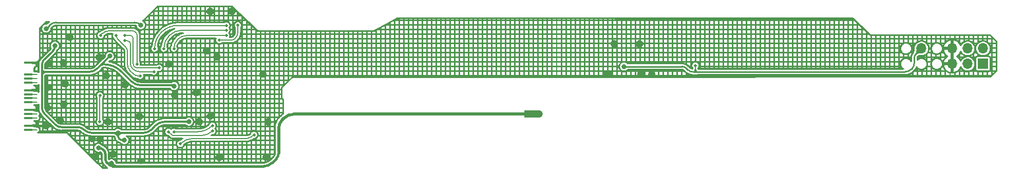
<source format=gbr>
%TF.GenerationSoftware,KiCad,Pcbnew,(6.0.4)*%
%TF.CreationDate,2022-07-22T08:37:44+02:00*%
%TF.ProjectId,n64rgb_v3,6e363472-6762-45f7-9633-2e6b69636164,20220719*%
%TF.SameCoordinates,Original*%
%TF.FileFunction,Copper,L2,Bot*%
%TF.FilePolarity,Positive*%
%FSLAX46Y46*%
G04 Gerber Fmt 4.6, Leading zero omitted, Abs format (unit mm)*
G04 Created by KiCad (PCBNEW (6.0.4)) date 2022-07-22 08:37:44*
%MOMM*%
%LPD*%
G01*
G04 APERTURE LIST*
%TA.AperFunction,NonConductor*%
%ADD10C,0.200000*%
%TD*%
%TA.AperFunction,ComponentPad*%
%ADD11C,1.200000*%
%TD*%
%TA.AperFunction,SMDPad,CuDef*%
%ADD12R,2.540000X1.270000*%
%TD*%
%TA.AperFunction,ComponentPad*%
%ADD13R,1.700000X1.700000*%
%TD*%
%TA.AperFunction,ComponentPad*%
%ADD14O,1.700000X1.700000*%
%TD*%
%TA.AperFunction,ComponentPad*%
%ADD15C,0.450000*%
%TD*%
%TA.AperFunction,SMDPad,CuDef*%
%ADD16R,1.350000X0.450000*%
%TD*%
%TA.AperFunction,ViaPad*%
%ADD17C,0.800000*%
%TD*%
%TA.AperFunction,ViaPad*%
%ADD18C,0.500000*%
%TD*%
%TA.AperFunction,Conductor*%
%ADD19C,0.300000*%
%TD*%
%TA.AperFunction,Conductor*%
%ADD20C,0.250000*%
%TD*%
%TA.AperFunction,Conductor*%
%ADD21C,0.203200*%
%TD*%
%TA.AperFunction,Conductor*%
%ADD22C,0.200000*%
%TD*%
%TA.AperFunction,Conductor*%
%ADD23C,0.400000*%
%TD*%
%TA.AperFunction,Conductor*%
%ADD24C,0.500000*%
%TD*%
G04 APERTURE END LIST*
D10*
X30025000Y-124775000D02*
X31650000Y-124775000D01*
X30025000Y-122175000D02*
X31650000Y-122175000D01*
X30025000Y-128025000D02*
X31650000Y-128025000D01*
G36*
X178075394Y-117001194D02*
G01*
X176585394Y-117461194D01*
X176975394Y-116031194D01*
X178075394Y-117001194D01*
G37*
X178075394Y-117001194D02*
X176585394Y-117461194D01*
X176975394Y-116031194D01*
X178075394Y-117001194D01*
X30025000Y-120875000D02*
X31650000Y-120875000D01*
X30025000Y-124125000D02*
X31650000Y-124125000D01*
X30025000Y-121525000D02*
X31650000Y-121525000D01*
X30025000Y-125425000D02*
X31650000Y-125425000D01*
X30025000Y-129975000D02*
X31650000Y-129975000D01*
X30025000Y-127375000D02*
X31650000Y-127375000D01*
D11*
%TO.P,X3,1,Pin_1*%
%TO.N,Net-(C7-Pad1)*%
X114481879Y-127350000D03*
D12*
X113271879Y-127350000D03*
D11*
X113211879Y-127350000D03*
%TD*%
D13*
%TO.P,X2,1,Red*%
%TO.N,/R*%
X187638594Y-119109394D03*
D14*
%TO.P,X2,2,Green*%
%TO.N,/G*%
X187638594Y-116569394D03*
%TO.P,X2,3,Sync*%
%TO.N,/S*%
X185098594Y-119109394D03*
%TO.P,X2,4,Blue*%
%TO.N,/B*%
X185098594Y-116569394D03*
%TO.P,X2,5,GND*%
%TO.N,GND*%
X182558594Y-119109394D03*
%TO.P,X2,6,GND*%
X182558594Y-116569394D03*
%TO.P,X2,10,5V*%
%TO.N,VCC*%
X177478594Y-116569394D03*
%TD*%
D15*
%TO.P,X1,11,VCLK*%
%TO.N,/VCLK_i*%
X30705000Y-129972500D03*
X30030000Y-129972500D03*
D16*
X30255000Y-129972500D03*
%TO.P,X1,12,GND*%
%TO.N,GND*%
X30255000Y-129322500D03*
D15*
X30705000Y-129322500D03*
X30030000Y-129322500D03*
%TO.P,X1,14,nDSYNC*%
%TO.N,/nDSYNC_i*%
X30705000Y-128022500D03*
D16*
X30255000Y-128022500D03*
D15*
X30030000Y-128022500D03*
%TO.P,X1,15,D6*%
%TO.N,/D6_i*%
X30030000Y-127372500D03*
D16*
X30255000Y-127372500D03*
D15*
X30705000Y-127372500D03*
%TO.P,X1,16,GND*%
%TO.N,GND*%
X30705000Y-126722500D03*
D16*
X30255000Y-126722500D03*
D15*
X30030000Y-126722500D03*
%TO.P,X1,18,D5*%
%TO.N,/D5_i*%
X30030000Y-125422500D03*
D16*
X30255000Y-125422500D03*
D15*
X30705000Y-125422500D03*
%TO.P,X1,19,D4*%
%TO.N,/D4_i*%
X30030000Y-124772500D03*
D16*
X30255000Y-124772500D03*
D15*
X30705000Y-124772500D03*
%TO.P,X1,20,D3*%
%TO.N,/D3_i*%
X30030000Y-124122500D03*
D16*
X30255000Y-124122500D03*
D15*
X30705000Y-124122500D03*
%TO.P,X1,21,GND*%
%TO.N,GND*%
X30705000Y-123472500D03*
D16*
X30255000Y-123472500D03*
D15*
X30030000Y-123472500D03*
%TO.P,X1,23,D2*%
%TO.N,/D2_i*%
X30030000Y-122172500D03*
D16*
X30255000Y-122172500D03*
D15*
X30705000Y-122172500D03*
%TO.P,X1,24,D1*%
%TO.N,/D1_i*%
X30030000Y-121522500D03*
D16*
X30255000Y-121522500D03*
D15*
X30705000Y-121522500D03*
%TO.P,X1,25,D0*%
%TO.N,/D0_i*%
X30705000Y-120872500D03*
D16*
X30255000Y-120872500D03*
D15*
X30030000Y-120872500D03*
D16*
%TO.P,X1,28,GND*%
%TO.N,GND*%
X30255000Y-118922500D03*
D15*
X30705000Y-118922500D03*
X30030000Y-118922500D03*
%TD*%
D17*
%TO.N,VDD*%
X46050000Y-131700000D03*
X43670000Y-117840000D03*
X34610000Y-116120000D03*
X33190000Y-113290000D03*
X54280000Y-122773016D03*
X56700000Y-128650000D03*
X48790000Y-112710000D03*
X45000000Y-130490000D03*
%TO.N,GND*%
X125760000Y-120750000D03*
X133020000Y-120840000D03*
X57930000Y-123850000D03*
X41250000Y-134400000D03*
X36090000Y-125770000D03*
X48750000Y-135250000D03*
X58400000Y-128650000D03*
X43350000Y-128650000D03*
X61730000Y-134530000D03*
X35510000Y-128440000D03*
X61330000Y-117960000D03*
X36340000Y-122390000D03*
X126810000Y-115790000D03*
X53380000Y-119130000D03*
X33380000Y-126340000D03*
X33380000Y-122990000D03*
X131010000Y-115790000D03*
X131240000Y-120790000D03*
X68930000Y-120790000D03*
X69725378Y-128675378D03*
X63795800Y-110428772D03*
X48560000Y-127780000D03*
X59620000Y-116970000D03*
X69450000Y-134500000D03*
X33130000Y-129310000D03*
X54360000Y-124240000D03*
D18*
X31798900Y-126722500D03*
D17*
X40750000Y-131400000D03*
X41930000Y-118000000D03*
X44200000Y-134000000D03*
X46190000Y-122520000D03*
D18*
X31823100Y-123472500D03*
D17*
X33510000Y-118920000D03*
X42050000Y-131500000D03*
X37090000Y-114710000D03*
X36020000Y-118920000D03*
X60250000Y-127710000D03*
X43060000Y-121050000D03*
X60220000Y-110440000D03*
D18*
%TO.N,VCC*%
X140208000Y-119380000D03*
D17*
X128447800Y-119557800D03*
D18*
%TO.N,TCK*%
X51816000Y-119761000D03*
X46130000Y-114400000D03*
%TO.N,TDO*%
X42164000Y-114400000D03*
X48133000Y-119126000D03*
%TO.N,TDI*%
X48660000Y-121090000D03*
X44704000Y-114427000D03*
%TO.N,TMS*%
X50927000Y-120396000D03*
X46140000Y-115290000D03*
%TO.N,VCLK*%
X42037000Y-124333000D03*
X42030000Y-128660000D03*
%TO.N,R1*%
X54229000Y-130302000D03*
X60579000Y-129286000D03*
%TO.N,R2*%
X53340000Y-130302000D03*
X60579000Y-130175000D03*
%TO.N,Net-(RN5-Pad8)*%
X64800000Y-112730000D03*
X61722000Y-115189000D03*
%TO.N,G3*%
X62865000Y-112776000D03*
X51054000Y-116586000D03*
%TO.N,G4*%
X52578000Y-116586000D03*
X62865000Y-113538000D03*
%TO.N,G5*%
X54229000Y-116586000D03*
X62865000Y-114427000D03*
%TO.N,Net-(RN13-Pad8)*%
X67437000Y-130810000D03*
X55291000Y-132300000D03*
D17*
%TO.N,Net-(C7-Pad1)*%
X41783000Y-132969000D03*
X43942000Y-135509000D03*
%TD*%
D19*
%TO.N,VDD*%
X32470000Y-120190000D02*
X32470000Y-120830000D01*
X41915000Y-119585000D02*
X41660000Y-119840000D01*
X38426741Y-129550000D02*
X35683509Y-129550000D01*
D20*
X33190000Y-113290000D02*
X33761593Y-112718407D01*
D19*
X32674853Y-120625147D02*
X32470000Y-120830000D01*
X40187330Y-120450000D02*
X33894386Y-120450000D01*
X52771358Y-128650000D02*
X56700000Y-128650000D01*
X45660000Y-130490000D02*
X49230467Y-130490000D01*
X34097990Y-128527990D02*
X32873051Y-127303051D01*
X44290000Y-130490000D02*
X40696101Y-130490000D01*
X32470000Y-126330000D02*
X32470000Y-120830000D01*
X32470000Y-119920000D02*
X32470000Y-120190000D01*
D20*
X34820000Y-112280000D02*
X47751889Y-112280000D01*
D19*
X46050000Y-131700000D02*
X45803553Y-131700000D01*
X33894386Y-120450000D02*
X33097695Y-120450000D01*
X45630000Y-120430000D02*
X47167035Y-121967035D01*
X50510000Y-129960000D02*
X51147289Y-129322711D01*
X42320000Y-119180000D02*
X42995000Y-118505000D01*
X42995000Y-118505000D02*
X42818875Y-118681125D01*
X42995000Y-118505000D02*
X43652929Y-117847071D01*
X42320000Y-119180000D02*
X42612234Y-119180000D01*
X34199878Y-117110122D02*
X32704277Y-118605723D01*
X32470000Y-119171317D02*
X32470000Y-119290000D01*
X41915000Y-119585000D02*
X42113359Y-119386641D01*
X48840000Y-122660000D02*
X54007156Y-122660000D01*
X41915000Y-119585000D02*
X42320000Y-119180000D01*
X34721539Y-129151539D02*
X34097990Y-128527990D01*
X44687486Y-130654644D02*
X45000000Y-130967158D01*
X45000000Y-130967158D02*
X45000000Y-130490000D01*
X45347869Y-130619289D02*
X45000000Y-130967158D01*
X45000000Y-130490000D02*
X45660000Y-130490000D01*
X32470000Y-119920000D02*
X32470000Y-119290000D01*
X45000000Y-130490000D02*
X44290000Y-130490000D01*
X32470000Y-126330000D02*
G75*
G03*
X32873051Y-127303051I1376100J0D01*
G01*
X32470001Y-120189999D02*
G75*
G03*
X33097695Y-120450000I627699J627699D01*
G01*
X42612234Y-119180020D02*
G75*
G03*
X42113359Y-119386641I-34J-705480D01*
G01*
X44687480Y-130654650D02*
G75*
G03*
X44290000Y-130490000I-397480J-397450D01*
G01*
X34721541Y-129151537D02*
G75*
G03*
X35683509Y-129550000I961959J961937D01*
G01*
X50510010Y-129960010D02*
G75*
G02*
X49230467Y-130490000I-1279510J1279510D01*
G01*
X52771358Y-128649976D02*
G75*
G03*
X51147289Y-129322711I42J-2296824D01*
G01*
D20*
X48790003Y-112709997D02*
G75*
G03*
X47751889Y-112280000I-1038103J-1038103D01*
G01*
D19*
X39319999Y-129920001D02*
G75*
G03*
X40696101Y-130490000I1376101J1376101D01*
G01*
X43670000Y-117839988D02*
G75*
G03*
X43652929Y-117847071I0J-24112D01*
G01*
X48840000Y-122660008D02*
G75*
G02*
X47167035Y-121967035I0J2365908D01*
G01*
X45000018Y-130967158D02*
G75*
G03*
X45200000Y-131450000I682782J-42D01*
G01*
X34199869Y-117110113D02*
G75*
G03*
X34610000Y-116120000I-990069J990113D01*
G01*
X45629990Y-120430010D02*
G75*
G03*
X42612234Y-119180000I-3017790J-3017790D01*
G01*
X32470021Y-119171317D02*
G75*
G02*
X32704277Y-118605723I799879J17D01*
G01*
X32674853Y-120625147D02*
G75*
G02*
X33097695Y-120450000I422847J-422853D01*
G01*
X42612220Y-119180000D02*
G75*
G02*
X42818875Y-118681125I705480J0D01*
G01*
X40187330Y-120450012D02*
G75*
G03*
X41660000Y-119840000I-30J2082712D01*
G01*
X45347873Y-130619293D02*
G75*
G02*
X45660000Y-130490000I312127J-312107D01*
G01*
X45200014Y-131449986D02*
G75*
G03*
X45803553Y-131700000I603586J603586D01*
G01*
D20*
X34820000Y-112279997D02*
G75*
G03*
X33761593Y-112718407I0J-1496803D01*
G01*
D19*
X38426741Y-129549984D02*
G75*
G02*
X39319999Y-129920001I-41J-1263316D01*
G01*
X54280030Y-122772985D02*
G75*
G03*
X54007156Y-122660000I-272830J-272915D01*
G01*
%TO.N,GND*%
X30705000Y-123472500D02*
X31661894Y-123472500D01*
X30705000Y-118922500D02*
X31535681Y-118922500D01*
X30705000Y-126722500D02*
X31601894Y-126722500D01*
X30705000Y-129322500D02*
X33099823Y-129322500D01*
X31620002Y-126729998D02*
G75*
G03*
X31601894Y-126722500I-18102J-18102D01*
G01*
X31680002Y-123479998D02*
G75*
G03*
X31661894Y-123472500I-18102J-18102D01*
G01*
X33129993Y-129309993D02*
G75*
G02*
X33099823Y-129322500I-30193J30193D01*
G01*
X31590006Y-118900006D02*
G75*
G02*
X31535681Y-118922500I-54306J54306D01*
G01*
D20*
%TO.N,VCC*%
X176285394Y-118239552D02*
X176285394Y-119031502D01*
X128447800Y-119557800D02*
X138020000Y-119557800D01*
X175932059Y-119884529D02*
X175852411Y-119964177D01*
X139940000Y-120440000D02*
X140140000Y-120440000D01*
X138716158Y-119846158D02*
X138940000Y-120070000D01*
X174724932Y-120431194D02*
X140451259Y-120431194D01*
X177478594Y-116569394D02*
X176622651Y-117425339D01*
D21*
X140208000Y-119380000D02*
X140208000Y-119904045D01*
X140208000Y-119904045D02*
X140208000Y-120275834D01*
D20*
X140433400Y-120436600D02*
X140430000Y-120440000D01*
D21*
X140208000Y-119380000D02*
X140208000Y-119596471D01*
D20*
X140140000Y-120440000D02*
X140430000Y-120440000D01*
X139833259Y-120440000D02*
X139940000Y-120440000D01*
D21*
X140018527Y-120361473D02*
X139940000Y-120440000D01*
D20*
X176285370Y-118239552D02*
G75*
G02*
X176622651Y-117425339I1151530J-48D01*
G01*
D21*
X140430013Y-120439987D02*
G75*
G02*
X140208000Y-119904045I535987J535987D01*
G01*
X140139990Y-120439990D02*
G75*
G03*
X140208000Y-120275834I-164190J164190D01*
G01*
D20*
X140430012Y-120440012D02*
G75*
G02*
X140451259Y-120431194I21288J-21288D01*
G01*
X175932064Y-119884534D02*
G75*
G03*
X176285394Y-119031502I-853064J853034D01*
G01*
X138716155Y-119846161D02*
G75*
G03*
X138020000Y-119557800I-696155J-696139D01*
G01*
D21*
X140018504Y-120361450D02*
G75*
G03*
X140208000Y-119904045I-457404J457450D01*
G01*
D20*
X174724932Y-120431217D02*
G75*
G03*
X175852411Y-119964177I-32J1594517D01*
G01*
X139833259Y-120440016D02*
G75*
G02*
X138940001Y-120069999I41J1263316D01*
G01*
D22*
%TO.N,TCK*%
X47720000Y-119610000D02*
X47715062Y-119605062D01*
X51816000Y-119761000D02*
X48084546Y-119761000D01*
X47510000Y-119110000D02*
X47510000Y-114912132D01*
X46997868Y-114400000D02*
X46130000Y-114400000D01*
X47360009Y-114549991D02*
G75*
G02*
X47510000Y-114912132I-362109J-362109D01*
G01*
X47509994Y-119110000D02*
G75*
G03*
X47715062Y-119605062I700106J0D01*
G01*
X46997868Y-114400014D02*
G75*
G02*
X47359999Y-114550001I32J-512086D01*
G01*
X47719986Y-119610014D02*
G75*
G03*
X48084546Y-119761000I364514J364514D01*
G01*
%TO.N,TDO*%
X42449280Y-114114720D02*
X42164000Y-114400000D01*
X48133000Y-114291090D02*
X48133000Y-119126000D01*
X43535000Y-113665000D02*
X47465825Y-113665000D01*
X47857050Y-113827050D02*
X48000000Y-113970000D01*
X47857021Y-113827079D02*
G75*
G03*
X47465825Y-113665000I-391221J-391121D01*
G01*
X48133003Y-114291090D02*
G75*
G03*
X47999999Y-113970001I-454103J-10D01*
G01*
X42449288Y-114114728D02*
G75*
G02*
X43535000Y-113665000I1085712J-1085672D01*
G01*
%TO.N,TDI*%
X46570000Y-119150000D02*
X46570000Y-117072548D01*
X47570000Y-120780000D02*
X47015478Y-120225478D01*
X46250000Y-116300000D02*
X44935224Y-114985224D01*
X48660000Y-121090000D02*
X48318406Y-121090000D01*
X46570014Y-119150000D02*
G75*
G03*
X47015478Y-120225478I1520986J0D01*
G01*
X47569998Y-120780002D02*
G75*
G03*
X48318406Y-121090000I748402J748402D01*
G01*
X46250014Y-116299986D02*
G75*
G02*
X46570000Y-117072548I-772514J-772514D01*
G01*
X44703986Y-114427000D02*
G75*
G03*
X44935224Y-114985224I789414J0D01*
G01*
%TO.N,TMS*%
X47370000Y-119860000D02*
X47446380Y-119936380D01*
X46140000Y-115290000D02*
X46491300Y-115290000D01*
X48556000Y-120396000D02*
X50927000Y-120396000D01*
X47070000Y-115769705D02*
X47070000Y-119135736D01*
X47370011Y-119859989D02*
G75*
G02*
X47070000Y-119135736I724289J724289D01*
G01*
X48556000Y-120396011D02*
G75*
G02*
X47446380Y-119936380I0J1569211D01*
G01*
X46950000Y-115480000D02*
G75*
G03*
X46491300Y-115290000I-458700J-458700D01*
G01*
X47069997Y-115769705D02*
G75*
G03*
X46950000Y-115480000I-409697J5D01*
G01*
%TO.N,VCLK*%
X42030000Y-128660000D02*
X42030000Y-124349899D01*
X42037000Y-124333000D02*
G75*
G03*
X42030000Y-124349899I16900J-16900D01*
G01*
%TO.N,R1*%
X54229000Y-130302000D02*
X58126160Y-130302000D01*
X60579012Y-129286012D02*
G75*
G02*
X58126160Y-130302000I-2452812J2452812D01*
G01*
%TO.N,R2*%
X58739370Y-130937000D02*
X54102000Y-130937000D01*
X53885198Y-130847197D02*
X53340000Y-130302000D01*
X58739370Y-130936987D02*
G75*
G03*
X60579000Y-130175000I30J2601587D01*
G01*
X53885199Y-130847196D02*
G75*
G03*
X54102000Y-130937000I216801J216796D01*
G01*
%TO.N,Net-(RN5-Pad8)*%
X64800000Y-113813604D02*
X64800000Y-112730000D01*
X61722000Y-115189000D02*
X63652293Y-115189000D01*
X64350002Y-114900002D02*
G75*
G02*
X63652293Y-115189000I-697702J697702D01*
G01*
X64800001Y-113813604D02*
G75*
G02*
X64350000Y-114900000I-1536401J4D01*
G01*
%TO.N,G3*%
X54864000Y-112776000D02*
X62865000Y-112776000D01*
X54864000Y-112776000D02*
G75*
G03*
X51054000Y-116586000I0J-3810000D01*
G01*
%TO.N,G4*%
X62865000Y-113538000D02*
X55626000Y-113538000D01*
X52578000Y-116586000D02*
G75*
G02*
X55626000Y-113538000I3048000J0D01*
G01*
%TO.N,G5*%
X56388000Y-114427000D02*
X62865000Y-114427000D01*
X56388000Y-114427000D02*
G75*
G03*
X54229000Y-116586000I0J-2159000D01*
G01*
%TO.N,Net-(RN13-Pad8)*%
X66327430Y-131405825D02*
X57449729Y-131405825D01*
X66327433Y-131405839D02*
G75*
G03*
X67437000Y-130810000I-441633J2153439D01*
G01*
X55290991Y-132299991D02*
G75*
G02*
X57449729Y-131405825I2158709J-2158709D01*
G01*
D23*
%TO.N,Net-(C7-Pad1)*%
X43593672Y-135795672D02*
X43307000Y-135509000D01*
D22*
X43942000Y-135509000D02*
X44064764Y-135631764D01*
X44028959Y-135509000D02*
X43942000Y-135509000D01*
D19*
X43572107Y-135509000D02*
X43942000Y-135509000D01*
D23*
X45212000Y-136017000D02*
X68986203Y-136017000D01*
X42926000Y-133993954D02*
X42926000Y-134854291D01*
X71501000Y-133520580D02*
X71501000Y-133827185D01*
D24*
X74102630Y-127381000D02*
X113137039Y-127381000D01*
X71501000Y-133520580D02*
X71501000Y-129803025D01*
D22*
X44128005Y-135608046D02*
X44028959Y-135509000D01*
D24*
X112831032Y-127353000D02*
X112958032Y-127480000D01*
D22*
X43942000Y-135509000D02*
X44122713Y-135509000D01*
X44122713Y-135509000D02*
X44294796Y-135681083D01*
D23*
X43307000Y-135509000D02*
X43119541Y-135321541D01*
X44128005Y-136017000D02*
X44450000Y-136017000D01*
D22*
X44064764Y-135631764D02*
X44064764Y-135905034D01*
D23*
X71120000Y-134747000D02*
X70460797Y-135406203D01*
D24*
X113208879Y-127353000D02*
X113211879Y-127350000D01*
D22*
X44094016Y-135618013D02*
X44051013Y-135618013D01*
X44051013Y-135618013D02*
X43942000Y-135509000D01*
D24*
X72136000Y-128270000D02*
X72263000Y-128142999D01*
D23*
X44450000Y-136017000D02*
X45212000Y-136017000D01*
D22*
X44450000Y-136017000D02*
X44189494Y-135756494D01*
D24*
X74102630Y-127381042D02*
G75*
G03*
X72263000Y-128142999I-30J-2601658D01*
G01*
D23*
X42650206Y-133328214D02*
G75*
G03*
X41783000Y-132969000I-867206J-867186D01*
G01*
D22*
X44128011Y-136016995D02*
G75*
G02*
X44064764Y-135905034I190389J181395D01*
G01*
D19*
X43572107Y-135509002D02*
G75*
G02*
X43119541Y-135321541I-7J640002D01*
G01*
D23*
X68986203Y-136016999D02*
G75*
G03*
X70460797Y-135406203I-3J2085399D01*
G01*
X44128005Y-136016985D02*
G75*
G02*
X43593672Y-135795672I-5J755685D01*
G01*
D22*
X45212000Y-136016994D02*
G75*
G02*
X44294796Y-135681083I3600J1429994D01*
G01*
D23*
X71120005Y-134747005D02*
G75*
G03*
X71501000Y-133827185I-919805J919805D01*
G01*
D24*
X72135992Y-128269992D02*
G75*
G03*
X71501000Y-129803025I1533008J-1533008D01*
G01*
D23*
X43119535Y-135321547D02*
G75*
G02*
X42926000Y-134854291I467265J467247D01*
G01*
D24*
X113271853Y-127349974D02*
G75*
G02*
X112958032Y-127480000I-313853J313774D01*
G01*
D22*
X44094003Y-135618019D02*
G75*
G03*
X44189494Y-135756494I458797J214219D01*
G01*
D24*
X113211851Y-127349972D02*
G75*
G02*
X113137039Y-127381000I-74851J74772D01*
G01*
D23*
X42926041Y-133993954D02*
G75*
G03*
X42650209Y-133328211I-941441J-46D01*
G01*
%TD*%
%TA.AperFunction,Conductor*%
%TO.N,GND*%
G36*
X63798223Y-109494502D02*
G01*
X63816458Y-109508747D01*
X67993039Y-113439646D01*
X68003710Y-113452254D01*
X68008622Y-113457166D01*
X68015516Y-113467484D01*
X68025833Y-113474378D01*
X68025835Y-113474380D01*
X68039213Y-113483319D01*
X68040177Y-113484012D01*
X68042829Y-113486507D01*
X68059253Y-113496775D01*
X68062357Y-113498782D01*
X68099699Y-113523734D01*
X68103618Y-113524513D01*
X68107006Y-113526632D01*
X68117123Y-113528328D01*
X68117124Y-113528328D01*
X68140458Y-113532239D01*
X68151278Y-113534052D01*
X68155023Y-113534739D01*
X68167852Y-113537291D01*
X68167857Y-113537291D01*
X68173933Y-113538500D01*
X68177579Y-113538500D01*
X68178742Y-113538655D01*
X68206860Y-113543367D01*
X68218949Y-113540579D01*
X68225890Y-113540369D01*
X68242307Y-113538500D01*
X87103730Y-113538500D01*
X87115801Y-113539079D01*
X87148012Y-113542179D01*
X87178144Y-113532965D01*
X87190402Y-113529880D01*
X87209131Y-113526155D01*
X87209132Y-113526154D01*
X87221301Y-113523734D01*
X87248208Y-113505755D01*
X87258567Y-113499531D01*
X87263763Y-113496739D01*
X87651263Y-113288500D01*
X88474500Y-113288500D01*
X88984500Y-113288500D01*
X89237500Y-113288500D01*
X89747500Y-113288500D01*
X90000500Y-113288500D01*
X90510500Y-113288500D01*
X90763500Y-113288500D01*
X91273500Y-113288500D01*
X91526500Y-113288500D01*
X92036500Y-113288500D01*
X92289500Y-113288500D01*
X92799500Y-113288500D01*
X93052500Y-113288500D01*
X93562500Y-113288500D01*
X93815500Y-113288500D01*
X94325500Y-113288500D01*
X94578500Y-113288500D01*
X95088500Y-113288500D01*
X95341500Y-113288500D01*
X95851500Y-113288500D01*
X96104500Y-113288500D01*
X96614500Y-113288500D01*
X96867500Y-113288500D01*
X97377500Y-113288500D01*
X97630500Y-113288500D01*
X98140500Y-113288500D01*
X98393500Y-113288500D01*
X98903500Y-113288500D01*
X99156500Y-113288500D01*
X99666500Y-113288500D01*
X99919500Y-113288500D01*
X100429500Y-113288500D01*
X100682500Y-113288500D01*
X101192500Y-113288500D01*
X101445500Y-113288500D01*
X101955500Y-113288500D01*
X102208500Y-113288500D01*
X102718500Y-113288500D01*
X102971500Y-113288500D01*
X103481500Y-113288500D01*
X103734500Y-113288500D01*
X104244500Y-113288500D01*
X104497500Y-113288500D01*
X105007500Y-113288500D01*
X105260500Y-113288500D01*
X105770500Y-113288500D01*
X106023500Y-113288500D01*
X106533500Y-113288500D01*
X106786500Y-113288500D01*
X107296500Y-113288500D01*
X107549500Y-113288500D01*
X108059500Y-113288500D01*
X108312500Y-113288500D01*
X108822500Y-113288500D01*
X109075500Y-113288500D01*
X109585500Y-113288500D01*
X109838500Y-113288500D01*
X110348500Y-113288500D01*
X110601500Y-113288500D01*
X111111500Y-113288500D01*
X111364500Y-113288500D01*
X111874500Y-113288500D01*
X112127500Y-113288500D01*
X112637500Y-113288500D01*
X112890500Y-113288500D01*
X113400500Y-113288500D01*
X113653500Y-113288500D01*
X114163500Y-113288500D01*
X114416500Y-113288500D01*
X114926500Y-113288500D01*
X115179500Y-113288500D01*
X115689500Y-113288500D01*
X115942500Y-113288500D01*
X116452500Y-113288500D01*
X116705500Y-113288500D01*
X117215500Y-113288500D01*
X117468500Y-113288500D01*
X117978500Y-113288500D01*
X118231500Y-113288500D01*
X118741500Y-113288500D01*
X118994500Y-113288500D01*
X119504500Y-113288500D01*
X119757500Y-113288500D01*
X120267500Y-113288500D01*
X120520500Y-113288500D01*
X121030500Y-113288500D01*
X121283500Y-113288500D01*
X121793500Y-113288500D01*
X122046500Y-113288500D01*
X122556500Y-113288500D01*
X122809500Y-113288500D01*
X123319500Y-113288500D01*
X123572500Y-113288500D01*
X124082500Y-113288500D01*
X124335500Y-113288500D01*
X124845500Y-113288500D01*
X125098500Y-113288500D01*
X125608500Y-113288500D01*
X125861500Y-113288500D01*
X126371500Y-113288500D01*
X126624500Y-113288500D01*
X127134500Y-113288500D01*
X127387500Y-113288500D01*
X127897500Y-113288500D01*
X128150500Y-113288500D01*
X128660500Y-113288500D01*
X128913500Y-113288500D01*
X129423500Y-113288500D01*
X129676500Y-113288500D01*
X130186500Y-113288500D01*
X130439500Y-113288500D01*
X130949500Y-113288500D01*
X131202500Y-113288500D01*
X131712500Y-113288500D01*
X131965500Y-113288500D01*
X132475500Y-113288500D01*
X132728500Y-113288500D01*
X133238500Y-113288500D01*
X133491500Y-113288500D01*
X134001500Y-113288500D01*
X134254500Y-113288500D01*
X134764500Y-113288500D01*
X135017500Y-113288500D01*
X135527500Y-113288500D01*
X135780500Y-113288500D01*
X136290500Y-113288500D01*
X136543500Y-113288500D01*
X137053500Y-113288500D01*
X137306500Y-113288500D01*
X137816500Y-113288500D01*
X138069500Y-113288500D01*
X138579500Y-113288500D01*
X138832500Y-113288500D01*
X139342500Y-113288500D01*
X139595500Y-113288500D01*
X140105500Y-113288500D01*
X140358500Y-113288500D01*
X140868500Y-113288500D01*
X141121500Y-113288500D01*
X141631500Y-113288500D01*
X141884500Y-113288500D01*
X142394500Y-113288500D01*
X142647500Y-113288500D01*
X143157500Y-113288500D01*
X143410500Y-113288500D01*
X143920500Y-113288500D01*
X144173500Y-113288500D01*
X144683500Y-113288500D01*
X144936500Y-113288500D01*
X145446500Y-113288500D01*
X145699500Y-113288500D01*
X146209500Y-113288500D01*
X146462500Y-113288500D01*
X146972500Y-113288500D01*
X147225500Y-113288500D01*
X147735500Y-113288500D01*
X147988500Y-113288500D01*
X148498500Y-113288500D01*
X148751500Y-113288500D01*
X149261500Y-113288500D01*
X149514500Y-113288500D01*
X150024500Y-113288500D01*
X150277500Y-113288500D01*
X150787500Y-113288500D01*
X151040500Y-113288500D01*
X151550500Y-113288500D01*
X151803500Y-113288500D01*
X152313500Y-113288500D01*
X152566500Y-113288500D01*
X153076500Y-113288500D01*
X153329500Y-113288500D01*
X153839500Y-113288500D01*
X154092500Y-113288500D01*
X154602500Y-113288500D01*
X154855500Y-113288500D01*
X155365500Y-113288500D01*
X155618500Y-113288500D01*
X156128500Y-113288500D01*
X156381500Y-113288500D01*
X156891500Y-113288500D01*
X157144500Y-113288500D01*
X157654500Y-113288500D01*
X157907500Y-113288500D01*
X158417500Y-113288500D01*
X158670500Y-113288500D01*
X159180500Y-113288500D01*
X159433500Y-113288500D01*
X159943500Y-113288500D01*
X160196500Y-113288500D01*
X160706500Y-113288500D01*
X160959500Y-113288500D01*
X161469500Y-113288500D01*
X161722500Y-113288500D01*
X162232500Y-113288500D01*
X162485500Y-113288500D01*
X162995500Y-113288500D01*
X163248500Y-113288500D01*
X163758500Y-113288500D01*
X164011500Y-113288500D01*
X164521500Y-113288500D01*
X164774500Y-113288500D01*
X165284500Y-113288500D01*
X165537500Y-113288500D01*
X166047500Y-113288500D01*
X166300500Y-113288500D01*
X166810500Y-113288500D01*
X167063500Y-113288500D01*
X167573500Y-113288500D01*
X167573500Y-113138316D01*
X167192543Y-112778500D01*
X167063500Y-112778500D01*
X167063500Y-113288500D01*
X166810500Y-113288500D01*
X166810500Y-112778500D01*
X166300500Y-112778500D01*
X166300500Y-113288500D01*
X166047500Y-113288500D01*
X166047500Y-112778500D01*
X165537500Y-112778500D01*
X165537500Y-113288500D01*
X165284500Y-113288500D01*
X165284500Y-112778500D01*
X164774500Y-112778500D01*
X164774500Y-113288500D01*
X164521500Y-113288500D01*
X164521500Y-112778500D01*
X164011500Y-112778500D01*
X164011500Y-113288500D01*
X163758500Y-113288500D01*
X163758500Y-112778500D01*
X163248500Y-112778500D01*
X163248500Y-113288500D01*
X162995500Y-113288500D01*
X162995500Y-112778500D01*
X162485500Y-112778500D01*
X162485500Y-113288500D01*
X162232500Y-113288500D01*
X162232500Y-112778500D01*
X161722500Y-112778500D01*
X161722500Y-113288500D01*
X161469500Y-113288500D01*
X161469500Y-112778500D01*
X160959500Y-112778500D01*
X160959500Y-113288500D01*
X160706500Y-113288500D01*
X160706500Y-112778500D01*
X160196500Y-112778500D01*
X160196500Y-113288500D01*
X159943500Y-113288500D01*
X159943500Y-112778500D01*
X159433500Y-112778500D01*
X159433500Y-113288500D01*
X159180500Y-113288500D01*
X159180500Y-112778500D01*
X158670500Y-112778500D01*
X158670500Y-113288500D01*
X158417500Y-113288500D01*
X158417500Y-112778500D01*
X157907500Y-112778500D01*
X157907500Y-113288500D01*
X157654500Y-113288500D01*
X157654500Y-112778500D01*
X157144500Y-112778500D01*
X157144500Y-113288500D01*
X156891500Y-113288500D01*
X156891500Y-112778500D01*
X156381500Y-112778500D01*
X156381500Y-113288500D01*
X156128500Y-113288500D01*
X156128500Y-112778500D01*
X155618500Y-112778500D01*
X155618500Y-113288500D01*
X155365500Y-113288500D01*
X155365500Y-112778500D01*
X154855500Y-112778500D01*
X154855500Y-113288500D01*
X154602500Y-113288500D01*
X154602500Y-112778500D01*
X154092500Y-112778500D01*
X154092500Y-113288500D01*
X153839500Y-113288500D01*
X153839500Y-112778500D01*
X153329500Y-112778500D01*
X153329500Y-113288500D01*
X153076500Y-113288500D01*
X153076500Y-112778500D01*
X152566500Y-112778500D01*
X152566500Y-113288500D01*
X152313500Y-113288500D01*
X152313500Y-112778500D01*
X151803500Y-112778500D01*
X151803500Y-113288500D01*
X151550500Y-113288500D01*
X151550500Y-112778500D01*
X151040500Y-112778500D01*
X151040500Y-113288500D01*
X150787500Y-113288500D01*
X150787500Y-112778500D01*
X150277500Y-112778500D01*
X150277500Y-113288500D01*
X150024500Y-113288500D01*
X150024500Y-112778500D01*
X149514500Y-112778500D01*
X149514500Y-113288500D01*
X149261500Y-113288500D01*
X149261500Y-112778500D01*
X148751500Y-112778500D01*
X148751500Y-113288500D01*
X148498500Y-113288500D01*
X148498500Y-112778500D01*
X147988500Y-112778500D01*
X147988500Y-113288500D01*
X147735500Y-113288500D01*
X147735500Y-112778500D01*
X147225500Y-112778500D01*
X147225500Y-113288500D01*
X146972500Y-113288500D01*
X146972500Y-112778500D01*
X146462500Y-112778500D01*
X146462500Y-113288500D01*
X146209500Y-113288500D01*
X146209500Y-112778500D01*
X145699500Y-112778500D01*
X145699500Y-113288500D01*
X145446500Y-113288500D01*
X145446500Y-112778500D01*
X144936500Y-112778500D01*
X144936500Y-113288500D01*
X144683500Y-113288500D01*
X144683500Y-112778500D01*
X144173500Y-112778500D01*
X144173500Y-113288500D01*
X143920500Y-113288500D01*
X143920500Y-112778500D01*
X143410500Y-112778500D01*
X143410500Y-113288500D01*
X143157500Y-113288500D01*
X143157500Y-112778500D01*
X142647500Y-112778500D01*
X142647500Y-113288500D01*
X142394500Y-113288500D01*
X142394500Y-112778500D01*
X141884500Y-112778500D01*
X141884500Y-113288500D01*
X141631500Y-113288500D01*
X141631500Y-112778500D01*
X141121500Y-112778500D01*
X141121500Y-113288500D01*
X140868500Y-113288500D01*
X140868500Y-112778500D01*
X140358500Y-112778500D01*
X140358500Y-113288500D01*
X140105500Y-113288500D01*
X140105500Y-112778500D01*
X139595500Y-112778500D01*
X139595500Y-113288500D01*
X139342500Y-113288500D01*
X139342500Y-112778500D01*
X138832500Y-112778500D01*
X138832500Y-113288500D01*
X138579500Y-113288500D01*
X138579500Y-112778500D01*
X138069500Y-112778500D01*
X138069500Y-113288500D01*
X137816500Y-113288500D01*
X137816500Y-112778500D01*
X137306500Y-112778500D01*
X137306500Y-113288500D01*
X137053500Y-113288500D01*
X137053500Y-112778500D01*
X136543500Y-112778500D01*
X136543500Y-113288500D01*
X136290500Y-113288500D01*
X136290500Y-112778500D01*
X135780500Y-112778500D01*
X135780500Y-113288500D01*
X135527500Y-113288500D01*
X135527500Y-112778500D01*
X135017500Y-112778500D01*
X135017500Y-113288500D01*
X134764500Y-113288500D01*
X134764500Y-112778500D01*
X134254500Y-112778500D01*
X134254500Y-113288500D01*
X134001500Y-113288500D01*
X134001500Y-112778500D01*
X133491500Y-112778500D01*
X133491500Y-113288500D01*
X133238500Y-113288500D01*
X133238500Y-112778500D01*
X132728500Y-112778500D01*
X132728500Y-113288500D01*
X132475500Y-113288500D01*
X132475500Y-112778500D01*
X131965500Y-112778500D01*
X131965500Y-113288500D01*
X131712500Y-113288500D01*
X131712500Y-112778500D01*
X131202500Y-112778500D01*
X131202500Y-113288500D01*
X130949500Y-113288500D01*
X130949500Y-112778500D01*
X130439500Y-112778500D01*
X130439500Y-113288500D01*
X130186500Y-113288500D01*
X130186500Y-112778500D01*
X129676500Y-112778500D01*
X129676500Y-113288500D01*
X129423500Y-113288500D01*
X129423500Y-112778500D01*
X128913500Y-112778500D01*
X128913500Y-113288500D01*
X128660500Y-113288500D01*
X128660500Y-112778500D01*
X128150500Y-112778500D01*
X128150500Y-113288500D01*
X127897500Y-113288500D01*
X127897500Y-112778500D01*
X127387500Y-112778500D01*
X127387500Y-113288500D01*
X127134500Y-113288500D01*
X127134500Y-112778500D01*
X126624500Y-112778500D01*
X126624500Y-113288500D01*
X126371500Y-113288500D01*
X126371500Y-112778500D01*
X125861500Y-112778500D01*
X125861500Y-113288500D01*
X125608500Y-113288500D01*
X125608500Y-112778500D01*
X125098500Y-112778500D01*
X125098500Y-113288500D01*
X124845500Y-113288500D01*
X124845500Y-112778500D01*
X124335500Y-112778500D01*
X124335500Y-113288500D01*
X124082500Y-113288500D01*
X124082500Y-112778500D01*
X123572500Y-112778500D01*
X123572500Y-113288500D01*
X123319500Y-113288500D01*
X123319500Y-112778500D01*
X122809500Y-112778500D01*
X122809500Y-113288500D01*
X122556500Y-113288500D01*
X122556500Y-112778500D01*
X122046500Y-112778500D01*
X122046500Y-113288500D01*
X121793500Y-113288500D01*
X121793500Y-112778500D01*
X121283500Y-112778500D01*
X121283500Y-113288500D01*
X121030500Y-113288500D01*
X121030500Y-112778500D01*
X120520500Y-112778500D01*
X120520500Y-113288500D01*
X120267500Y-113288500D01*
X120267500Y-112778500D01*
X119757500Y-112778500D01*
X119757500Y-113288500D01*
X119504500Y-113288500D01*
X119504500Y-112778500D01*
X118994500Y-112778500D01*
X118994500Y-113288500D01*
X118741500Y-113288500D01*
X118741500Y-112778500D01*
X118231500Y-112778500D01*
X118231500Y-113288500D01*
X117978500Y-113288500D01*
X117978500Y-112778500D01*
X117468500Y-112778500D01*
X117468500Y-113288500D01*
X117215500Y-113288500D01*
X117215500Y-112778500D01*
X116705500Y-112778500D01*
X116705500Y-113288500D01*
X116452500Y-113288500D01*
X116452500Y-112778500D01*
X115942500Y-112778500D01*
X115942500Y-113288500D01*
X115689500Y-113288500D01*
X115689500Y-112778500D01*
X115179500Y-112778500D01*
X115179500Y-113288500D01*
X114926500Y-113288500D01*
X114926500Y-112778500D01*
X114416500Y-112778500D01*
X114416500Y-113288500D01*
X114163500Y-113288500D01*
X114163500Y-112778500D01*
X113653500Y-112778500D01*
X113653500Y-113288500D01*
X113400500Y-113288500D01*
X113400500Y-112778500D01*
X112890500Y-112778500D01*
X112890500Y-113288500D01*
X112637500Y-113288500D01*
X112637500Y-112778500D01*
X112127500Y-112778500D01*
X112127500Y-113288500D01*
X111874500Y-113288500D01*
X111874500Y-112778500D01*
X111364500Y-112778500D01*
X111364500Y-113288500D01*
X111111500Y-113288500D01*
X111111500Y-112778500D01*
X110601500Y-112778500D01*
X110601500Y-113288500D01*
X110348500Y-113288500D01*
X110348500Y-112778500D01*
X109838500Y-112778500D01*
X109838500Y-113288500D01*
X109585500Y-113288500D01*
X109585500Y-112778500D01*
X109075500Y-112778500D01*
X109075500Y-113288500D01*
X108822500Y-113288500D01*
X108822500Y-112778500D01*
X108312500Y-112778500D01*
X108312500Y-113288500D01*
X108059500Y-113288500D01*
X108059500Y-112778500D01*
X107549500Y-112778500D01*
X107549500Y-113288500D01*
X107296500Y-113288500D01*
X107296500Y-112778500D01*
X106786500Y-112778500D01*
X106786500Y-113288500D01*
X106533500Y-113288500D01*
X106533500Y-112778500D01*
X106023500Y-112778500D01*
X106023500Y-113288500D01*
X105770500Y-113288500D01*
X105770500Y-112778500D01*
X105260500Y-112778500D01*
X105260500Y-113288500D01*
X105007500Y-113288500D01*
X105007500Y-112778500D01*
X104497500Y-112778500D01*
X104497500Y-113288500D01*
X104244500Y-113288500D01*
X104244500Y-112778500D01*
X103734500Y-112778500D01*
X103734500Y-113288500D01*
X103481500Y-113288500D01*
X103481500Y-112778500D01*
X102971500Y-112778500D01*
X102971500Y-113288500D01*
X102718500Y-113288500D01*
X102718500Y-112778500D01*
X102208500Y-112778500D01*
X102208500Y-113288500D01*
X101955500Y-113288500D01*
X101955500Y-112778500D01*
X101445500Y-112778500D01*
X101445500Y-113288500D01*
X101192500Y-113288500D01*
X101192500Y-112778500D01*
X100682500Y-112778500D01*
X100682500Y-113288500D01*
X100429500Y-113288500D01*
X100429500Y-112778500D01*
X99919500Y-112778500D01*
X99919500Y-113288500D01*
X99666500Y-113288500D01*
X99666500Y-112778500D01*
X99156500Y-112778500D01*
X99156500Y-113288500D01*
X98903500Y-113288500D01*
X98903500Y-112778500D01*
X98393500Y-112778500D01*
X98393500Y-113288500D01*
X98140500Y-113288500D01*
X98140500Y-112778500D01*
X97630500Y-112778500D01*
X97630500Y-113288500D01*
X97377500Y-113288500D01*
X97377500Y-112778500D01*
X96867500Y-112778500D01*
X96867500Y-113288500D01*
X96614500Y-113288500D01*
X96614500Y-112778500D01*
X96104500Y-112778500D01*
X96104500Y-113288500D01*
X95851500Y-113288500D01*
X95851500Y-112778500D01*
X95341500Y-112778500D01*
X95341500Y-113288500D01*
X95088500Y-113288500D01*
X95088500Y-112778500D01*
X94578500Y-112778500D01*
X94578500Y-113288500D01*
X94325500Y-113288500D01*
X94325500Y-112778500D01*
X93815500Y-112778500D01*
X93815500Y-113288500D01*
X93562500Y-113288500D01*
X93562500Y-112778500D01*
X93052500Y-112778500D01*
X93052500Y-113288500D01*
X92799500Y-113288500D01*
X92799500Y-112778500D01*
X92289500Y-112778500D01*
X92289500Y-113288500D01*
X92036500Y-113288500D01*
X92036500Y-112778500D01*
X91526500Y-112778500D01*
X91526500Y-113288500D01*
X91273500Y-113288500D01*
X91273500Y-112778500D01*
X90763500Y-112778500D01*
X90763500Y-113288500D01*
X90510500Y-113288500D01*
X90510500Y-112778500D01*
X90000500Y-112778500D01*
X90000500Y-113288500D01*
X89747500Y-113288500D01*
X89747500Y-112778500D01*
X89237500Y-112778500D01*
X89237500Y-113288500D01*
X88984500Y-113288500D01*
X88984500Y-112886949D01*
X88474500Y-113161018D01*
X88474500Y-113288500D01*
X87651263Y-113288500D01*
X87664516Y-113281378D01*
X89071087Y-112525500D01*
X90000500Y-112525500D01*
X90510500Y-112525500D01*
X90763500Y-112525500D01*
X91273500Y-112525500D01*
X91526500Y-112525500D01*
X92036500Y-112525500D01*
X92289500Y-112525500D01*
X92799500Y-112525500D01*
X93052500Y-112525500D01*
X93562500Y-112525500D01*
X93815500Y-112525500D01*
X94325500Y-112525500D01*
X94578500Y-112525500D01*
X95088500Y-112525500D01*
X95341500Y-112525500D01*
X95851500Y-112525500D01*
X96104500Y-112525500D01*
X96614500Y-112525500D01*
X96867500Y-112525500D01*
X97377500Y-112525500D01*
X97630500Y-112525500D01*
X98140500Y-112525500D01*
X98393500Y-112525500D01*
X98903500Y-112525500D01*
X99156500Y-112525500D01*
X99666500Y-112525500D01*
X99919500Y-112525500D01*
X100429500Y-112525500D01*
X100682500Y-112525500D01*
X101192500Y-112525500D01*
X101445500Y-112525500D01*
X101955500Y-112525500D01*
X102208500Y-112525500D01*
X102718500Y-112525500D01*
X102971500Y-112525500D01*
X103481500Y-112525500D01*
X103734500Y-112525500D01*
X104244500Y-112525500D01*
X104497500Y-112525500D01*
X105007500Y-112525500D01*
X105260500Y-112525500D01*
X105770500Y-112525500D01*
X106023500Y-112525500D01*
X106533500Y-112525500D01*
X106786500Y-112525500D01*
X107296500Y-112525500D01*
X107549500Y-112525500D01*
X108059500Y-112525500D01*
X108312500Y-112525500D01*
X108822500Y-112525500D01*
X109075500Y-112525500D01*
X109585500Y-112525500D01*
X109838500Y-112525500D01*
X110348500Y-112525500D01*
X110601500Y-112525500D01*
X111111500Y-112525500D01*
X111364500Y-112525500D01*
X111874500Y-112525500D01*
X112127500Y-112525500D01*
X112637500Y-112525500D01*
X112890500Y-112525500D01*
X113400500Y-112525500D01*
X113653500Y-112525500D01*
X114163500Y-112525500D01*
X114416500Y-112525500D01*
X114926500Y-112525500D01*
X115179500Y-112525500D01*
X115689500Y-112525500D01*
X115942500Y-112525500D01*
X116452500Y-112525500D01*
X116705500Y-112525500D01*
X117215500Y-112525500D01*
X117468500Y-112525500D01*
X117978500Y-112525500D01*
X118231500Y-112525500D01*
X118741500Y-112525500D01*
X118994500Y-112525500D01*
X119504500Y-112525500D01*
X119757500Y-112525500D01*
X120267500Y-112525500D01*
X120520500Y-112525500D01*
X121030500Y-112525500D01*
X121283500Y-112525500D01*
X121793500Y-112525500D01*
X122046500Y-112525500D01*
X122556500Y-112525500D01*
X122809500Y-112525500D01*
X123319500Y-112525500D01*
X123572500Y-112525500D01*
X124082500Y-112525500D01*
X124335500Y-112525500D01*
X124845500Y-112525500D01*
X125098500Y-112525500D01*
X125608500Y-112525500D01*
X125861500Y-112525500D01*
X126371500Y-112525500D01*
X126624500Y-112525500D01*
X127134500Y-112525500D01*
X127387500Y-112525500D01*
X127897500Y-112525500D01*
X128150500Y-112525500D01*
X128660500Y-112525500D01*
X128913500Y-112525500D01*
X129423500Y-112525500D01*
X129676500Y-112525500D01*
X130186500Y-112525500D01*
X130439500Y-112525500D01*
X130949500Y-112525500D01*
X131202500Y-112525500D01*
X131712500Y-112525500D01*
X131965500Y-112525500D01*
X132475500Y-112525500D01*
X132728500Y-112525500D01*
X133238500Y-112525500D01*
X133491500Y-112525500D01*
X134001500Y-112525500D01*
X134254500Y-112525500D01*
X134764500Y-112525500D01*
X135017500Y-112525500D01*
X135527500Y-112525500D01*
X135780500Y-112525500D01*
X136290500Y-112525500D01*
X136543500Y-112525500D01*
X137053500Y-112525500D01*
X137306500Y-112525500D01*
X137816500Y-112525500D01*
X138069500Y-112525500D01*
X138579500Y-112525500D01*
X138832500Y-112525500D01*
X139342500Y-112525500D01*
X139595500Y-112525500D01*
X140105500Y-112525500D01*
X140358500Y-112525500D01*
X140868500Y-112525500D01*
X141121500Y-112525500D01*
X141631500Y-112525500D01*
X141884500Y-112525500D01*
X142394500Y-112525500D01*
X142647500Y-112525500D01*
X143157500Y-112525500D01*
X143410500Y-112525500D01*
X143920500Y-112525500D01*
X144173500Y-112525500D01*
X144683500Y-112525500D01*
X144936500Y-112525500D01*
X145446500Y-112525500D01*
X145699500Y-112525500D01*
X146209500Y-112525500D01*
X146462500Y-112525500D01*
X146972500Y-112525500D01*
X147225500Y-112525500D01*
X147735500Y-112525500D01*
X147988500Y-112525500D01*
X148498500Y-112525500D01*
X148751500Y-112525500D01*
X149261500Y-112525500D01*
X149514500Y-112525500D01*
X150024500Y-112525500D01*
X150277500Y-112525500D01*
X150787500Y-112525500D01*
X151040500Y-112525500D01*
X151550500Y-112525500D01*
X151803500Y-112525500D01*
X152313500Y-112525500D01*
X152566500Y-112525500D01*
X153076500Y-112525500D01*
X153329500Y-112525500D01*
X153839500Y-112525500D01*
X154092500Y-112525500D01*
X154602500Y-112525500D01*
X154855500Y-112525500D01*
X155365500Y-112525500D01*
X155618500Y-112525500D01*
X156128500Y-112525500D01*
X156381500Y-112525500D01*
X156891500Y-112525500D01*
X157144500Y-112525500D01*
X157654500Y-112525500D01*
X157907500Y-112525500D01*
X158417500Y-112525500D01*
X158670500Y-112525500D01*
X159180500Y-112525500D01*
X159433500Y-112525500D01*
X159943500Y-112525500D01*
X160196500Y-112525500D01*
X160706500Y-112525500D01*
X160959500Y-112525500D01*
X161469500Y-112525500D01*
X161722500Y-112525500D01*
X162232500Y-112525500D01*
X162485500Y-112525500D01*
X162995500Y-112525500D01*
X163248500Y-112525500D01*
X163758500Y-112525500D01*
X164011500Y-112525500D01*
X164521500Y-112525500D01*
X164774500Y-112525500D01*
X165284500Y-112525500D01*
X165537500Y-112525500D01*
X166047500Y-112525500D01*
X166300500Y-112525500D01*
X166810500Y-112525500D01*
X166810500Y-112417659D01*
X166384712Y-112015500D01*
X166300500Y-112015500D01*
X166300500Y-112525500D01*
X166047500Y-112525500D01*
X166047500Y-112015500D01*
X165537500Y-112015500D01*
X165537500Y-112525500D01*
X165284500Y-112525500D01*
X165284500Y-112015500D01*
X164774500Y-112015500D01*
X164774500Y-112525500D01*
X164521500Y-112525500D01*
X164521500Y-112015500D01*
X164011500Y-112015500D01*
X164011500Y-112525500D01*
X163758500Y-112525500D01*
X163758500Y-112015500D01*
X163248500Y-112015500D01*
X163248500Y-112525500D01*
X162995500Y-112525500D01*
X162995500Y-112015500D01*
X162485500Y-112015500D01*
X162485500Y-112525500D01*
X162232500Y-112525500D01*
X162232500Y-112015500D01*
X161722500Y-112015500D01*
X161722500Y-112525500D01*
X161469500Y-112525500D01*
X161469500Y-112015500D01*
X160959500Y-112015500D01*
X160959500Y-112525500D01*
X160706500Y-112525500D01*
X160706500Y-112015500D01*
X160196500Y-112015500D01*
X160196500Y-112525500D01*
X159943500Y-112525500D01*
X159943500Y-112015500D01*
X159433500Y-112015500D01*
X159433500Y-112525500D01*
X159180500Y-112525500D01*
X159180500Y-112015500D01*
X158670500Y-112015500D01*
X158670500Y-112525500D01*
X158417500Y-112525500D01*
X158417500Y-112015500D01*
X157907500Y-112015500D01*
X157907500Y-112525500D01*
X157654500Y-112525500D01*
X157654500Y-112015500D01*
X157144500Y-112015500D01*
X157144500Y-112525500D01*
X156891500Y-112525500D01*
X156891500Y-112015500D01*
X156381500Y-112015500D01*
X156381500Y-112525500D01*
X156128500Y-112525500D01*
X156128500Y-112015500D01*
X155618500Y-112015500D01*
X155618500Y-112525500D01*
X155365500Y-112525500D01*
X155365500Y-112015500D01*
X154855500Y-112015500D01*
X154855500Y-112525500D01*
X154602500Y-112525500D01*
X154602500Y-112015500D01*
X154092500Y-112015500D01*
X154092500Y-112525500D01*
X153839500Y-112525500D01*
X153839500Y-112015500D01*
X153329500Y-112015500D01*
X153329500Y-112525500D01*
X153076500Y-112525500D01*
X153076500Y-112015500D01*
X152566500Y-112015500D01*
X152566500Y-112525500D01*
X152313500Y-112525500D01*
X152313500Y-112015500D01*
X151803500Y-112015500D01*
X151803500Y-112525500D01*
X151550500Y-112525500D01*
X151550500Y-112015500D01*
X151040500Y-112015500D01*
X151040500Y-112525500D01*
X150787500Y-112525500D01*
X150787500Y-112015500D01*
X150277500Y-112015500D01*
X150277500Y-112525500D01*
X150024500Y-112525500D01*
X150024500Y-112015500D01*
X149514500Y-112015500D01*
X149514500Y-112525500D01*
X149261500Y-112525500D01*
X149261500Y-112015500D01*
X148751500Y-112015500D01*
X148751500Y-112525500D01*
X148498500Y-112525500D01*
X148498500Y-112015500D01*
X147988500Y-112015500D01*
X147988500Y-112525500D01*
X147735500Y-112525500D01*
X147735500Y-112015500D01*
X147225500Y-112015500D01*
X147225500Y-112525500D01*
X146972500Y-112525500D01*
X146972500Y-112015500D01*
X146462500Y-112015500D01*
X146462500Y-112525500D01*
X146209500Y-112525500D01*
X146209500Y-112015500D01*
X145699500Y-112015500D01*
X145699500Y-112525500D01*
X145446500Y-112525500D01*
X145446500Y-112015500D01*
X144936500Y-112015500D01*
X144936500Y-112525500D01*
X144683500Y-112525500D01*
X144683500Y-112015500D01*
X144173500Y-112015500D01*
X144173500Y-112525500D01*
X143920500Y-112525500D01*
X143920500Y-112015500D01*
X143410500Y-112015500D01*
X143410500Y-112525500D01*
X143157500Y-112525500D01*
X143157500Y-112015500D01*
X142647500Y-112015500D01*
X142647500Y-112525500D01*
X142394500Y-112525500D01*
X142394500Y-112015500D01*
X141884500Y-112015500D01*
X141884500Y-112525500D01*
X141631500Y-112525500D01*
X141631500Y-112015500D01*
X141121500Y-112015500D01*
X141121500Y-112525500D01*
X140868500Y-112525500D01*
X140868500Y-112015500D01*
X140358500Y-112015500D01*
X140358500Y-112525500D01*
X140105500Y-112525500D01*
X140105500Y-112015500D01*
X139595500Y-112015500D01*
X139595500Y-112525500D01*
X139342500Y-112525500D01*
X139342500Y-112015500D01*
X138832500Y-112015500D01*
X138832500Y-112525500D01*
X138579500Y-112525500D01*
X138579500Y-112015500D01*
X138069500Y-112015500D01*
X138069500Y-112525500D01*
X137816500Y-112525500D01*
X137816500Y-112015500D01*
X137306500Y-112015500D01*
X137306500Y-112525500D01*
X137053500Y-112525500D01*
X137053500Y-112015500D01*
X136543500Y-112015500D01*
X136543500Y-112525500D01*
X136290500Y-112525500D01*
X136290500Y-112015500D01*
X135780500Y-112015500D01*
X135780500Y-112525500D01*
X135527500Y-112525500D01*
X135527500Y-112015500D01*
X135017500Y-112015500D01*
X135017500Y-112525500D01*
X134764500Y-112525500D01*
X134764500Y-112015500D01*
X134254500Y-112015500D01*
X134254500Y-112525500D01*
X134001500Y-112525500D01*
X134001500Y-112015500D01*
X133491500Y-112015500D01*
X133491500Y-112525500D01*
X133238500Y-112525500D01*
X133238500Y-112015500D01*
X132728500Y-112015500D01*
X132728500Y-112525500D01*
X132475500Y-112525500D01*
X132475500Y-112015500D01*
X131965500Y-112015500D01*
X131965500Y-112525500D01*
X131712500Y-112525500D01*
X131712500Y-112015500D01*
X131202500Y-112015500D01*
X131202500Y-112525500D01*
X130949500Y-112525500D01*
X130949500Y-112015500D01*
X130439500Y-112015500D01*
X130439500Y-112525500D01*
X130186500Y-112525500D01*
X130186500Y-112015500D01*
X129676500Y-112015500D01*
X129676500Y-112525500D01*
X129423500Y-112525500D01*
X129423500Y-112015500D01*
X128913500Y-112015500D01*
X128913500Y-112525500D01*
X128660500Y-112525500D01*
X128660500Y-112015500D01*
X128150500Y-112015500D01*
X128150500Y-112525500D01*
X127897500Y-112525500D01*
X127897500Y-112015500D01*
X127387500Y-112015500D01*
X127387500Y-112525500D01*
X127134500Y-112525500D01*
X127134500Y-112015500D01*
X126624500Y-112015500D01*
X126624500Y-112525500D01*
X126371500Y-112525500D01*
X126371500Y-112015500D01*
X125861500Y-112015500D01*
X125861500Y-112525500D01*
X125608500Y-112525500D01*
X125608500Y-112015500D01*
X125098500Y-112015500D01*
X125098500Y-112525500D01*
X124845500Y-112525500D01*
X124845500Y-112015500D01*
X124335500Y-112015500D01*
X124335500Y-112525500D01*
X124082500Y-112525500D01*
X124082500Y-112015500D01*
X123572500Y-112015500D01*
X123572500Y-112525500D01*
X123319500Y-112525500D01*
X123319500Y-112015500D01*
X122809500Y-112015500D01*
X122809500Y-112525500D01*
X122556500Y-112525500D01*
X122556500Y-112015500D01*
X122046500Y-112015500D01*
X122046500Y-112525500D01*
X121793500Y-112525500D01*
X121793500Y-112015500D01*
X121283500Y-112015500D01*
X121283500Y-112525500D01*
X121030500Y-112525500D01*
X121030500Y-112015500D01*
X120520500Y-112015500D01*
X120520500Y-112525500D01*
X120267500Y-112525500D01*
X120267500Y-112015500D01*
X119757500Y-112015500D01*
X119757500Y-112525500D01*
X119504500Y-112525500D01*
X119504500Y-112015500D01*
X118994500Y-112015500D01*
X118994500Y-112525500D01*
X118741500Y-112525500D01*
X118741500Y-112015500D01*
X118231500Y-112015500D01*
X118231500Y-112525500D01*
X117978500Y-112525500D01*
X117978500Y-112015500D01*
X117468500Y-112015500D01*
X117468500Y-112525500D01*
X117215500Y-112525500D01*
X117215500Y-112015500D01*
X116705500Y-112015500D01*
X116705500Y-112525500D01*
X116452500Y-112525500D01*
X116452500Y-112015500D01*
X115942500Y-112015500D01*
X115942500Y-112525500D01*
X115689500Y-112525500D01*
X115689500Y-112015500D01*
X115179500Y-112015500D01*
X115179500Y-112525500D01*
X114926500Y-112525500D01*
X114926500Y-112015500D01*
X114416500Y-112015500D01*
X114416500Y-112525500D01*
X114163500Y-112525500D01*
X114163500Y-112015500D01*
X113653500Y-112015500D01*
X113653500Y-112525500D01*
X113400500Y-112525500D01*
X113400500Y-112015500D01*
X112890500Y-112015500D01*
X112890500Y-112525500D01*
X112637500Y-112525500D01*
X112637500Y-112015500D01*
X112127500Y-112015500D01*
X112127500Y-112525500D01*
X111874500Y-112525500D01*
X111874500Y-112015500D01*
X111364500Y-112015500D01*
X111364500Y-112525500D01*
X111111500Y-112525500D01*
X111111500Y-112015500D01*
X110601500Y-112015500D01*
X110601500Y-112525500D01*
X110348500Y-112525500D01*
X110348500Y-112015500D01*
X109838500Y-112015500D01*
X109838500Y-112525500D01*
X109585500Y-112525500D01*
X109585500Y-112015500D01*
X109075500Y-112015500D01*
X109075500Y-112525500D01*
X108822500Y-112525500D01*
X108822500Y-112015500D01*
X108312500Y-112015500D01*
X108312500Y-112525500D01*
X108059500Y-112525500D01*
X108059500Y-112015500D01*
X107549500Y-112015500D01*
X107549500Y-112525500D01*
X107296500Y-112525500D01*
X107296500Y-112015500D01*
X106786500Y-112015500D01*
X106786500Y-112525500D01*
X106533500Y-112525500D01*
X106533500Y-112015500D01*
X106023500Y-112015500D01*
X106023500Y-112525500D01*
X105770500Y-112525500D01*
X105770500Y-112015500D01*
X105260500Y-112015500D01*
X105260500Y-112525500D01*
X105007500Y-112525500D01*
X105007500Y-112015500D01*
X104497500Y-112015500D01*
X104497500Y-112525500D01*
X104244500Y-112525500D01*
X104244500Y-112015500D01*
X103734500Y-112015500D01*
X103734500Y-112525500D01*
X103481500Y-112525500D01*
X103481500Y-112015500D01*
X102971500Y-112015500D01*
X102971500Y-112525500D01*
X102718500Y-112525500D01*
X102718500Y-112015500D01*
X102208500Y-112015500D01*
X102208500Y-112525500D01*
X101955500Y-112525500D01*
X101955500Y-112015500D01*
X101445500Y-112015500D01*
X101445500Y-112525500D01*
X101192500Y-112525500D01*
X101192500Y-112015500D01*
X100682500Y-112015500D01*
X100682500Y-112525500D01*
X100429500Y-112525500D01*
X100429500Y-112015500D01*
X99919500Y-112015500D01*
X99919500Y-112525500D01*
X99666500Y-112525500D01*
X99666500Y-112015500D01*
X99156500Y-112015500D01*
X99156500Y-112525500D01*
X98903500Y-112525500D01*
X98903500Y-112015500D01*
X98393500Y-112015500D01*
X98393500Y-112525500D01*
X98140500Y-112525500D01*
X98140500Y-112015500D01*
X97630500Y-112015500D01*
X97630500Y-112525500D01*
X97377500Y-112525500D01*
X97377500Y-112015500D01*
X96867500Y-112015500D01*
X96867500Y-112525500D01*
X96614500Y-112525500D01*
X96614500Y-112015500D01*
X96104500Y-112015500D01*
X96104500Y-112525500D01*
X95851500Y-112525500D01*
X95851500Y-112015500D01*
X95341500Y-112015500D01*
X95341500Y-112525500D01*
X95088500Y-112525500D01*
X95088500Y-112015500D01*
X94578500Y-112015500D01*
X94578500Y-112525500D01*
X94325500Y-112525500D01*
X94325500Y-112015500D01*
X93815500Y-112015500D01*
X93815500Y-112525500D01*
X93562500Y-112525500D01*
X93562500Y-112015500D01*
X93052500Y-112015500D01*
X93052500Y-112525500D01*
X92799500Y-112525500D01*
X92799500Y-112015500D01*
X92289500Y-112015500D01*
X92289500Y-112525500D01*
X92036500Y-112525500D01*
X92036500Y-112015500D01*
X91526500Y-112015500D01*
X91526500Y-112525500D01*
X91273500Y-112525500D01*
X91273500Y-112015500D01*
X90763500Y-112015500D01*
X90763500Y-112525500D01*
X90510500Y-112525500D01*
X90510500Y-112066891D01*
X90000500Y-112340960D01*
X90000500Y-112525500D01*
X89071087Y-112525500D01*
X90547271Y-111732213D01*
X91526500Y-111732213D01*
X91526500Y-111762500D01*
X92036500Y-111762500D01*
X92036500Y-111732664D01*
X92289500Y-111732664D01*
X92289500Y-111762500D01*
X92799500Y-111762500D01*
X92799500Y-111733116D01*
X93052500Y-111733116D01*
X93052500Y-111762500D01*
X93562500Y-111762500D01*
X93562500Y-111733567D01*
X93815500Y-111733567D01*
X93815500Y-111762500D01*
X94325500Y-111762500D01*
X94325500Y-111734019D01*
X94578500Y-111734019D01*
X94578500Y-111762500D01*
X95088500Y-111762500D01*
X95088500Y-111734471D01*
X95341500Y-111734471D01*
X95341500Y-111762500D01*
X95851500Y-111762500D01*
X95851500Y-111734922D01*
X96104500Y-111734922D01*
X96104500Y-111762500D01*
X96614500Y-111762500D01*
X96614500Y-111735374D01*
X96867500Y-111735374D01*
X96867500Y-111762500D01*
X97377500Y-111762500D01*
X97377500Y-111735825D01*
X97630500Y-111735825D01*
X97630500Y-111762500D01*
X98140500Y-111762500D01*
X98140500Y-111736277D01*
X98393500Y-111736277D01*
X98393500Y-111762500D01*
X98903500Y-111762500D01*
X98903500Y-111736728D01*
X99156500Y-111736728D01*
X99156500Y-111762500D01*
X99666500Y-111762500D01*
X99666500Y-111737180D01*
X99919500Y-111737180D01*
X99919500Y-111762500D01*
X100429500Y-111762500D01*
X100429500Y-111737632D01*
X100682500Y-111737632D01*
X100682500Y-111762500D01*
X101192500Y-111762500D01*
X101192500Y-111738083D01*
X101445500Y-111738083D01*
X101445500Y-111762500D01*
X101955500Y-111762500D01*
X101955500Y-111738535D01*
X102208500Y-111738535D01*
X102208500Y-111762500D01*
X102718500Y-111762500D01*
X102718500Y-111738986D01*
X102971500Y-111738986D01*
X102971500Y-111762500D01*
X103481500Y-111762500D01*
X103481500Y-111739438D01*
X103734500Y-111739438D01*
X103734500Y-111762500D01*
X104244500Y-111762500D01*
X104244500Y-111739890D01*
X104497500Y-111739890D01*
X104497500Y-111762500D01*
X105007500Y-111762500D01*
X105007500Y-111740341D01*
X105260500Y-111740341D01*
X105260500Y-111762500D01*
X105770500Y-111762500D01*
X105770500Y-111740793D01*
X106023500Y-111740793D01*
X106023500Y-111762500D01*
X106533500Y-111762500D01*
X106533500Y-111741244D01*
X106786500Y-111741244D01*
X106786500Y-111762500D01*
X107296500Y-111762500D01*
X107296500Y-111741696D01*
X107549500Y-111741696D01*
X107549500Y-111762500D01*
X108059500Y-111762500D01*
X108059500Y-111742147D01*
X108312500Y-111742147D01*
X108312500Y-111762500D01*
X108822500Y-111762500D01*
X108822500Y-111742599D01*
X109075500Y-111742599D01*
X109075500Y-111762500D01*
X109585500Y-111762500D01*
X109585500Y-111743051D01*
X109838500Y-111743051D01*
X109838500Y-111762500D01*
X110348500Y-111762500D01*
X110348500Y-111743502D01*
X110601500Y-111743502D01*
X110601500Y-111762500D01*
X111111500Y-111762500D01*
X111111500Y-111743954D01*
X111364500Y-111743954D01*
X111364500Y-111762500D01*
X111874500Y-111762500D01*
X111874500Y-111744405D01*
X112127500Y-111744405D01*
X112127500Y-111762500D01*
X112637500Y-111762500D01*
X112637500Y-111744857D01*
X112890500Y-111744857D01*
X112890500Y-111762500D01*
X113400500Y-111762500D01*
X113400500Y-111745309D01*
X113653500Y-111745309D01*
X113653500Y-111762500D01*
X114163500Y-111762500D01*
X114163500Y-111745760D01*
X114416500Y-111745760D01*
X114416500Y-111762500D01*
X114926500Y-111762500D01*
X114926500Y-111746212D01*
X115179500Y-111746212D01*
X115179500Y-111762500D01*
X115689500Y-111762500D01*
X115689500Y-111746663D01*
X115942500Y-111746663D01*
X115942500Y-111762500D01*
X116452500Y-111762500D01*
X116452500Y-111747115D01*
X116705500Y-111747115D01*
X116705500Y-111762500D01*
X117215500Y-111762500D01*
X117215500Y-111747566D01*
X117468500Y-111747566D01*
X117468500Y-111762500D01*
X117978500Y-111762500D01*
X117978500Y-111748018D01*
X118231500Y-111748018D01*
X118231500Y-111762500D01*
X118741500Y-111762500D01*
X118741500Y-111748470D01*
X118994500Y-111748470D01*
X118994500Y-111762500D01*
X119504500Y-111762500D01*
X119504500Y-111748921D01*
X119757500Y-111748921D01*
X119757500Y-111762500D01*
X120267500Y-111762500D01*
X120267500Y-111749373D01*
X120520500Y-111749373D01*
X120520500Y-111762500D01*
X121030500Y-111762500D01*
X121030500Y-111749824D01*
X121283500Y-111749824D01*
X121283500Y-111762500D01*
X121793500Y-111762500D01*
X121793500Y-111750276D01*
X122046500Y-111750276D01*
X122046500Y-111762500D01*
X122556500Y-111762500D01*
X122556500Y-111750728D01*
X122809500Y-111750728D01*
X122809500Y-111762500D01*
X123319500Y-111762500D01*
X123319500Y-111751179D01*
X123572500Y-111751179D01*
X123572500Y-111762500D01*
X124082500Y-111762500D01*
X124082500Y-111751631D01*
X124335500Y-111751631D01*
X124335500Y-111762500D01*
X124845500Y-111762500D01*
X124845500Y-111752082D01*
X125098500Y-111752082D01*
X125098500Y-111762500D01*
X125608500Y-111762500D01*
X125608500Y-111752534D01*
X125861500Y-111752534D01*
X125861500Y-111762500D01*
X126371500Y-111762500D01*
X126371500Y-111752985D01*
X126624500Y-111752985D01*
X126624500Y-111762500D01*
X127134500Y-111762500D01*
X127134500Y-111753437D01*
X127387500Y-111753437D01*
X127387500Y-111762500D01*
X127897500Y-111762500D01*
X127897500Y-111753889D01*
X128150500Y-111753889D01*
X128150500Y-111762500D01*
X128660500Y-111762500D01*
X128660500Y-111754340D01*
X128913500Y-111754340D01*
X128913500Y-111762500D01*
X129423500Y-111762500D01*
X129423500Y-111754792D01*
X129676500Y-111754792D01*
X129676500Y-111762500D01*
X130186500Y-111762500D01*
X130186500Y-111755243D01*
X130439500Y-111755243D01*
X130439500Y-111762500D01*
X130949500Y-111762500D01*
X130949500Y-111755695D01*
X131202500Y-111755695D01*
X131202500Y-111762500D01*
X131712500Y-111762500D01*
X131712500Y-111756147D01*
X131965500Y-111756147D01*
X131965500Y-111762500D01*
X132475500Y-111762500D01*
X132475500Y-111756598D01*
X132728500Y-111756598D01*
X132728500Y-111762500D01*
X133238500Y-111762500D01*
X133238500Y-111757050D01*
X133491500Y-111757050D01*
X133491500Y-111762500D01*
X134001500Y-111762500D01*
X134001500Y-111757501D01*
X134254500Y-111757501D01*
X134254500Y-111762500D01*
X134764500Y-111762500D01*
X134764500Y-111757953D01*
X135017500Y-111757953D01*
X135017500Y-111762500D01*
X135527500Y-111762500D01*
X135527500Y-111758404D01*
X135780500Y-111758404D01*
X135780500Y-111762500D01*
X136290500Y-111762500D01*
X136290500Y-111758856D01*
X136543500Y-111758856D01*
X136543500Y-111762500D01*
X137053500Y-111762500D01*
X137053500Y-111759308D01*
X137306500Y-111759308D01*
X137306500Y-111762500D01*
X137816500Y-111762500D01*
X137816500Y-111759759D01*
X138069500Y-111759759D01*
X138069500Y-111762500D01*
X138579500Y-111762500D01*
X138579500Y-111760211D01*
X138832500Y-111760211D01*
X138832500Y-111762500D01*
X139342500Y-111762500D01*
X139342500Y-111760662D01*
X139595500Y-111760662D01*
X139595500Y-111762500D01*
X140105500Y-111762500D01*
X140105500Y-111761114D01*
X140358500Y-111761114D01*
X140358500Y-111762500D01*
X140868500Y-111762500D01*
X140868500Y-111761566D01*
X141121500Y-111761566D01*
X141121500Y-111762500D01*
X141631500Y-111762500D01*
X141631500Y-111762017D01*
X141884500Y-111762017D01*
X141884500Y-111762500D01*
X142394500Y-111762500D01*
X142394500Y-111762469D01*
X142647500Y-111762469D01*
X142647500Y-111762500D01*
X142700520Y-111762500D01*
X142647500Y-111762469D01*
X142394500Y-111762469D01*
X142394500Y-111762318D01*
X141884500Y-111762017D01*
X141631500Y-111762017D01*
X141631500Y-111761867D01*
X141121500Y-111761566D01*
X140868500Y-111761566D01*
X140868500Y-111761415D01*
X140358500Y-111761114D01*
X140105500Y-111761114D01*
X140105500Y-111760963D01*
X139595500Y-111760662D01*
X139342500Y-111760662D01*
X139342500Y-111760512D01*
X138832500Y-111760211D01*
X138579500Y-111760211D01*
X138579500Y-111760060D01*
X138069500Y-111759759D01*
X137816500Y-111759759D01*
X137816500Y-111759609D01*
X137306500Y-111759308D01*
X137053500Y-111759308D01*
X137053500Y-111759157D01*
X136543500Y-111758856D01*
X136290500Y-111758856D01*
X136290500Y-111758705D01*
X135780500Y-111758404D01*
X135527500Y-111758404D01*
X135527500Y-111758254D01*
X135017500Y-111757953D01*
X134764500Y-111757953D01*
X134764500Y-111757802D01*
X134254500Y-111757501D01*
X134001500Y-111757501D01*
X134001500Y-111757351D01*
X133491500Y-111757050D01*
X133238500Y-111757050D01*
X133238500Y-111756899D01*
X132728500Y-111756598D01*
X132475500Y-111756598D01*
X132475500Y-111756448D01*
X131965500Y-111756147D01*
X131712500Y-111756147D01*
X131712500Y-111755996D01*
X131202500Y-111755695D01*
X130949500Y-111755695D01*
X130949500Y-111755544D01*
X130439500Y-111755243D01*
X130186500Y-111755243D01*
X130186500Y-111755093D01*
X129676500Y-111754792D01*
X129423500Y-111754792D01*
X129423500Y-111754641D01*
X128913500Y-111754340D01*
X128660500Y-111754340D01*
X128660500Y-111754190D01*
X128150500Y-111753889D01*
X127897500Y-111753889D01*
X127897500Y-111753738D01*
X127387500Y-111753437D01*
X127134500Y-111753437D01*
X127134500Y-111753286D01*
X126624500Y-111752985D01*
X126371500Y-111752985D01*
X126371500Y-111752835D01*
X125861500Y-111752534D01*
X125608500Y-111752534D01*
X125608500Y-111752383D01*
X125098500Y-111752082D01*
X124845500Y-111752082D01*
X124845500Y-111751932D01*
X124335500Y-111751631D01*
X124082500Y-111751631D01*
X124082500Y-111751480D01*
X123572500Y-111751179D01*
X123319500Y-111751179D01*
X123319500Y-111751029D01*
X122809500Y-111750728D01*
X122556500Y-111750728D01*
X122556500Y-111750577D01*
X122046500Y-111750276D01*
X121793500Y-111750276D01*
X121793500Y-111750125D01*
X121283500Y-111749824D01*
X121030500Y-111749824D01*
X121030500Y-111749674D01*
X120520500Y-111749373D01*
X120267500Y-111749373D01*
X120267500Y-111749222D01*
X119757500Y-111748921D01*
X119504500Y-111748921D01*
X119504500Y-111748771D01*
X118994500Y-111748470D01*
X118741500Y-111748470D01*
X118741500Y-111748319D01*
X118231500Y-111748018D01*
X117978500Y-111748018D01*
X117978500Y-111747867D01*
X117468500Y-111747566D01*
X117215500Y-111747566D01*
X117215500Y-111747416D01*
X116705500Y-111747115D01*
X116452500Y-111747115D01*
X116452500Y-111746964D01*
X115942500Y-111746663D01*
X115689500Y-111746663D01*
X115689500Y-111746513D01*
X115179500Y-111746212D01*
X114926500Y-111746212D01*
X114926500Y-111746061D01*
X114416500Y-111745760D01*
X114163500Y-111745760D01*
X114163500Y-111745610D01*
X113653500Y-111745309D01*
X113400500Y-111745309D01*
X113400500Y-111745158D01*
X112890500Y-111744857D01*
X112637500Y-111744857D01*
X112637500Y-111744706D01*
X112127500Y-111744405D01*
X111874500Y-111744405D01*
X111874500Y-111744255D01*
X111364500Y-111743954D01*
X111111500Y-111743954D01*
X111111500Y-111743803D01*
X110601500Y-111743502D01*
X110348500Y-111743502D01*
X110348500Y-111743352D01*
X109838500Y-111743051D01*
X109585500Y-111743051D01*
X109585500Y-111742900D01*
X109075500Y-111742599D01*
X108822500Y-111742599D01*
X108822500Y-111742448D01*
X108312500Y-111742147D01*
X108059500Y-111742147D01*
X108059500Y-111741997D01*
X107549500Y-111741696D01*
X107296500Y-111741696D01*
X107296500Y-111741545D01*
X106786500Y-111741244D01*
X106533500Y-111741244D01*
X106533500Y-111741094D01*
X106023500Y-111740793D01*
X105770500Y-111740793D01*
X105770500Y-111740642D01*
X105260500Y-111740341D01*
X105007500Y-111740341D01*
X105007500Y-111740191D01*
X104497500Y-111739890D01*
X104244500Y-111739890D01*
X104244500Y-111739739D01*
X103734500Y-111739438D01*
X103481500Y-111739438D01*
X103481500Y-111739287D01*
X102971500Y-111738986D01*
X102718500Y-111738986D01*
X102718500Y-111738836D01*
X102208500Y-111738535D01*
X101955500Y-111738535D01*
X101955500Y-111738384D01*
X101445500Y-111738083D01*
X101192500Y-111738083D01*
X101192500Y-111737933D01*
X100682500Y-111737632D01*
X100429500Y-111737632D01*
X100429500Y-111737481D01*
X99919500Y-111737180D01*
X99666500Y-111737180D01*
X99666500Y-111737029D01*
X99156500Y-111736728D01*
X98903500Y-111736728D01*
X98903500Y-111736578D01*
X98393500Y-111736277D01*
X98140500Y-111736277D01*
X98140500Y-111736126D01*
X97630500Y-111735825D01*
X97377500Y-111735825D01*
X97377500Y-111735675D01*
X96867500Y-111735374D01*
X96614500Y-111735374D01*
X96614500Y-111735223D01*
X96104500Y-111734922D01*
X95851500Y-111734922D01*
X95851500Y-111734772D01*
X95341500Y-111734471D01*
X95088500Y-111734471D01*
X95088500Y-111734320D01*
X94578500Y-111734019D01*
X94325500Y-111734019D01*
X94325500Y-111733868D01*
X93815500Y-111733567D01*
X93562500Y-111733567D01*
X93562500Y-111733417D01*
X93052500Y-111733116D01*
X92799500Y-111733116D01*
X92799500Y-111732965D01*
X92289500Y-111732664D01*
X92036500Y-111732664D01*
X92036500Y-111732514D01*
X91526500Y-111732213D01*
X90547271Y-111732213D01*
X91036012Y-111469568D01*
X91095731Y-111454557D01*
X117846117Y-111470389D01*
X166191840Y-111499003D01*
X166259947Y-111519045D01*
X166278277Y-111533399D01*
X168967782Y-114073648D01*
X169040058Y-114141913D01*
X169051172Y-114155068D01*
X169055668Y-114159564D01*
X169062560Y-114169878D01*
X169072873Y-114176769D01*
X169072875Y-114176771D01*
X169086162Y-114185649D01*
X169087011Y-114186260D01*
X169089516Y-114188626D01*
X169106195Y-114199095D01*
X169109137Y-114201000D01*
X169146743Y-114226128D01*
X169150436Y-114226863D01*
X169153623Y-114228863D01*
X169169432Y-114231541D01*
X169198150Y-114236406D01*
X169201690Y-114237058D01*
X169214904Y-114239687D01*
X169214915Y-114239688D01*
X169220977Y-114240894D01*
X169224421Y-114240894D01*
X169225460Y-114241033D01*
X169241210Y-114243701D01*
X169253447Y-114245774D01*
X169265542Y-114243007D01*
X169271901Y-114242826D01*
X169289010Y-114240894D01*
X188836986Y-114240894D01*
X188905107Y-114260896D01*
X188926081Y-114277799D01*
X189973189Y-115324907D01*
X190007215Y-115387219D01*
X190010094Y-115414002D01*
X190010094Y-120183138D01*
X189990092Y-120251259D01*
X189974919Y-120270470D01*
X189023774Y-121259661D01*
X188923411Y-121364038D01*
X188861778Y-121399278D01*
X188832596Y-121402706D01*
X110707836Y-121408688D01*
X74018898Y-121411497D01*
X73998861Y-121409317D01*
X73994912Y-121409236D01*
X73982795Y-121406568D01*
X73970578Y-121408740D01*
X73970576Y-121408740D01*
X73955424Y-121411434D01*
X73954931Y-121411502D01*
X73952414Y-121411502D01*
X73935459Y-121414876D01*
X73931672Y-121415630D01*
X73929136Y-121416108D01*
X73922143Y-121417351D01*
X73883111Y-121424290D01*
X73880832Y-121425746D01*
X73878181Y-121426274D01*
X73869044Y-121432380D01*
X73869039Y-121432382D01*
X73839327Y-121452239D01*
X73837171Y-121453648D01*
X73819334Y-121465047D01*
X73817519Y-121466789D01*
X73817102Y-121467092D01*
X73804321Y-121475633D01*
X73804318Y-121475636D01*
X73794002Y-121482530D01*
X73787108Y-121492848D01*
X73784324Y-121495633D01*
X73771376Y-121511086D01*
X73013586Y-122238565D01*
X72238403Y-122982742D01*
X72237963Y-122983164D01*
X72220705Y-122997035D01*
X72206516Y-123006516D01*
X72199623Y-123016832D01*
X72199620Y-123016835D01*
X72180543Y-123045386D01*
X72179094Y-123047507D01*
X72152342Y-123085828D01*
X72151763Y-123088459D01*
X72150266Y-123090699D01*
X72142470Y-123129896D01*
X72141152Y-123136520D01*
X72140624Y-123139039D01*
X72136415Y-123158156D01*
X72130568Y-123184705D01*
X72132740Y-123196923D01*
X72132740Y-123196925D01*
X72133555Y-123201508D01*
X72135500Y-123223562D01*
X72135500Y-124549524D01*
X72133079Y-124574103D01*
X72130514Y-124587000D01*
X72132935Y-124599171D01*
X72138846Y-124628886D01*
X72150266Y-124686301D01*
X72192316Y-124749234D01*
X72192319Y-124749237D01*
X72206516Y-124770484D01*
X72216829Y-124777375D01*
X72217450Y-124777790D01*
X72236542Y-124793460D01*
X72353095Y-124910013D01*
X72387121Y-124972325D01*
X72390000Y-124999108D01*
X72390000Y-127322239D01*
X72369998Y-127390360D01*
X72339055Y-127423445D01*
X72289030Y-127460544D01*
X72129759Y-127578661D01*
X72012758Y-127684698D01*
X71930209Y-127759512D01*
X71918675Y-127768792D01*
X71911519Y-127773887D01*
X71902606Y-127782585D01*
X71899692Y-127786473D01*
X71886034Y-127804696D01*
X71874305Y-127818224D01*
X71816681Y-127875849D01*
X71800662Y-127889398D01*
X71784509Y-127900898D01*
X71775596Y-127909596D01*
X71772122Y-127914232D01*
X71765246Y-127922627D01*
X71578622Y-128131457D01*
X71578615Y-128131466D01*
X71576260Y-128134101D01*
X71402559Y-128378911D01*
X71257361Y-128641631D01*
X71172944Y-128845433D01*
X71146704Y-128908785D01*
X71142491Y-128918955D01*
X71141512Y-128922352D01*
X71141511Y-128922356D01*
X71060788Y-129202563D01*
X71059395Y-129207397D01*
X71058805Y-129210872D01*
X71058803Y-129210879D01*
X71010872Y-129493001D01*
X71009117Y-129503330D01*
X70994655Y-129760890D01*
X70994143Y-129770016D01*
X70992596Y-129783850D01*
X70991464Y-129790578D01*
X70991405Y-129795439D01*
X70991375Y-129797910D01*
X70991312Y-129803031D01*
X70992001Y-129807839D01*
X70992001Y-129807844D01*
X70995227Y-129830365D01*
X70996500Y-129848229D01*
X70996500Y-133556806D01*
X71000385Y-133583934D01*
X71009945Y-133650684D01*
X71011799Y-133663632D01*
X71015514Y-133671803D01*
X71015515Y-133671806D01*
X71035201Y-133715104D01*
X71046500Y-133767254D01*
X71046500Y-133782029D01*
X71045000Y-133801410D01*
X71041860Y-133821580D01*
X71043024Y-133830480D01*
X71043024Y-133830488D01*
X71043322Y-133832763D01*
X71043998Y-133858985D01*
X71036860Y-133949698D01*
X71033768Y-133969222D01*
X71016139Y-134042655D01*
X71007395Y-134079077D01*
X71001285Y-134097880D01*
X70964451Y-134186809D01*
X70958058Y-134202243D01*
X70949081Y-134219861D01*
X70890050Y-134316190D01*
X70878437Y-134332176D01*
X70823536Y-134396456D01*
X70812691Y-134406506D01*
X70812982Y-134406805D01*
X70806556Y-134413076D01*
X70799306Y-134418372D01*
X70782488Y-134440251D01*
X70771695Y-134452545D01*
X70171357Y-135052883D01*
X70156589Y-135065530D01*
X70147356Y-135072275D01*
X70147351Y-135072280D01*
X70140104Y-135077574D01*
X70132539Y-135087416D01*
X70131959Y-135088170D01*
X70115142Y-135106111D01*
X70013572Y-135195186D01*
X69985230Y-135220041D01*
X69972153Y-135230074D01*
X69808517Y-135339411D01*
X69794244Y-135347652D01*
X69617723Y-135434702D01*
X69602499Y-135441008D01*
X69416123Y-135504274D01*
X69400213Y-135508537D01*
X69303692Y-135527736D01*
X69207174Y-135546935D01*
X69190834Y-135549086D01*
X69056978Y-135557860D01*
X69025001Y-135559956D01*
X69009661Y-135559273D01*
X69009660Y-135559351D01*
X69000683Y-135559241D01*
X68991812Y-135557860D01*
X68982910Y-135559024D01*
X68982907Y-135559024D01*
X68964466Y-135561436D01*
X68948128Y-135562500D01*
X44796245Y-135562500D01*
X44736893Y-135547646D01*
X44654796Y-135503806D01*
X44604128Y-135454073D01*
X44589061Y-135407798D01*
X44584052Y-135366410D01*
X44582276Y-135351733D01*
X44557097Y-135285100D01*
X44983500Y-135285100D01*
X45493500Y-135285100D01*
X45746500Y-135285100D01*
X46256500Y-135285100D01*
X46509500Y-135285100D01*
X47019500Y-135285100D01*
X47272500Y-135285100D01*
X47782500Y-135285100D01*
X48035500Y-135285100D01*
X48143997Y-135285100D01*
X49561500Y-135285100D01*
X50071500Y-135285100D01*
X50324500Y-135285100D01*
X50834500Y-135285100D01*
X51087500Y-135285100D01*
X51597500Y-135285100D01*
X51850500Y-135285100D01*
X52360500Y-135285100D01*
X52613500Y-135285100D01*
X53123500Y-135285100D01*
X53376500Y-135285100D01*
X53886500Y-135285100D01*
X54139500Y-135285100D01*
X54649500Y-135285100D01*
X54902500Y-135285100D01*
X55412500Y-135285100D01*
X55665500Y-135285100D01*
X56175500Y-135285100D01*
X56428500Y-135285100D01*
X56938500Y-135285100D01*
X57191500Y-135285100D01*
X57701500Y-135285100D01*
X57954500Y-135285100D01*
X58464500Y-135285100D01*
X58717500Y-135285100D01*
X59227500Y-135285100D01*
X59480500Y-135285100D01*
X59990500Y-135285100D01*
X60243500Y-135285100D01*
X60753500Y-135285100D01*
X61006500Y-135285100D01*
X61516500Y-135285100D01*
X61769500Y-135285100D01*
X62279500Y-135285100D01*
X62532500Y-135285100D01*
X63042500Y-135285100D01*
X63295500Y-135285100D01*
X63805500Y-135285100D01*
X64058500Y-135285100D01*
X64568500Y-135285100D01*
X64821500Y-135285100D01*
X65331500Y-135285100D01*
X65584500Y-135285100D01*
X66094500Y-135285100D01*
X66347500Y-135285100D01*
X66857500Y-135285100D01*
X67110500Y-135285100D01*
X67620500Y-135285100D01*
X67873500Y-135285100D01*
X68383500Y-135285100D01*
X68636500Y-135285100D01*
X68938271Y-135285100D01*
X68955844Y-135282802D01*
X68964780Y-135281956D01*
X68968383Y-135281744D01*
X68977322Y-135281535D01*
X69013046Y-135281971D01*
X69019872Y-135282297D01*
X69146500Y-135273997D01*
X69146500Y-135216971D01*
X69399500Y-135216971D01*
X69503929Y-135181522D01*
X69662658Y-135103246D01*
X69809789Y-135004937D01*
X69909500Y-134917492D01*
X69909500Y-134905500D01*
X69899585Y-134905500D01*
X69852789Y-134957199D01*
X69825303Y-134980018D01*
X69708280Y-135051871D01*
X69675493Y-135066059D01*
X69543006Y-135102179D01*
X69507555Y-135106595D01*
X69399500Y-135104615D01*
X69399500Y-135216971D01*
X69146500Y-135216971D01*
X69146500Y-135025280D01*
X69057359Y-134965943D01*
X69030727Y-134942131D01*
X68999935Y-134905500D01*
X68636500Y-134905500D01*
X68636500Y-135285100D01*
X68383500Y-135285100D01*
X68383500Y-134905500D01*
X67873500Y-134905500D01*
X67873500Y-135285100D01*
X67620500Y-135285100D01*
X67620500Y-134905500D01*
X67110500Y-134905500D01*
X67110500Y-135285100D01*
X66857500Y-135285100D01*
X66857500Y-134905500D01*
X66347500Y-134905500D01*
X66347500Y-135285100D01*
X66094500Y-135285100D01*
X66094500Y-134905500D01*
X65584500Y-134905500D01*
X65584500Y-135285100D01*
X65331500Y-135285100D01*
X65331500Y-134905500D01*
X64821500Y-134905500D01*
X64821500Y-135285100D01*
X64568500Y-135285100D01*
X64568500Y-134905500D01*
X64058500Y-134905500D01*
X64058500Y-135285100D01*
X63805500Y-135285100D01*
X63805500Y-134905500D01*
X63295500Y-134905500D01*
X63295500Y-135285100D01*
X63042500Y-135285100D01*
X63042500Y-134905500D01*
X62532500Y-134905500D01*
X62532500Y-135285100D01*
X62279500Y-135285100D01*
X62279500Y-134905500D01*
X62206740Y-134905500D01*
X62132789Y-134987199D01*
X62105303Y-135010018D01*
X61988280Y-135081871D01*
X61955493Y-135096059D01*
X61823006Y-135132179D01*
X61787555Y-135136595D01*
X61769500Y-135136264D01*
X61769500Y-135285100D01*
X61516500Y-135285100D01*
X61516500Y-135097596D01*
X61483917Y-135087416D01*
X61451672Y-135072036D01*
X61337359Y-134995943D01*
X61310727Y-134972131D01*
X61254718Y-134905500D01*
X61006500Y-134905500D01*
X61006500Y-135285100D01*
X60753500Y-135285100D01*
X60753500Y-134905500D01*
X60243500Y-134905500D01*
X60243500Y-135285100D01*
X59990500Y-135285100D01*
X59990500Y-134905500D01*
X59480500Y-134905500D01*
X59480500Y-135285100D01*
X59227500Y-135285100D01*
X59227500Y-134905500D01*
X58717500Y-134905500D01*
X58717500Y-135285100D01*
X58464500Y-135285100D01*
X58464500Y-134905500D01*
X57954500Y-134905500D01*
X57954500Y-135285100D01*
X57701500Y-135285100D01*
X57701500Y-134905500D01*
X57191500Y-134905500D01*
X57191500Y-135285100D01*
X56938500Y-135285100D01*
X56938500Y-134905500D01*
X56428500Y-134905500D01*
X56428500Y-135285100D01*
X56175500Y-135285100D01*
X56175500Y-134905500D01*
X55665500Y-134905500D01*
X55665500Y-135285100D01*
X55412500Y-135285100D01*
X55412500Y-134905500D01*
X54902500Y-134905500D01*
X54902500Y-135285100D01*
X54649500Y-135285100D01*
X54649500Y-134905500D01*
X54139500Y-134905500D01*
X54139500Y-135285100D01*
X53886500Y-135285100D01*
X53886500Y-134905500D01*
X53376500Y-134905500D01*
X53376500Y-135285100D01*
X53123500Y-135285100D01*
X53123500Y-134905500D01*
X52613500Y-134905500D01*
X52613500Y-135285100D01*
X52360500Y-135285100D01*
X52360500Y-134905500D01*
X51850500Y-134905500D01*
X51850500Y-135285100D01*
X51597500Y-135285100D01*
X51597500Y-134905500D01*
X51087500Y-134905500D01*
X51087500Y-135285100D01*
X50834500Y-135285100D01*
X50834500Y-134905500D01*
X50324500Y-134905500D01*
X50324500Y-135285100D01*
X50071500Y-135285100D01*
X50071500Y-134905500D01*
X49561500Y-134905500D01*
X49561500Y-135285100D01*
X48143997Y-135285100D01*
X48140770Y-135260420D01*
X48141206Y-135224698D01*
X48162333Y-135089011D01*
X48172778Y-135054848D01*
X48231138Y-134930544D01*
X48247589Y-134905500D01*
X49252350Y-134905500D01*
X49253478Y-134906809D01*
X49272726Y-134936906D01*
X49308500Y-135015588D01*
X49308500Y-134905500D01*
X49252350Y-134905500D01*
X48247589Y-134905500D01*
X48035500Y-134905500D01*
X48035500Y-135285100D01*
X47782500Y-135285100D01*
X47782500Y-134905500D01*
X47272500Y-134905500D01*
X47272500Y-135285100D01*
X47019500Y-135285100D01*
X47019500Y-134905500D01*
X46509500Y-134905500D01*
X46509500Y-135285100D01*
X46256500Y-135285100D01*
X46256500Y-134905500D01*
X45746500Y-134905500D01*
X45746500Y-135285100D01*
X45493500Y-135285100D01*
X45493500Y-134905500D01*
X44983500Y-134905500D01*
X44983500Y-135285100D01*
X44557097Y-135285100D01*
X44526280Y-135203546D01*
X44456613Y-135102179D01*
X44440855Y-135079251D01*
X44440854Y-135079249D01*
X44436553Y-135072992D01*
X44430715Y-135067790D01*
X44381967Y-135024358D01*
X44318275Y-134967611D01*
X44310889Y-134963700D01*
X44184988Y-134897039D01*
X44184989Y-134897039D01*
X44178274Y-134893484D01*
X44024633Y-134854892D01*
X44017034Y-134854852D01*
X44017033Y-134854852D01*
X43951181Y-134854507D01*
X43866221Y-134854062D01*
X43858841Y-134855834D01*
X43858839Y-134855834D01*
X43719563Y-134889271D01*
X43719560Y-134889272D01*
X43712184Y-134891043D01*
X43571414Y-134963700D01*
X43570420Y-134961775D01*
X43513188Y-134980191D01*
X43444575Y-134961948D01*
X43396718Y-134909506D01*
X43385563Y-134859852D01*
X43385140Y-134859907D01*
X43384533Y-134855267D01*
X43383706Y-134848933D01*
X43381563Y-134832550D01*
X43380500Y-134816214D01*
X43380500Y-134271258D01*
X43657900Y-134271258D01*
X43657900Y-134618792D01*
X43660895Y-134618073D01*
X44220500Y-134618073D01*
X44245853Y-134624441D01*
X44253156Y-134626511D01*
X44256071Y-134627433D01*
X44263230Y-134629937D01*
X44291493Y-134640787D01*
X44298491Y-134643718D01*
X44301273Y-134644983D01*
X44308077Y-134648328D01*
X44315957Y-134652500D01*
X44730500Y-134652500D01*
X44983500Y-134652500D01*
X45493500Y-134652500D01*
X45746500Y-134652500D01*
X46256500Y-134652500D01*
X46509500Y-134652500D01*
X47019500Y-134652500D01*
X47272500Y-134652500D01*
X47782500Y-134652500D01*
X48035500Y-134652500D01*
X48545500Y-134652500D01*
X48545500Y-134644846D01*
X48798500Y-134644846D01*
X48822359Y-134644992D01*
X48857691Y-134650273D01*
X48865138Y-134652500D01*
X49308500Y-134652500D01*
X49561500Y-134652500D01*
X50071500Y-134652500D01*
X50324500Y-134652500D01*
X50834500Y-134652500D01*
X51087500Y-134652500D01*
X51597500Y-134652500D01*
X51850500Y-134652500D01*
X52360500Y-134652500D01*
X52613500Y-134652500D01*
X53123500Y-134652500D01*
X53376500Y-134652500D01*
X53886500Y-134652500D01*
X54139500Y-134652500D01*
X54649500Y-134652500D01*
X54902500Y-134652500D01*
X55412500Y-134652500D01*
X55665500Y-134652500D01*
X56175500Y-134652500D01*
X56428500Y-134652500D01*
X56938500Y-134652500D01*
X57191500Y-134652500D01*
X57701500Y-134652500D01*
X57954500Y-134652500D01*
X58464500Y-134652500D01*
X58717500Y-134652500D01*
X59227500Y-134652500D01*
X59480500Y-134652500D01*
X59990500Y-134652500D01*
X60243500Y-134652500D01*
X60753500Y-134652500D01*
X61006500Y-134652500D01*
X61135426Y-134652500D01*
X62532500Y-134652500D01*
X63042500Y-134652500D01*
X63295500Y-134652500D01*
X63805500Y-134652500D01*
X64058500Y-134652500D01*
X64568500Y-134652500D01*
X64821500Y-134652500D01*
X65331500Y-134652500D01*
X65584500Y-134652500D01*
X66094500Y-134652500D01*
X66347500Y-134652500D01*
X66857500Y-134652500D01*
X67110500Y-134652500D01*
X67620500Y-134652500D01*
X67873500Y-134652500D01*
X68383500Y-134652500D01*
X68636500Y-134652500D01*
X68860227Y-134652500D01*
X70162500Y-134652500D01*
X70179438Y-134652500D01*
X70568576Y-134263362D01*
X70579378Y-134249310D01*
X70585096Y-134242395D01*
X70587494Y-134239697D01*
X70593670Y-134233226D01*
X70619240Y-134208273D01*
X70620209Y-134207393D01*
X70659751Y-134161093D01*
X70671145Y-134142500D01*
X70162500Y-134142500D01*
X70162500Y-134652500D01*
X68860227Y-134652500D01*
X68858575Y-134646583D01*
X68840770Y-134510420D01*
X68841206Y-134474698D01*
X68862333Y-134339011D01*
X68872778Y-134304848D01*
X68931138Y-134180544D01*
X68950752Y-134150684D01*
X68957980Y-134142500D01*
X68636500Y-134142500D01*
X68636500Y-134652500D01*
X68383500Y-134652500D01*
X68383500Y-134142500D01*
X67873500Y-134142500D01*
X67873500Y-134652500D01*
X67620500Y-134652500D01*
X67620500Y-134142500D01*
X67110500Y-134142500D01*
X67110500Y-134652500D01*
X66857500Y-134652500D01*
X66857500Y-134142500D01*
X66347500Y-134142500D01*
X66347500Y-134652500D01*
X66094500Y-134652500D01*
X66094500Y-134142500D01*
X65584500Y-134142500D01*
X65584500Y-134652500D01*
X65331500Y-134652500D01*
X65331500Y-134142500D01*
X64821500Y-134142500D01*
X64821500Y-134652500D01*
X64568500Y-134652500D01*
X64568500Y-134142500D01*
X64058500Y-134142500D01*
X64058500Y-134652500D01*
X63805500Y-134652500D01*
X63805500Y-134142500D01*
X63295500Y-134142500D01*
X63295500Y-134652500D01*
X63042500Y-134652500D01*
X63042500Y-134142500D01*
X62532500Y-134142500D01*
X62532500Y-134652500D01*
X61135426Y-134652500D01*
X61120770Y-134540420D01*
X61121206Y-134504698D01*
X61142333Y-134369011D01*
X61152778Y-134334848D01*
X61211138Y-134210544D01*
X61230752Y-134180684D01*
X61264475Y-134142500D01*
X62195299Y-134142500D01*
X62233478Y-134186809D01*
X62252726Y-134216906D01*
X62279500Y-134275793D01*
X62279500Y-134142500D01*
X62195299Y-134142500D01*
X61264475Y-134142500D01*
X61006500Y-134142500D01*
X61006500Y-134652500D01*
X60753500Y-134652500D01*
X60753500Y-134142500D01*
X60243500Y-134142500D01*
X60243500Y-134652500D01*
X59990500Y-134652500D01*
X59990500Y-134142500D01*
X59480500Y-134142500D01*
X59480500Y-134652500D01*
X59227500Y-134652500D01*
X59227500Y-134142500D01*
X58717500Y-134142500D01*
X58717500Y-134652500D01*
X58464500Y-134652500D01*
X58464500Y-134142500D01*
X57954500Y-134142500D01*
X57954500Y-134652500D01*
X57701500Y-134652500D01*
X57701500Y-134142500D01*
X57191500Y-134142500D01*
X57191500Y-134652500D01*
X56938500Y-134652500D01*
X56938500Y-134142500D01*
X56428500Y-134142500D01*
X56428500Y-134652500D01*
X56175500Y-134652500D01*
X56175500Y-134142500D01*
X55665500Y-134142500D01*
X55665500Y-134652500D01*
X55412500Y-134652500D01*
X55412500Y-134142500D01*
X54902500Y-134142500D01*
X54902500Y-134652500D01*
X54649500Y-134652500D01*
X54649500Y-134142500D01*
X54139500Y-134142500D01*
X54139500Y-134652500D01*
X53886500Y-134652500D01*
X53886500Y-134142500D01*
X53376500Y-134142500D01*
X53376500Y-134652500D01*
X53123500Y-134652500D01*
X53123500Y-134142500D01*
X52613500Y-134142500D01*
X52613500Y-134652500D01*
X52360500Y-134652500D01*
X52360500Y-134142500D01*
X51850500Y-134142500D01*
X51850500Y-134652500D01*
X51597500Y-134652500D01*
X51597500Y-134142500D01*
X51087500Y-134142500D01*
X51087500Y-134652500D01*
X50834500Y-134652500D01*
X50834500Y-134142500D01*
X50324500Y-134142500D01*
X50324500Y-134652500D01*
X50071500Y-134652500D01*
X50071500Y-134142500D01*
X49561500Y-134142500D01*
X49561500Y-134652500D01*
X49308500Y-134652500D01*
X49308500Y-134142500D01*
X48798500Y-134142500D01*
X48798500Y-134644846D01*
X48545500Y-134644846D01*
X48545500Y-134142500D01*
X48035500Y-134142500D01*
X48035500Y-134652500D01*
X47782500Y-134652500D01*
X47782500Y-134142500D01*
X47272500Y-134142500D01*
X47272500Y-134652500D01*
X47019500Y-134652500D01*
X47019500Y-134142500D01*
X46509500Y-134142500D01*
X46509500Y-134652500D01*
X46256500Y-134652500D01*
X46256500Y-134142500D01*
X45746500Y-134142500D01*
X45746500Y-134652500D01*
X45493500Y-134652500D01*
X45493500Y-134142500D01*
X44983500Y-134142500D01*
X44983500Y-134652500D01*
X44730500Y-134652500D01*
X44730500Y-134293615D01*
X44714920Y-134325772D01*
X44694943Y-134355390D01*
X44602789Y-134457199D01*
X44575303Y-134480018D01*
X44458280Y-134551871D01*
X44425493Y-134566059D01*
X44293006Y-134602179D01*
X44257555Y-134606595D01*
X44220500Y-134605916D01*
X44220500Y-134618073D01*
X43660895Y-134618073D01*
X43801463Y-134584326D01*
X43808874Y-134582781D01*
X43811885Y-134582247D01*
X43819409Y-134581146D01*
X43849483Y-134577667D01*
X43857037Y-134577022D01*
X43860089Y-134576854D01*
X43867674Y-134576666D01*
X43967500Y-134577189D01*
X43967500Y-134561660D01*
X43953917Y-134557416D01*
X43921672Y-134542036D01*
X43807359Y-134465943D01*
X43780727Y-134442131D01*
X43692367Y-134337014D01*
X43673489Y-134306686D01*
X43657900Y-134271258D01*
X43380500Y-134271258D01*
X43380500Y-134042655D01*
X43382245Y-134021755D01*
X43385038Y-134005151D01*
X43385174Y-133993932D01*
X43382838Y-133977625D01*
X43381835Y-133968005D01*
X43376685Y-133889500D01*
X44983500Y-133889500D01*
X45493500Y-133889500D01*
X45746500Y-133889500D01*
X46256500Y-133889500D01*
X46509500Y-133889500D01*
X47019500Y-133889500D01*
X47272500Y-133889500D01*
X47782500Y-133889500D01*
X48035500Y-133889500D01*
X48545500Y-133889500D01*
X48798500Y-133889500D01*
X49308500Y-133889500D01*
X49561500Y-133889500D01*
X50071500Y-133889500D01*
X50324500Y-133889500D01*
X50834500Y-133889500D01*
X51087500Y-133889500D01*
X51597500Y-133889500D01*
X51850500Y-133889500D01*
X52360500Y-133889500D01*
X52613500Y-133889500D01*
X53123500Y-133889500D01*
X53376500Y-133889500D01*
X53886500Y-133889500D01*
X54139500Y-133889500D01*
X54649500Y-133889500D01*
X54902500Y-133889500D01*
X55412500Y-133889500D01*
X55665500Y-133889500D01*
X56175500Y-133889500D01*
X56428500Y-133889500D01*
X56938500Y-133889500D01*
X57191500Y-133889500D01*
X57701500Y-133889500D01*
X57954500Y-133889500D01*
X58464500Y-133889500D01*
X58717500Y-133889500D01*
X59227500Y-133889500D01*
X59480500Y-133889500D01*
X59990500Y-133889500D01*
X60243500Y-133889500D01*
X60753500Y-133889500D01*
X61006500Y-133889500D01*
X61516500Y-133889500D01*
X61769500Y-133889500D01*
X62279500Y-133889500D01*
X62532500Y-133889500D01*
X63042500Y-133889500D01*
X63295500Y-133889500D01*
X63805500Y-133889500D01*
X64058500Y-133889500D01*
X64568500Y-133889500D01*
X64821500Y-133889500D01*
X65331500Y-133889500D01*
X65584500Y-133889500D01*
X66094500Y-133889500D01*
X66347500Y-133889500D01*
X66857500Y-133889500D01*
X67110500Y-133889500D01*
X67620500Y-133889500D01*
X67873500Y-133889500D01*
X68383500Y-133889500D01*
X68636500Y-133889500D01*
X69146500Y-133889500D01*
X69399500Y-133889500D01*
X69909500Y-133889500D01*
X70162500Y-133889500D01*
X70672500Y-133889500D01*
X70672500Y-133379500D01*
X70162500Y-133379500D01*
X70162500Y-133889500D01*
X69909500Y-133889500D01*
X69909500Y-133379500D01*
X69399500Y-133379500D01*
X69399500Y-133889500D01*
X69146500Y-133889500D01*
X69146500Y-133379500D01*
X68636500Y-133379500D01*
X68636500Y-133889500D01*
X68383500Y-133889500D01*
X68383500Y-133379500D01*
X67873500Y-133379500D01*
X67873500Y-133889500D01*
X67620500Y-133889500D01*
X67620500Y-133379500D01*
X67110500Y-133379500D01*
X67110500Y-133889500D01*
X66857500Y-133889500D01*
X66857500Y-133379500D01*
X66347500Y-133379500D01*
X66347500Y-133889500D01*
X66094500Y-133889500D01*
X66094500Y-133379500D01*
X65584500Y-133379500D01*
X65584500Y-133889500D01*
X65331500Y-133889500D01*
X65331500Y-133379500D01*
X64821500Y-133379500D01*
X64821500Y-133889500D01*
X64568500Y-133889500D01*
X64568500Y-133379500D01*
X64058500Y-133379500D01*
X64058500Y-133889500D01*
X63805500Y-133889500D01*
X63805500Y-133379500D01*
X63295500Y-133379500D01*
X63295500Y-133889500D01*
X63042500Y-133889500D01*
X63042500Y-133379500D01*
X62532500Y-133379500D01*
X62532500Y-133889500D01*
X62279500Y-133889500D01*
X62279500Y-133379500D01*
X61769500Y-133379500D01*
X61769500Y-133889500D01*
X61516500Y-133889500D01*
X61516500Y-133379500D01*
X61006500Y-133379500D01*
X61006500Y-133889500D01*
X60753500Y-133889500D01*
X60753500Y-133379500D01*
X60243500Y-133379500D01*
X60243500Y-133889500D01*
X59990500Y-133889500D01*
X59990500Y-133379500D01*
X59480500Y-133379500D01*
X59480500Y-133889500D01*
X59227500Y-133889500D01*
X59227500Y-133379500D01*
X58717500Y-133379500D01*
X58717500Y-133889500D01*
X58464500Y-133889500D01*
X58464500Y-133379500D01*
X57954500Y-133379500D01*
X57954500Y-133889500D01*
X57701500Y-133889500D01*
X57701500Y-133379500D01*
X57191500Y-133379500D01*
X57191500Y-133889500D01*
X56938500Y-133889500D01*
X56938500Y-133379500D01*
X56428500Y-133379500D01*
X56428500Y-133889500D01*
X56175500Y-133889500D01*
X56175500Y-133379500D01*
X55665500Y-133379500D01*
X55665500Y-133889500D01*
X55412500Y-133889500D01*
X55412500Y-133379500D01*
X54902500Y-133379500D01*
X54902500Y-133889500D01*
X54649500Y-133889500D01*
X54649500Y-133379500D01*
X54139500Y-133379500D01*
X54139500Y-133889500D01*
X53886500Y-133889500D01*
X53886500Y-133379500D01*
X53376500Y-133379500D01*
X53376500Y-133889500D01*
X53123500Y-133889500D01*
X53123500Y-133379500D01*
X52613500Y-133379500D01*
X52613500Y-133889500D01*
X52360500Y-133889500D01*
X52360500Y-133379500D01*
X51850500Y-133379500D01*
X51850500Y-133889500D01*
X51597500Y-133889500D01*
X51597500Y-133379500D01*
X51087500Y-133379500D01*
X51087500Y-133889500D01*
X50834500Y-133889500D01*
X50834500Y-133379500D01*
X50324500Y-133379500D01*
X50324500Y-133889500D01*
X50071500Y-133889500D01*
X50071500Y-133379500D01*
X49561500Y-133379500D01*
X49561500Y-133889500D01*
X49308500Y-133889500D01*
X49308500Y-133379500D01*
X48798500Y-133379500D01*
X48798500Y-133889500D01*
X48545500Y-133889500D01*
X48545500Y-133379500D01*
X48035500Y-133379500D01*
X48035500Y-133889500D01*
X47782500Y-133889500D01*
X47782500Y-133379500D01*
X47272500Y-133379500D01*
X47272500Y-133889500D01*
X47019500Y-133889500D01*
X47019500Y-133379500D01*
X46509500Y-133379500D01*
X46509500Y-133889500D01*
X46256500Y-133889500D01*
X46256500Y-133379500D01*
X45746500Y-133379500D01*
X45746500Y-133889500D01*
X45493500Y-133889500D01*
X45493500Y-133379500D01*
X44983500Y-133379500D01*
X44983500Y-133889500D01*
X43376685Y-133889500D01*
X43373821Y-133845839D01*
X43371556Y-133811314D01*
X43335840Y-133631824D01*
X43276999Y-133458531D01*
X43238016Y-133379500D01*
X43543119Y-133379500D01*
X43598511Y-133542635D01*
X43599774Y-133546565D01*
X43600257Y-133548157D01*
X43601389Y-133552120D01*
X43605656Y-133568041D01*
X43606647Y-133571995D01*
X43607025Y-133573613D01*
X43607906Y-133577687D01*
X43643622Y-133757177D01*
X43644051Y-133759537D01*
X43681138Y-133680544D01*
X43700752Y-133650684D01*
X43791655Y-133547756D01*
X43818861Y-133524602D01*
X43934998Y-133451325D01*
X43967500Y-133436787D01*
X43967500Y-133394675D01*
X44220500Y-133394675D01*
X44272359Y-133394992D01*
X44307691Y-133400273D01*
X44439255Y-133439619D01*
X44471685Y-133454604D01*
X44586919Y-133529295D01*
X44613840Y-133552779D01*
X44703478Y-133656809D01*
X44722726Y-133686906D01*
X44730500Y-133704004D01*
X44730500Y-133379500D01*
X44220500Y-133379500D01*
X44220500Y-133394675D01*
X43967500Y-133394675D01*
X43967500Y-133379500D01*
X43543119Y-133379500D01*
X43238016Y-133379500D01*
X43196040Y-133294403D01*
X43094348Y-133142248D01*
X43080534Y-133126500D01*
X43457500Y-133126500D01*
X43967500Y-133126500D01*
X44220500Y-133126500D01*
X44730500Y-133126500D01*
X44983500Y-133126500D01*
X45493500Y-133126500D01*
X45746500Y-133126500D01*
X46256500Y-133126500D01*
X46509500Y-133126500D01*
X47019500Y-133126500D01*
X47272500Y-133126500D01*
X47782500Y-133126500D01*
X48035500Y-133126500D01*
X48545500Y-133126500D01*
X48798500Y-133126500D01*
X49308500Y-133126500D01*
X49561500Y-133126500D01*
X50071500Y-133126500D01*
X50324500Y-133126500D01*
X50834500Y-133126500D01*
X51087500Y-133126500D01*
X51597500Y-133126500D01*
X51850500Y-133126500D01*
X52360500Y-133126500D01*
X52613500Y-133126500D01*
X53123500Y-133126500D01*
X53376500Y-133126500D01*
X53886500Y-133126500D01*
X54139500Y-133126500D01*
X54649500Y-133126500D01*
X54649500Y-132980730D01*
X54902500Y-132980730D01*
X54902500Y-133126500D01*
X55412500Y-133126500D01*
X55665500Y-133126500D01*
X56175500Y-133126500D01*
X56428500Y-133126500D01*
X56938500Y-133126500D01*
X57191500Y-133126500D01*
X57701500Y-133126500D01*
X57954500Y-133126500D01*
X58464500Y-133126500D01*
X58717500Y-133126500D01*
X59227500Y-133126500D01*
X59480500Y-133126500D01*
X59990500Y-133126500D01*
X60243500Y-133126500D01*
X60753500Y-133126500D01*
X61006500Y-133126500D01*
X61516500Y-133126500D01*
X61769500Y-133126500D01*
X62279500Y-133126500D01*
X62532500Y-133126500D01*
X63042500Y-133126500D01*
X63295500Y-133126500D01*
X63805500Y-133126500D01*
X64058500Y-133126500D01*
X64568500Y-133126500D01*
X64821500Y-133126500D01*
X65331500Y-133126500D01*
X65584500Y-133126500D01*
X66094500Y-133126500D01*
X66347500Y-133126500D01*
X66857500Y-133126500D01*
X67110500Y-133126500D01*
X67620500Y-133126500D01*
X67873500Y-133126500D01*
X68383500Y-133126500D01*
X68636500Y-133126500D01*
X69146500Y-133126500D01*
X69399500Y-133126500D01*
X69909500Y-133126500D01*
X70162500Y-133126500D01*
X70672500Y-133126500D01*
X70672500Y-132616500D01*
X70162500Y-132616500D01*
X70162500Y-133126500D01*
X69909500Y-133126500D01*
X69909500Y-132616500D01*
X69399500Y-132616500D01*
X69399500Y-133126500D01*
X69146500Y-133126500D01*
X69146500Y-132616500D01*
X68636500Y-132616500D01*
X68636500Y-133126500D01*
X68383500Y-133126500D01*
X68383500Y-132616500D01*
X67873500Y-132616500D01*
X67873500Y-133126500D01*
X67620500Y-133126500D01*
X67620500Y-132616500D01*
X67110500Y-132616500D01*
X67110500Y-133126500D01*
X66857500Y-133126500D01*
X66857500Y-132616500D01*
X66347500Y-132616500D01*
X66347500Y-133126500D01*
X66094500Y-133126500D01*
X66094500Y-132616500D01*
X65584500Y-132616500D01*
X65584500Y-133126500D01*
X65331500Y-133126500D01*
X65331500Y-132616500D01*
X64821500Y-132616500D01*
X64821500Y-133126500D01*
X64568500Y-133126500D01*
X64568500Y-132616500D01*
X64058500Y-132616500D01*
X64058500Y-133126500D01*
X63805500Y-133126500D01*
X63805500Y-132616500D01*
X63295500Y-132616500D01*
X63295500Y-133126500D01*
X63042500Y-133126500D01*
X63042500Y-132616500D01*
X62532500Y-132616500D01*
X62532500Y-133126500D01*
X62279500Y-133126500D01*
X62279500Y-132616500D01*
X61769500Y-132616500D01*
X61769500Y-133126500D01*
X61516500Y-133126500D01*
X61516500Y-132616500D01*
X61006500Y-132616500D01*
X61006500Y-133126500D01*
X60753500Y-133126500D01*
X60753500Y-132616500D01*
X60243500Y-132616500D01*
X60243500Y-133126500D01*
X59990500Y-133126500D01*
X59990500Y-132616500D01*
X59480500Y-132616500D01*
X59480500Y-133126500D01*
X59227500Y-133126500D01*
X59227500Y-132616500D01*
X58717500Y-132616500D01*
X58717500Y-133126500D01*
X58464500Y-133126500D01*
X58464500Y-132616500D01*
X57954500Y-132616500D01*
X57954500Y-133126500D01*
X57701500Y-133126500D01*
X57701500Y-132616500D01*
X57191500Y-132616500D01*
X57191500Y-133126500D01*
X56938500Y-133126500D01*
X56938500Y-132616500D01*
X56428500Y-132616500D01*
X56428500Y-133126500D01*
X56175500Y-133126500D01*
X56175500Y-132616500D01*
X56006538Y-132616500D01*
X55963193Y-132705965D01*
X55959010Y-132713871D01*
X55957210Y-132716999D01*
X55952461Y-132724612D01*
X55932484Y-132754230D01*
X55927202Y-132761489D01*
X55924975Y-132764331D01*
X55919212Y-132771171D01*
X55822233Y-132878311D01*
X55816009Y-132884715D01*
X55813403Y-132887213D01*
X55806696Y-132893198D01*
X55779210Y-132916017D01*
X55772091Y-132921510D01*
X55769156Y-132923612D01*
X55761720Y-132928549D01*
X55665500Y-132987629D01*
X55665500Y-133126500D01*
X55412500Y-133126500D01*
X55412500Y-133076514D01*
X55405855Y-133077582D01*
X55370404Y-133081998D01*
X55361495Y-133082788D01*
X55357890Y-133082979D01*
X55348915Y-133083134D01*
X55204427Y-133080486D01*
X55195464Y-133080002D01*
X55191868Y-133079679D01*
X55182994Y-133078563D01*
X55147728Y-133072851D01*
X55138943Y-133071106D01*
X55135429Y-133070277D01*
X55126785Y-133067910D01*
X54988849Y-133024815D01*
X54980412Y-133021846D01*
X54977052Y-133020528D01*
X54968818Y-133016955D01*
X54936574Y-133001575D01*
X54928630Y-132997433D01*
X54925490Y-132995651D01*
X54917861Y-132990955D01*
X54902500Y-132980730D01*
X54649500Y-132980730D01*
X54649500Y-132752065D01*
X54645944Y-132747835D01*
X54640426Y-132740775D01*
X54638305Y-132737853D01*
X54633303Y-132730419D01*
X54614424Y-132700088D01*
X54609967Y-132692327D01*
X54608282Y-132689135D01*
X54604380Y-132681059D01*
X54575974Y-132616500D01*
X54139500Y-132616500D01*
X54139500Y-133126500D01*
X53886500Y-133126500D01*
X53886500Y-132616500D01*
X53376500Y-132616500D01*
X53376500Y-133126500D01*
X53123500Y-133126500D01*
X53123500Y-132616500D01*
X52613500Y-132616500D01*
X52613500Y-133126500D01*
X52360500Y-133126500D01*
X52360500Y-132616500D01*
X51850500Y-132616500D01*
X51850500Y-133126500D01*
X51597500Y-133126500D01*
X51597500Y-132616500D01*
X51087500Y-132616500D01*
X51087500Y-133126500D01*
X50834500Y-133126500D01*
X50834500Y-132616500D01*
X50324500Y-132616500D01*
X50324500Y-133126500D01*
X50071500Y-133126500D01*
X50071500Y-132616500D01*
X49561500Y-132616500D01*
X49561500Y-133126500D01*
X49308500Y-133126500D01*
X49308500Y-132616500D01*
X48798500Y-132616500D01*
X48798500Y-133126500D01*
X48545500Y-133126500D01*
X48545500Y-132616500D01*
X48035500Y-132616500D01*
X48035500Y-133126500D01*
X47782500Y-133126500D01*
X47782500Y-132616500D01*
X47272500Y-132616500D01*
X47272500Y-133126500D01*
X47019500Y-133126500D01*
X47019500Y-132616500D01*
X46509500Y-132616500D01*
X46509500Y-133126500D01*
X46256500Y-133126500D01*
X46256500Y-132616500D01*
X46222736Y-132616500D01*
X46180847Y-132626094D01*
X46173405Y-132627564D01*
X46170389Y-132628066D01*
X46162869Y-132629086D01*
X46132760Y-132632250D01*
X46125197Y-132632815D01*
X46122143Y-132632951D01*
X46114559Y-132633060D01*
X45956165Y-132630572D01*
X45948581Y-132630225D01*
X45945533Y-132629993D01*
X45937999Y-132629191D01*
X45908004Y-132625083D01*
X45900533Y-132623830D01*
X45897535Y-132623234D01*
X45890129Y-132621528D01*
X45870964Y-132616500D01*
X45746500Y-132616500D01*
X45746500Y-133126500D01*
X45493500Y-133126500D01*
X45493500Y-132616500D01*
X44983500Y-132616500D01*
X44983500Y-133126500D01*
X44730500Y-133126500D01*
X44730500Y-132616500D01*
X44220500Y-132616500D01*
X44220500Y-133126500D01*
X43967500Y-133126500D01*
X43967500Y-132616500D01*
X43457500Y-132616500D01*
X43457500Y-133126500D01*
X43080534Y-133126500D01*
X43042357Y-133082979D01*
X43000002Y-133034695D01*
X42992082Y-133024686D01*
X42985584Y-133015559D01*
X42985576Y-133015550D01*
X42982735Y-133011559D01*
X42982690Y-133011513D01*
X42982688Y-133011510D01*
X42979451Y-133008193D01*
X42974899Y-133003529D01*
X42974895Y-133003526D01*
X42974851Y-133003481D01*
X42970978Y-133000579D01*
X42970971Y-133000573D01*
X42967538Y-132998001D01*
X42960011Y-132991896D01*
X42811580Y-132861723D01*
X42811578Y-132861722D01*
X42808476Y-132859001D01*
X42729990Y-132806557D01*
X42660369Y-132760037D01*
X42625265Y-132736581D01*
X42621561Y-132734755D01*
X42621557Y-132734752D01*
X42521685Y-132685500D01*
X42427642Y-132639122D01*
X42366651Y-132618418D01*
X42363923Y-132616500D01*
X42944857Y-132616500D01*
X42962594Y-132628352D01*
X42965992Y-132630704D01*
X42967344Y-132631673D01*
X42970653Y-132634128D01*
X42983728Y-132644162D01*
X42986917Y-132646693D01*
X42988201Y-132647746D01*
X42991380Y-132650442D01*
X43138543Y-132779503D01*
X43141186Y-132781483D01*
X43144973Y-132784435D01*
X43146488Y-132785663D01*
X43150213Y-132788803D01*
X43164752Y-132801550D01*
X43168327Y-132804808D01*
X43169743Y-132806149D01*
X43170158Y-132806557D01*
X43170160Y-132806555D01*
X43170248Y-132806639D01*
X43171666Y-132808041D01*
X43173194Y-132809545D01*
X43173238Y-132809590D01*
X43173264Y-132809622D01*
X43173420Y-132809776D01*
X43177972Y-132814440D01*
X43177993Y-132814464D01*
X43181218Y-132817768D01*
X43185186Y-132822026D01*
X43186756Y-132823791D01*
X43189416Y-132826920D01*
X43189433Y-132826906D01*
X43201508Y-132841342D01*
X43204500Y-132845063D01*
X43204500Y-132616500D01*
X42944857Y-132616500D01*
X42363923Y-132616500D01*
X42308574Y-132577581D01*
X42303312Y-132570472D01*
X42302534Y-132569339D01*
X42277553Y-132532992D01*
X42159275Y-132427611D01*
X42151889Y-132423700D01*
X42038191Y-132363500D01*
X42694500Y-132363500D01*
X43204500Y-132363500D01*
X43457500Y-132363500D01*
X43967500Y-132363500D01*
X44220500Y-132363500D01*
X44730500Y-132363500D01*
X44730500Y-132144718D01*
X44983500Y-132144718D01*
X44983500Y-132363500D01*
X45394460Y-132363500D01*
X46708102Y-132363500D01*
X47019500Y-132363500D01*
X47272500Y-132363500D01*
X47782500Y-132363500D01*
X48035500Y-132363500D01*
X48545500Y-132363500D01*
X48798500Y-132363500D01*
X49308500Y-132363500D01*
X49561500Y-132363500D01*
X50071500Y-132363500D01*
X50324500Y-132363500D01*
X50834500Y-132363500D01*
X51087500Y-132363500D01*
X51597500Y-132363500D01*
X51850500Y-132363500D01*
X52360500Y-132363500D01*
X52613500Y-132363500D01*
X53123500Y-132363500D01*
X53376500Y-132363500D01*
X53886500Y-132363500D01*
X54139500Y-132363500D01*
X54510706Y-132363500D01*
X54506292Y-132329742D01*
X54505446Y-132320805D01*
X54505234Y-132317202D01*
X54505025Y-132308263D01*
X54505461Y-132272540D01*
X54505888Y-132263608D01*
X54506188Y-132260010D01*
X54507252Y-132251095D01*
X54529485Y-132108304D01*
X54531182Y-132099484D01*
X54531990Y-132095966D01*
X54534299Y-132087332D01*
X54544744Y-132053168D01*
X54547663Y-132044708D01*
X54548961Y-132041339D01*
X54552481Y-132033089D01*
X54613897Y-131902277D01*
X54618001Y-131894289D01*
X54619764Y-131891139D01*
X54624404Y-131883498D01*
X54644018Y-131853639D01*
X54644117Y-131853500D01*
X54139500Y-131853500D01*
X54139500Y-132363500D01*
X53886500Y-132363500D01*
X53886500Y-131853500D01*
X53376500Y-131853500D01*
X53376500Y-132363500D01*
X53123500Y-132363500D01*
X53123500Y-131853500D01*
X52613500Y-131853500D01*
X52613500Y-132363500D01*
X52360500Y-132363500D01*
X52360500Y-131853500D01*
X51850500Y-131853500D01*
X51850500Y-132363500D01*
X51597500Y-132363500D01*
X51597500Y-131853500D01*
X51087500Y-131853500D01*
X51087500Y-132363500D01*
X50834500Y-132363500D01*
X50834500Y-131853500D01*
X50324500Y-131853500D01*
X50324500Y-132363500D01*
X50071500Y-132363500D01*
X50071500Y-131853500D01*
X49561500Y-131853500D01*
X49561500Y-132363500D01*
X49308500Y-132363500D01*
X49308500Y-131853500D01*
X48798500Y-131853500D01*
X48798500Y-132363500D01*
X48545500Y-132363500D01*
X48545500Y-131853500D01*
X48035500Y-131853500D01*
X48035500Y-132363500D01*
X47782500Y-132363500D01*
X47782500Y-131853500D01*
X47272500Y-131853500D01*
X47272500Y-132363500D01*
X47019500Y-132363500D01*
X47019500Y-131853500D01*
X46969477Y-131853500D01*
X46961475Y-131909726D01*
X46960173Y-131917238D01*
X46959560Y-131920233D01*
X46957826Y-131927580D01*
X46949990Y-131956824D01*
X46947813Y-131964069D01*
X46946846Y-131966969D01*
X46944223Y-131974109D01*
X46885136Y-132121092D01*
X46882097Y-132128041D01*
X46880788Y-132130804D01*
X46877334Y-132137561D01*
X46862749Y-132164090D01*
X46858897Y-132170622D01*
X46857266Y-132173207D01*
X46853026Y-132179498D01*
X46760585Y-132308143D01*
X46755965Y-132314180D01*
X46754035Y-132316550D01*
X46749084Y-132322271D01*
X46728593Y-132344556D01*
X46723295Y-132349980D01*
X46721094Y-132352102D01*
X46715472Y-132357205D01*
X46708102Y-132363500D01*
X45394460Y-132363500D01*
X45364216Y-132335980D01*
X45358753Y-132330699D01*
X45356620Y-132328509D01*
X45351502Y-132322929D01*
X45344946Y-132315334D01*
X45344046Y-132315099D01*
X45342127Y-132314558D01*
X45337381Y-132313118D01*
X45318579Y-132307009D01*
X45313882Y-132305380D01*
X45312010Y-132304689D01*
X45307421Y-132302893D01*
X45124481Y-132227111D01*
X45119969Y-132225137D01*
X45118157Y-132224302D01*
X45113681Y-132222132D01*
X45096065Y-132213155D01*
X45091702Y-132210822D01*
X45089963Y-132209848D01*
X45085698Y-132207348D01*
X44983500Y-132144718D01*
X44730500Y-132144718D01*
X44730500Y-131949698D01*
X44729296Y-131948585D01*
X44701421Y-131920711D01*
X44694708Y-131913450D01*
X44692119Y-131910419D01*
X44685992Y-131902647D01*
X44679836Y-131894174D01*
X44645098Y-131853500D01*
X44220500Y-131853500D01*
X44220500Y-132363500D01*
X43967500Y-132363500D01*
X43967500Y-131853500D01*
X43457500Y-131853500D01*
X43457500Y-132363500D01*
X43204500Y-132363500D01*
X43204500Y-131853500D01*
X42694500Y-131853500D01*
X42694500Y-132363500D01*
X42038191Y-132363500D01*
X42025988Y-132357039D01*
X42025989Y-132357039D01*
X42019274Y-132353484D01*
X41865633Y-132314892D01*
X41858034Y-132314852D01*
X41858033Y-132314852D01*
X41792181Y-132314507D01*
X41707221Y-132314062D01*
X41699841Y-132315834D01*
X41699839Y-132315834D01*
X41560563Y-132349271D01*
X41560560Y-132349272D01*
X41553184Y-132351043D01*
X41412414Y-132423700D01*
X41293039Y-132527838D01*
X41201950Y-132657444D01*
X41180905Y-132711421D01*
X41151960Y-132785663D01*
X41144406Y-132805037D01*
X41143414Y-132812570D01*
X41143414Y-132812571D01*
X41126103Y-132944065D01*
X41123729Y-132962096D01*
X41131744Y-133034695D01*
X41136967Y-133081998D01*
X41141113Y-133119553D01*
X41143723Y-133126684D01*
X41143723Y-133126686D01*
X41148281Y-133139140D01*
X41195553Y-133268319D01*
X41199789Y-133274622D01*
X41199789Y-133274623D01*
X41270264Y-133379500D01*
X41283908Y-133399805D01*
X41401076Y-133506419D01*
X41540293Y-133582008D01*
X41693522Y-133622207D01*
X41777477Y-133623526D01*
X41844319Y-133624576D01*
X41844322Y-133624576D01*
X41851916Y-133624695D01*
X42006332Y-133589329D01*
X42070997Y-133556806D01*
X42087552Y-133548480D01*
X42157397Y-133535742D01*
X42224100Y-133563646D01*
X42257460Y-133591024D01*
X42298488Y-133624695D01*
X42299622Y-133625626D01*
X42309341Y-133635911D01*
X42310028Y-133635241D01*
X42316288Y-133641658D01*
X42321578Y-133648900D01*
X42321604Y-133648920D01*
X42321625Y-133648949D01*
X42328715Y-133654398D01*
X42330233Y-133655954D01*
X42348897Y-133674028D01*
X42381570Y-133713830D01*
X42395296Y-133734368D01*
X42428605Y-133796668D01*
X42438060Y-133819486D01*
X42458577Y-133887102D01*
X42463395Y-133911313D01*
X42467819Y-133956204D01*
X42467418Y-133970509D01*
X42468350Y-133970520D01*
X42468241Y-133979497D01*
X42466860Y-133988366D01*
X42468024Y-133997264D01*
X42468024Y-133997265D01*
X42470436Y-134015701D01*
X42471500Y-134032045D01*
X42471500Y-134805578D01*
X42469753Y-134826484D01*
X42466963Y-134843066D01*
X42466826Y-134854285D01*
X42467515Y-134859099D01*
X42467516Y-134859110D01*
X42468975Y-134869295D01*
X42469859Y-134877261D01*
X42481822Y-135029295D01*
X42522801Y-135199996D01*
X42524693Y-135204564D01*
X42524694Y-135204567D01*
X42583960Y-135347652D01*
X42589979Y-135362184D01*
X42681701Y-135511868D01*
X42724944Y-135562500D01*
X42739468Y-135579506D01*
X42745416Y-135587332D01*
X42747689Y-135591707D01*
X42752035Y-135596795D01*
X42763594Y-135608354D01*
X42770453Y-135615786D01*
X42770653Y-135616021D01*
X42777342Y-135624605D01*
X42787014Y-135638190D01*
X42794850Y-135646220D01*
X42814058Y-135660616D01*
X42827586Y-135672346D01*
X43237852Y-136082612D01*
X43251397Y-136098624D01*
X43261164Y-136112341D01*
X43264565Y-136115826D01*
X43264566Y-136115827D01*
X43265599Y-136116886D01*
X43265604Y-136116891D01*
X43269000Y-136120370D01*
X43272897Y-136123290D01*
X43277467Y-136126715D01*
X43283734Y-136131731D01*
X43333898Y-136174572D01*
X43372709Y-136234021D01*
X43373219Y-136305016D01*
X43335265Y-136365016D01*
X43270897Y-136394972D01*
X43251959Y-136396386D01*
X42888737Y-136396048D01*
X42457448Y-136395646D01*
X42389346Y-136375580D01*
X42368546Y-136358818D01*
X42138457Y-136129122D01*
X41677046Y-135668500D01*
X42069685Y-135668500D01*
X42441500Y-136039680D01*
X42441500Y-135931562D01*
X42694500Y-135931562D01*
X42694500Y-136118466D01*
X42881578Y-136118640D01*
X42694500Y-135931562D01*
X42441500Y-135931562D01*
X42441500Y-135668500D01*
X42069685Y-135668500D01*
X41677046Y-135668500D01*
X41423613Y-135415500D01*
X41931500Y-135415500D01*
X42311809Y-135415500D01*
X42266516Y-135306150D01*
X42264708Y-135301530D01*
X42264018Y-135299659D01*
X42262402Y-135294997D01*
X42256292Y-135276192D01*
X42254847Y-135271429D01*
X42254306Y-135269509D01*
X42253065Y-135264749D01*
X42212086Y-135094048D01*
X42211028Y-135089225D01*
X42210639Y-135087270D01*
X42209767Y-135082392D01*
X42206674Y-135062864D01*
X42205999Y-135057989D01*
X42205764Y-135056007D01*
X42205276Y-135051055D01*
X42193823Y-134905500D01*
X41931500Y-134905500D01*
X41931500Y-135415500D01*
X41423613Y-135415500D01*
X40996881Y-134989498D01*
X41389520Y-134989498D01*
X41678500Y-135277984D01*
X41678500Y-134905500D01*
X41583802Y-134905500D01*
X41508280Y-134951871D01*
X41475493Y-134966059D01*
X41389520Y-134989498D01*
X40996881Y-134989498D01*
X40659306Y-134652500D01*
X41931500Y-134652500D01*
X42194100Y-134652500D01*
X42194100Y-134142500D01*
X41931500Y-134142500D01*
X41931500Y-134652500D01*
X40659306Y-134652500D01*
X39894999Y-133889500D01*
X40405500Y-133889500D01*
X40915500Y-133889500D01*
X40915500Y-133870246D01*
X41545817Y-133870246D01*
X41575523Y-133889500D01*
X41619211Y-133889500D01*
X41545817Y-133870246D01*
X40915500Y-133870246D01*
X40915500Y-133669843D01*
X41168500Y-133669843D01*
X41168500Y-133796419D01*
X41185039Y-133794153D01*
X41322359Y-133794992D01*
X41357691Y-133800273D01*
X41364900Y-133802429D01*
X41268712Y-133750203D01*
X41262150Y-133746380D01*
X41259556Y-133744762D01*
X41253251Y-133740560D01*
X41228574Y-133723023D01*
X41222525Y-133718444D01*
X41220145Y-133716527D01*
X41214384Y-133711594D01*
X41168500Y-133669843D01*
X40915500Y-133669843D01*
X40915500Y-133379500D01*
X40405500Y-133379500D01*
X40405500Y-133889500D01*
X39894999Y-133889500D01*
X39384125Y-133379500D01*
X39776765Y-133379500D01*
X40152500Y-133754593D01*
X40152500Y-133379500D01*
X39776765Y-133379500D01*
X39384125Y-133379500D01*
X39130692Y-133126500D01*
X39642500Y-133126500D01*
X40152500Y-133126500D01*
X40405500Y-133126500D01*
X40862794Y-133126500D01*
X40848004Y-132992537D01*
X40847399Y-132984975D01*
X40847247Y-132981922D01*
X40847098Y-132974338D01*
X40847415Y-132944065D01*
X40847723Y-132936480D01*
X40847939Y-132933431D01*
X40848702Y-132925889D01*
X40869379Y-132768830D01*
X40870596Y-132761335D01*
X40871177Y-132758333D01*
X40872840Y-132750940D01*
X40880369Y-132721616D01*
X40882475Y-132714331D01*
X40883412Y-132711421D01*
X40885955Y-132704270D01*
X40915500Y-132628491D01*
X40915500Y-132616500D01*
X40405500Y-132616500D01*
X40405500Y-133126500D01*
X40152500Y-133126500D01*
X40152500Y-132616500D01*
X39642500Y-132616500D01*
X39642500Y-133126500D01*
X39130692Y-133126500D01*
X38619818Y-132616500D01*
X39012458Y-132616500D01*
X39389500Y-132992898D01*
X39389500Y-132616500D01*
X39012458Y-132616500D01*
X38619818Y-132616500D01*
X38366385Y-132363500D01*
X38879500Y-132363500D01*
X39389500Y-132363500D01*
X39642500Y-132363500D01*
X40152500Y-132363500D01*
X40152500Y-131897988D01*
X40405500Y-131897988D01*
X40405500Y-132363500D01*
X40915500Y-132363500D01*
X40915500Y-132268362D01*
X41168500Y-132268362D01*
X41230057Y-132214662D01*
X41235896Y-132209869D01*
X41238316Y-132208001D01*
X41244485Y-132203531D01*
X41269525Y-132186514D01*
X41275921Y-132182443D01*
X41278548Y-132180880D01*
X41285184Y-132177197D01*
X41425954Y-132104540D01*
X41429446Y-132102869D01*
X42137465Y-132102869D01*
X42139491Y-132103718D01*
X42142273Y-132104983D01*
X42149077Y-132108328D01*
X42289078Y-132182455D01*
X42295672Y-132186204D01*
X42298282Y-132187794D01*
X42304636Y-132191932D01*
X42329496Y-132209209D01*
X42335580Y-132213714D01*
X42337982Y-132215607D01*
X42343810Y-132220492D01*
X42441500Y-132307530D01*
X42441500Y-131966571D01*
X42425303Y-131980018D01*
X42308280Y-132051871D01*
X42275493Y-132066059D01*
X42143006Y-132102179D01*
X42137465Y-132102869D01*
X41429446Y-132102869D01*
X41432800Y-132101264D01*
X41435596Y-132100028D01*
X41442620Y-132097173D01*
X41470996Y-132086620D01*
X41478189Y-132084189D01*
X41481113Y-132083298D01*
X41488426Y-132081307D01*
X41642463Y-132044326D01*
X41649874Y-132042781D01*
X41652885Y-132042247D01*
X41660409Y-132041146D01*
X41678500Y-132039053D01*
X41678500Y-131980016D01*
X41657359Y-131965943D01*
X41630727Y-131942131D01*
X41556225Y-131853500D01*
X41168500Y-131853500D01*
X41168500Y-132268362D01*
X40915500Y-132268362D01*
X40915500Y-131982415D01*
X40843006Y-132002179D01*
X40807555Y-132006595D01*
X40670256Y-132004079D01*
X40634990Y-131998367D01*
X40503916Y-131957416D01*
X40471672Y-131942036D01*
X40405500Y-131897988D01*
X40152500Y-131897988D01*
X40152500Y-131853500D01*
X39642500Y-131853500D01*
X39642500Y-132363500D01*
X39389500Y-132363500D01*
X39389500Y-131853500D01*
X38879500Y-131853500D01*
X38879500Y-132363500D01*
X38366385Y-132363500D01*
X37855512Y-131853500D01*
X38248151Y-131853500D01*
X38626500Y-132231202D01*
X38626500Y-131853500D01*
X38248151Y-131853500D01*
X37855512Y-131853500D01*
X37602079Y-131600500D01*
X38116500Y-131600500D01*
X38626500Y-131600500D01*
X38879500Y-131600500D01*
X39389500Y-131600500D01*
X39642500Y-131600500D01*
X40152500Y-131600500D01*
X40152500Y-131500125D01*
X40140770Y-131410420D01*
X40141206Y-131374698D01*
X40152500Y-131302163D01*
X40152500Y-131171900D01*
X41311370Y-131171900D01*
X41329563Y-131211914D01*
X41339589Y-131246202D01*
X41359057Y-131382137D01*
X41360321Y-131401544D01*
X41360176Y-131413377D01*
X41358439Y-131432737D01*
X41335657Y-131568156D01*
X41325334Y-131600500D01*
X41452549Y-131600500D01*
X42694500Y-131600500D01*
X43204500Y-131600500D01*
X43457500Y-131600500D01*
X43967500Y-131600500D01*
X44220500Y-131600500D01*
X44470617Y-131600500D01*
X44468682Y-131596881D01*
X44459706Y-131579263D01*
X44457552Y-131574821D01*
X44456717Y-131573010D01*
X44454730Y-131568468D01*
X44389236Y-131410339D01*
X44387421Y-131405700D01*
X44386731Y-131403828D01*
X44385121Y-131399184D01*
X44379011Y-131380377D01*
X44377568Y-131375617D01*
X44377027Y-131373697D01*
X44375785Y-131368934D01*
X44356317Y-131287827D01*
X44243247Y-131174758D01*
X44240145Y-131172504D01*
X44236333Y-131171900D01*
X44220500Y-131171900D01*
X44220500Y-131600500D01*
X43967500Y-131600500D01*
X43967500Y-131171900D01*
X43457500Y-131171900D01*
X43457500Y-131600500D01*
X43204500Y-131600500D01*
X43204500Y-131171900D01*
X42694500Y-131171900D01*
X42694500Y-131600500D01*
X41452549Y-131600500D01*
X41440770Y-131510420D01*
X41441206Y-131474698D01*
X41462333Y-131339011D01*
X41472778Y-131304848D01*
X41531138Y-131180544D01*
X41536816Y-131171900D01*
X41311370Y-131171900D01*
X40152500Y-131171900D01*
X40152500Y-131117203D01*
X40125752Y-131112658D01*
X40122266Y-131112015D01*
X40120869Y-131111737D01*
X40117424Y-131111001D01*
X40103649Y-131107857D01*
X40100212Y-131107022D01*
X40098832Y-131106666D01*
X40095425Y-131105736D01*
X40042540Y-131090500D01*
X39642500Y-131090500D01*
X39642500Y-131600500D01*
X39389500Y-131600500D01*
X39389500Y-131090500D01*
X38879500Y-131090500D01*
X38879500Y-131600500D01*
X38626500Y-131600500D01*
X38626500Y-131090500D01*
X38116500Y-131090500D01*
X38116500Y-131600500D01*
X37602079Y-131600500D01*
X37091205Y-131090500D01*
X37483844Y-131090500D01*
X37863500Y-131469507D01*
X37863500Y-131090500D01*
X37483844Y-131090500D01*
X37091205Y-131090500D01*
X36837772Y-130837500D01*
X37353500Y-130837500D01*
X37863500Y-130837500D01*
X38116500Y-130837500D01*
X38626500Y-130837500D01*
X38626500Y-130444966D01*
X38879500Y-130444966D01*
X38879500Y-130837500D01*
X39389500Y-130837500D01*
X39389500Y-130824430D01*
X39309350Y-130780133D01*
X39306229Y-130778349D01*
X39305003Y-130777625D01*
X39302040Y-130775820D01*
X39290076Y-130768303D01*
X39287094Y-130766371D01*
X39285909Y-130765579D01*
X39283011Y-130763583D01*
X39067692Y-130610806D01*
X39064850Y-130608728D01*
X39063711Y-130607871D01*
X39060905Y-130605697D01*
X39049858Y-130596887D01*
X39047114Y-130594635D01*
X39046026Y-130593716D01*
X39043371Y-130591410D01*
X38879500Y-130444966D01*
X38626500Y-130444966D01*
X38626500Y-130327500D01*
X38116500Y-130327500D01*
X38116500Y-130837500D01*
X37863500Y-130837500D01*
X37863500Y-130327500D01*
X37353500Y-130327500D01*
X37353500Y-130837500D01*
X36837772Y-130837500D01*
X36656442Y-130656480D01*
X36640696Y-130637310D01*
X36640376Y-130636831D01*
X36633484Y-130626516D01*
X36612141Y-130612255D01*
X36612064Y-130612178D01*
X36591377Y-130598381D01*
X36549301Y-130570266D01*
X36549190Y-130570244D01*
X36549096Y-130570181D01*
X36500020Y-130560463D01*
X36475067Y-130555500D01*
X36474955Y-130555500D01*
X36474948Y-130555499D01*
X36470953Y-130554708D01*
X36449778Y-130550515D01*
X36437610Y-130552946D01*
X36437609Y-130552946D01*
X36437050Y-130553058D01*
X36412364Y-130555500D01*
X31815772Y-130555500D01*
X31747651Y-130535498D01*
X31701158Y-130481842D01*
X31691054Y-130411568D01*
X31720548Y-130346988D01*
X31749444Y-130327500D01*
X36681200Y-130327500D01*
X36688395Y-130330901D01*
X36692795Y-130333252D01*
X36703419Y-130339618D01*
X36745404Y-130367672D01*
X36765983Y-130381398D01*
X36766701Y-130381903D01*
X36787600Y-130395867D01*
X36797520Y-130403223D01*
X36801369Y-130406381D01*
X36810542Y-130414695D01*
X36845304Y-130449457D01*
X36853628Y-130458643D01*
X36856786Y-130462493D01*
X36862554Y-130470272D01*
X37100500Y-130707811D01*
X37100500Y-130327500D01*
X36681200Y-130327500D01*
X31749444Y-130327500D01*
X31766824Y-130315779D01*
X31766417Y-130315025D01*
X31774047Y-130310908D01*
X31775582Y-130310080D01*
X31861114Y-130263929D01*
X31861115Y-130263928D01*
X31870280Y-130258983D01*
X31950391Y-130172320D01*
X31998111Y-130064380D01*
X31999468Y-130048718D01*
X32005860Y-129974901D01*
X32008294Y-129946802D01*
X32005550Y-129935753D01*
X31996898Y-129900926D01*
X31979843Y-129832264D01*
X31973107Y-129821831D01*
X31947834Y-129782691D01*
X31915825Y-129733118D01*
X31836280Y-129670410D01*
X31831325Y-129666504D01*
X31823143Y-129660054D01*
X31711792Y-129620950D01*
X31706596Y-129620500D01*
X31548438Y-129620500D01*
X31480317Y-129600498D01*
X31449125Y-129564500D01*
X32135017Y-129564500D01*
X32140327Y-129570843D01*
X32142879Y-129574160D01*
X32148867Y-129582644D01*
X32212885Y-129681790D01*
X32218154Y-129690739D01*
X32220127Y-129694430D01*
X32224644Y-129703789D01*
X32241076Y-129741762D01*
X32244802Y-129751452D01*
X32246142Y-129755416D01*
X32249062Y-129765391D01*
X32277513Y-129879929D01*
X32279598Y-129890098D01*
X32280269Y-129894228D01*
X32281512Y-129904549D01*
X32284758Y-129945796D01*
X32285145Y-129956193D01*
X32285128Y-129960378D01*
X32284659Y-129970738D01*
X32275673Y-130074500D01*
X32522500Y-130074500D01*
X32522500Y-129801332D01*
X32775500Y-129801332D01*
X32775500Y-130074500D01*
X33285500Y-130074500D01*
X33538500Y-130074500D01*
X34048500Y-130074500D01*
X34048500Y-129694023D01*
X34301500Y-129694023D01*
X34301500Y-130074500D01*
X34811500Y-130074500D01*
X34811500Y-130036713D01*
X34676456Y-129970116D01*
X34672765Y-129968219D01*
X34671299Y-129967435D01*
X34667720Y-129965446D01*
X34653446Y-129957205D01*
X34649911Y-129955086D01*
X34648499Y-129954208D01*
X34645030Y-129951972D01*
X34452662Y-129823434D01*
X34449278Y-129821092D01*
X34447927Y-129820124D01*
X34444608Y-129817662D01*
X34431532Y-129807628D01*
X34428330Y-129805088D01*
X34427045Y-129804034D01*
X34423874Y-129801344D01*
X34301500Y-129694023D01*
X34048500Y-129694023D01*
X34048500Y-129564500D01*
X33679451Y-129564500D01*
X33644920Y-129635772D01*
X33624943Y-129665390D01*
X33538500Y-129760890D01*
X33538500Y-130074500D01*
X33285500Y-130074500D01*
X33285500Y-129895141D01*
X33223006Y-129912179D01*
X33187555Y-129916595D01*
X33050256Y-129914079D01*
X33014990Y-129908367D01*
X32883916Y-129867416D01*
X32851672Y-129852036D01*
X32775500Y-129801332D01*
X32522500Y-129801332D01*
X32522500Y-129564500D01*
X32135017Y-129564500D01*
X31449125Y-129564500D01*
X31447014Y-129562064D01*
X31432135Y-129549171D01*
X31424452Y-129547500D01*
X31126989Y-129547500D01*
X31056986Y-129526264D01*
X31039621Y-129514661D01*
X31039618Y-129514660D01*
X31029301Y-129507766D01*
X31017132Y-129505345D01*
X31017131Y-129505345D01*
X30961135Y-129494207D01*
X30955067Y-129493000D01*
X30713228Y-129493000D01*
X30712459Y-129492998D01*
X30639255Y-129492551D01*
X30637972Y-129492917D01*
X30636759Y-129493000D01*
X30634748Y-129493000D01*
X30360499Y-129493001D01*
X30292380Y-129472999D01*
X30245887Y-129419344D01*
X30234500Y-129367001D01*
X30234500Y-129311500D01*
X31612084Y-129311500D01*
X31759500Y-129311500D01*
X32012500Y-129311500D01*
X32520879Y-129311500D01*
X32521206Y-129284698D01*
X32522500Y-129276388D01*
X32522500Y-129088910D01*
X33694557Y-129088910D01*
X33709563Y-129121914D01*
X33719589Y-129156202D01*
X33739057Y-129292137D01*
X33740318Y-129311500D01*
X33917148Y-129311500D01*
X33694557Y-129088910D01*
X32522500Y-129088910D01*
X32522500Y-128817794D01*
X32775500Y-128817794D01*
X32801324Y-128801500D01*
X32775500Y-128801500D01*
X32775500Y-128817794D01*
X32522500Y-128817794D01*
X32522500Y-128801500D01*
X32012500Y-128801500D01*
X32012500Y-129311500D01*
X31759500Y-129311500D01*
X31759500Y-128801500D01*
X31657854Y-128801500D01*
X31691000Y-128889917D01*
X31693543Y-128897407D01*
X31694470Y-128900448D01*
X31696528Y-128908044D01*
X31703809Y-128938669D01*
X31705394Y-128946405D01*
X31705934Y-128949537D01*
X31707029Y-128957340D01*
X31713776Y-129019459D01*
X31714093Y-129022790D01*
X31714205Y-129024159D01*
X31714441Y-129027617D01*
X31715178Y-129041222D01*
X31715316Y-129044646D01*
X31715353Y-129046020D01*
X31715399Y-129049412D01*
X31715399Y-129097500D01*
X31714678Y-129110958D01*
X31714098Y-129116357D01*
X31711940Y-129129682D01*
X31700554Y-129182024D01*
X31698935Y-129188605D01*
X31698215Y-129191227D01*
X31686205Y-129220212D01*
X31681301Y-129228824D01*
X31667034Y-129248987D01*
X31620541Y-129302643D01*
X31612825Y-129310785D01*
X31612084Y-129311500D01*
X30234500Y-129311500D01*
X30234500Y-129278100D01*
X30254502Y-129209979D01*
X30308158Y-129163486D01*
X30360500Y-129152100D01*
X30645724Y-129152100D01*
X30670303Y-129154521D01*
X30683200Y-129157086D01*
X30695371Y-129154665D01*
X30741448Y-129145500D01*
X30749245Y-129143949D01*
X30782501Y-129137334D01*
X30803636Y-129123212D01*
X30810336Y-129118735D01*
X30880338Y-129097500D01*
X31419884Y-129097500D01*
X31435123Y-129093025D01*
X31436328Y-129091635D01*
X31437999Y-129083952D01*
X31437999Y-129052831D01*
X31437629Y-129046010D01*
X31432105Y-128995148D01*
X31428479Y-128979896D01*
X31383324Y-128859446D01*
X31374786Y-128843851D01*
X31298285Y-128741776D01*
X31285724Y-128729215D01*
X31183649Y-128652714D01*
X31168051Y-128644175D01*
X31161123Y-128641577D01*
X31104359Y-128598934D01*
X31082643Y-128552191D01*
X31081783Y-128548500D01*
X32012500Y-128548500D01*
X32522500Y-128548500D01*
X32522500Y-128169853D01*
X32775500Y-128169853D01*
X32775500Y-128548500D01*
X33154148Y-128548500D01*
X32775500Y-128169853D01*
X32522500Y-128169853D01*
X32522500Y-128038500D01*
X32283121Y-128038500D01*
X32274476Y-128138316D01*
X32273155Y-128148612D01*
X32272452Y-128152737D01*
X32270284Y-128162905D01*
X32259994Y-128202980D01*
X32256997Y-128212931D01*
X32255626Y-128216884D01*
X32251822Y-128226544D01*
X32204102Y-128334484D01*
X32199522Y-128343790D01*
X32197521Y-128347465D01*
X32192173Y-128356389D01*
X32169457Y-128390971D01*
X32163404Y-128399407D01*
X32160826Y-128402704D01*
X32154091Y-128410620D01*
X32073980Y-128497283D01*
X32066614Y-128504620D01*
X32063530Y-128507448D01*
X32055599Y-128514141D01*
X32022907Y-128539500D01*
X32014443Y-128545524D01*
X32012500Y-128546789D01*
X32012500Y-128548500D01*
X31081783Y-128548500D01*
X31080807Y-128544312D01*
X31084827Y-128473429D01*
X31110336Y-128433088D01*
X31113484Y-128430984D01*
X31120375Y-128420671D01*
X31124641Y-128416405D01*
X31186953Y-128382379D01*
X31213736Y-128379500D01*
X31679451Y-128379500D01*
X31684581Y-128378646D01*
X31684583Y-128378646D01*
X31756143Y-128366735D01*
X31766417Y-128365025D01*
X31775582Y-128360080D01*
X31861114Y-128313929D01*
X31861115Y-128313928D01*
X31870280Y-128308983D01*
X31950391Y-128222320D01*
X31998111Y-128114380D01*
X32000256Y-128089619D01*
X32007395Y-128007180D01*
X32008294Y-127996802D01*
X31979843Y-127882264D01*
X31915825Y-127783118D01*
X31911626Y-127779808D01*
X31881866Y-127718621D01*
X31883734Y-127702927D01*
X32194248Y-127702927D01*
X32212885Y-127731790D01*
X32218154Y-127740739D01*
X32220127Y-127744430D01*
X32224644Y-127753789D01*
X32238366Y-127785500D01*
X32386211Y-127785500D01*
X32374468Y-127773757D01*
X32367741Y-127766479D01*
X32365153Y-127763448D01*
X32359038Y-127755690D01*
X32358689Y-127755209D01*
X32235125Y-127614312D01*
X32204102Y-127684484D01*
X32199522Y-127693790D01*
X32197521Y-127697465D01*
X32194248Y-127702927D01*
X31883734Y-127702927D01*
X31890259Y-127648122D01*
X31913586Y-127612136D01*
X31935032Y-127588935D01*
X31950391Y-127572320D01*
X31998111Y-127464380D01*
X32001030Y-127430684D01*
X32006015Y-127373116D01*
X32008294Y-127346802D01*
X31979843Y-127232264D01*
X31973353Y-127222212D01*
X31921475Y-127141869D01*
X31915825Y-127133118D01*
X31823143Y-127060054D01*
X31711792Y-127020950D01*
X31706596Y-127020500D01*
X31548438Y-127020500D01*
X31480317Y-127000498D01*
X31447014Y-126962064D01*
X31432135Y-126949171D01*
X31424452Y-126947500D01*
X31126989Y-126947500D01*
X31056986Y-126926264D01*
X31039621Y-126914661D01*
X31039618Y-126914660D01*
X31029301Y-126907766D01*
X31017132Y-126905345D01*
X31017131Y-126905345D01*
X30961135Y-126894207D01*
X30955067Y-126893000D01*
X30713228Y-126893000D01*
X30712459Y-126892998D01*
X30639255Y-126892551D01*
X30637972Y-126892917D01*
X30636759Y-126893000D01*
X30634748Y-126893000D01*
X30360499Y-126893001D01*
X30292380Y-126872999D01*
X30245887Y-126819344D01*
X30234500Y-126767001D01*
X30234500Y-126678100D01*
X30254502Y-126609979D01*
X30308158Y-126563486D01*
X30360500Y-126552100D01*
X30645724Y-126552100D01*
X30670303Y-126554521D01*
X30683200Y-126557086D01*
X30782501Y-126537334D01*
X30810337Y-126518735D01*
X30880338Y-126497500D01*
X31419884Y-126497500D01*
X31435123Y-126493025D01*
X31436328Y-126491635D01*
X31437999Y-126483952D01*
X31437999Y-126452831D01*
X31437629Y-126446010D01*
X31432105Y-126395148D01*
X31428479Y-126379896D01*
X31383324Y-126259446D01*
X31374786Y-126243851D01*
X31298285Y-126141776D01*
X31285724Y-126129215D01*
X31183649Y-126052714D01*
X31168051Y-126044175D01*
X31161123Y-126041577D01*
X31104359Y-125998934D01*
X31082643Y-125952191D01*
X31080807Y-125944312D01*
X31084827Y-125873429D01*
X31110336Y-125833088D01*
X31113484Y-125830984D01*
X31120375Y-125820671D01*
X31124641Y-125816405D01*
X31186953Y-125782379D01*
X31213736Y-125779500D01*
X31679451Y-125779500D01*
X31684581Y-125778646D01*
X31684583Y-125778646D01*
X31756143Y-125766735D01*
X31766417Y-125765025D01*
X31784129Y-125755468D01*
X31861114Y-125713929D01*
X31861115Y-125713928D01*
X31870280Y-125708983D01*
X31870682Y-125709728D01*
X31928360Y-125687082D01*
X31997982Y-125700983D01*
X32049037Y-125750318D01*
X32065500Y-125812589D01*
X32065500Y-126288248D01*
X32063949Y-126307958D01*
X32060458Y-126330000D01*
X32062009Y-126339793D01*
X32062009Y-126340773D01*
X32062919Y-126348920D01*
X32076008Y-126548612D01*
X32076945Y-126562914D01*
X32077749Y-126566954D01*
X32077749Y-126566957D01*
X32118356Y-126771098D01*
X32122482Y-126791843D01*
X32123807Y-126795747D01*
X32123808Y-126795750D01*
X32180264Y-126962064D01*
X32197510Y-127012869D01*
X32199333Y-127016565D01*
X32199336Y-127016573D01*
X32261126Y-127141869D01*
X32300747Y-127222212D01*
X32303041Y-127225645D01*
X32303042Y-127225647D01*
X32417450Y-127396869D01*
X32430425Y-127416288D01*
X32433139Y-127419382D01*
X32433143Y-127419388D01*
X32571822Y-127577520D01*
X32576945Y-127583932D01*
X32577635Y-127584622D01*
X32583461Y-127592641D01*
X32591481Y-127598468D01*
X32601515Y-127605758D01*
X32616549Y-127618599D01*
X33789442Y-128791491D01*
X33789455Y-128791505D01*
X34099155Y-129101204D01*
X34405988Y-129408037D01*
X34418830Y-129423073D01*
X34431946Y-129441126D01*
X34439966Y-129446953D01*
X34440548Y-129447535D01*
X34447389Y-129453001D01*
X34603674Y-129590062D01*
X34603683Y-129590069D01*
X34606780Y-129592785D01*
X34610203Y-129595072D01*
X34610204Y-129595073D01*
X34655801Y-129625540D01*
X34799148Y-129721323D01*
X34830078Y-129736576D01*
X35001458Y-129821092D01*
X35006649Y-129823652D01*
X35090265Y-129852036D01*
X35221821Y-129896694D01*
X35221825Y-129896695D01*
X35225731Y-129898021D01*
X35229775Y-129898825D01*
X35229781Y-129898827D01*
X35420153Y-129936693D01*
X35452646Y-129943156D01*
X35456754Y-129943425D01*
X35456760Y-129943426D01*
X35664226Y-129957023D01*
X35672893Y-129957991D01*
X35673718Y-129957991D01*
X35683512Y-129959542D01*
X35693304Y-129957991D01*
X35705553Y-129956051D01*
X35725264Y-129954500D01*
X38384983Y-129954500D01*
X38404697Y-129956052D01*
X38416934Y-129957991D01*
X38416937Y-129957991D01*
X38426728Y-129959542D01*
X38436519Y-129957992D01*
X38446174Y-129957992D01*
X38462930Y-129957335D01*
X38501587Y-129960378D01*
X38551187Y-129964283D01*
X38570703Y-129967374D01*
X38682466Y-129994209D01*
X38701265Y-130000317D01*
X38731318Y-130012766D01*
X38807442Y-130044299D01*
X38825058Y-130053275D01*
X38845004Y-130065498D01*
X38923056Y-130113330D01*
X38939037Y-130124941D01*
X39006418Y-130182490D01*
X39017597Y-130194583D01*
X39024582Y-130201568D01*
X39030410Y-130209590D01*
X39038431Y-130215418D01*
X39039447Y-130216434D01*
X39045871Y-130221615D01*
X39228216Y-130384569D01*
X39231083Y-130386604D01*
X39231084Y-130386604D01*
X39266671Y-130411854D01*
X39443535Y-130537346D01*
X39574968Y-130609987D01*
X39638555Y-130645130D01*
X39674606Y-130665055D01*
X39677869Y-130666407D01*
X39677874Y-130666409D01*
X39912473Y-130763583D01*
X39918523Y-130766089D01*
X39921920Y-130767068D01*
X39921921Y-130767068D01*
X39947854Y-130774539D01*
X40172219Y-130839177D01*
X40432503Y-130883401D01*
X40676657Y-130897112D01*
X40684871Y-130897991D01*
X40686308Y-130897991D01*
X40696101Y-130899542D01*
X40718143Y-130896051D01*
X40737853Y-130894500D01*
X44248248Y-130894500D01*
X44267958Y-130896051D01*
X44290000Y-130899542D01*
X44299793Y-130897991D01*
X44301191Y-130897991D01*
X44349371Y-130907567D01*
X44350169Y-130907897D01*
X44391086Y-130935229D01*
X44392055Y-130936198D01*
X44397885Y-130944223D01*
X44405910Y-130950054D01*
X44415945Y-130957346D01*
X44430974Y-130970182D01*
X44512118Y-131051325D01*
X44582663Y-131121870D01*
X44616088Y-131181558D01*
X44645523Y-131304189D01*
X44659946Y-131339011D01*
X44706678Y-131451841D01*
X44711017Y-131462318D01*
X44713603Y-131466539D01*
X44713604Y-131466540D01*
X44739873Y-131509408D01*
X44800443Y-131608254D01*
X44803657Y-131612017D01*
X44894641Y-131718548D01*
X44900764Y-131726314D01*
X44910410Y-131739590D01*
X44918433Y-131745419D01*
X44918435Y-131745421D01*
X44918443Y-131745427D01*
X44926212Y-131751551D01*
X44992129Y-131807850D01*
X45061810Y-131867363D01*
X45230644Y-131970829D01*
X45235219Y-131972724D01*
X45409018Y-132044720D01*
X45409023Y-132044722D01*
X45413584Y-132046611D01*
X45462106Y-132058262D01*
X45523669Y-132093615D01*
X45537265Y-132110502D01*
X45550908Y-132130805D01*
X45556527Y-132135918D01*
X45556528Y-132135919D01*
X45662460Y-132232309D01*
X45668076Y-132237419D01*
X45807293Y-132313008D01*
X45960522Y-132353207D01*
X46044366Y-132354524D01*
X46111319Y-132355576D01*
X46111322Y-132355576D01*
X46118916Y-132355695D01*
X46273332Y-132320329D01*
X46376658Y-132268362D01*
X46408072Y-132252563D01*
X46408075Y-132252561D01*
X46414855Y-132249151D01*
X46420626Y-132244222D01*
X46420629Y-132244220D01*
X46529536Y-132151204D01*
X46529536Y-132151203D01*
X46535314Y-132146269D01*
X46627755Y-132017624D01*
X46686842Y-131870641D01*
X46699959Y-131778474D01*
X46708581Y-131717891D01*
X46708581Y-131717888D01*
X46709162Y-131713807D01*
X46709307Y-131700000D01*
X46708661Y-131694657D01*
X46698660Y-131612017D01*
X46690276Y-131542733D01*
X46634280Y-131394546D01*
X46621922Y-131376565D01*
X46548855Y-131270251D01*
X46548854Y-131270249D01*
X46544553Y-131263992D01*
X46441190Y-131171900D01*
X46817859Y-131171900D01*
X46862893Y-131237425D01*
X46866995Y-131243796D01*
X46868572Y-131246415D01*
X46872291Y-131253035D01*
X46886317Y-131279864D01*
X46889643Y-131286723D01*
X46890893Y-131289513D01*
X46893772Y-131296492D01*
X46949768Y-131444679D01*
X46952231Y-131451841D01*
X46953138Y-131454761D01*
X46955172Y-131462084D01*
X46962393Y-131491485D01*
X46963981Y-131498908D01*
X46964530Y-131501915D01*
X46965666Y-131509408D01*
X46976689Y-131600500D01*
X47019500Y-131600500D01*
X47272500Y-131600500D01*
X47782500Y-131600500D01*
X48035500Y-131600500D01*
X48545500Y-131600500D01*
X48798500Y-131600500D01*
X49308500Y-131600500D01*
X49561500Y-131600500D01*
X50071500Y-131600500D01*
X50324500Y-131600500D01*
X50834500Y-131600500D01*
X51087500Y-131600500D01*
X51597500Y-131600500D01*
X51850500Y-131600500D01*
X52360500Y-131600500D01*
X52613500Y-131600500D01*
X53123500Y-131600500D01*
X53123500Y-131232141D01*
X53376500Y-131232141D01*
X53376500Y-131600500D01*
X53886500Y-131600500D01*
X54139500Y-131600500D01*
X54649500Y-131600500D01*
X54649500Y-131568900D01*
X54151733Y-131568900D01*
X54145394Y-131569904D01*
X54139500Y-131570602D01*
X54139500Y-131600500D01*
X53886500Y-131600500D01*
X53886500Y-131545758D01*
X53767255Y-131509585D01*
X53761401Y-131507652D01*
X53759055Y-131506813D01*
X53753270Y-131504582D01*
X53730449Y-131495130D01*
X53724814Y-131492633D01*
X53722559Y-131491567D01*
X53717012Y-131488776D01*
X53602162Y-131427386D01*
X53596762Y-131424326D01*
X53594624Y-131423044D01*
X53589417Y-131419746D01*
X53568880Y-131406023D01*
X53563819Y-131402458D01*
X53561817Y-131400973D01*
X53556948Y-131397173D01*
X53478420Y-131332726D01*
X53468344Y-131325405D01*
X53460573Y-131319279D01*
X53457542Y-131316690D01*
X53450281Y-131309977D01*
X53422406Y-131282101D01*
X53415694Y-131274840D01*
X53413106Y-131271810D01*
X53406978Y-131264037D01*
X53403211Y-131258852D01*
X53376500Y-131232141D01*
X53123500Y-131232141D01*
X53123500Y-131090500D01*
X52613500Y-131090500D01*
X52613500Y-131600500D01*
X52360500Y-131600500D01*
X52360500Y-131090500D01*
X51850500Y-131090500D01*
X51850500Y-131600500D01*
X51597500Y-131600500D01*
X51597500Y-131090500D01*
X51087500Y-131090500D01*
X51087500Y-131600500D01*
X50834500Y-131600500D01*
X50834500Y-131090500D01*
X50324500Y-131090500D01*
X50324500Y-131600500D01*
X50071500Y-131600500D01*
X50071500Y-131090500D01*
X49864769Y-131090500D01*
X49800700Y-131108957D01*
X49797316Y-131109881D01*
X49795937Y-131110237D01*
X49792477Y-131111078D01*
X49778701Y-131114222D01*
X49775241Y-131114961D01*
X49773843Y-131115239D01*
X49770372Y-131115879D01*
X49561500Y-131151365D01*
X49561500Y-131600500D01*
X49308500Y-131600500D01*
X49308500Y-131171444D01*
X49275194Y-131173314D01*
X49273857Y-131173526D01*
X49264034Y-131174689D01*
X49260059Y-131175002D01*
X49250165Y-131175391D01*
X49210743Y-131175390D01*
X49200850Y-131175001D01*
X49196877Y-131174688D01*
X49187061Y-131173525D01*
X49176802Y-131171900D01*
X48798500Y-131171900D01*
X48798500Y-131600500D01*
X48545500Y-131600500D01*
X48545500Y-131171900D01*
X48035500Y-131171900D01*
X48035500Y-131600500D01*
X47782500Y-131600500D01*
X47782500Y-131171900D01*
X47272500Y-131171900D01*
X47272500Y-131600500D01*
X47019500Y-131600500D01*
X47019500Y-131171900D01*
X46817859Y-131171900D01*
X46441190Y-131171900D01*
X46426275Y-131158611D01*
X46418889Y-131154700D01*
X46375740Y-131131854D01*
X46324897Y-131082301D01*
X46308915Y-131013127D01*
X46332869Y-130946293D01*
X46389153Y-130903020D01*
X46434699Y-130894500D01*
X49188714Y-130894500D01*
X49208426Y-130896052D01*
X49213080Y-130896789D01*
X49230460Y-130899542D01*
X49240253Y-130897991D01*
X49240680Y-130897991D01*
X49252007Y-130896779D01*
X49478746Y-130884050D01*
X49592383Y-130864744D01*
X49720433Y-130842989D01*
X49720438Y-130842988D01*
X49723910Y-130842398D01*
X49740912Y-130837500D01*
X50478218Y-130837500D01*
X50834500Y-130837500D01*
X51087500Y-130837500D01*
X51597500Y-130837500D01*
X51850500Y-130837500D01*
X52360500Y-130837500D01*
X52360500Y-130592423D01*
X52613500Y-130592423D01*
X52613500Y-130837500D01*
X52768634Y-130837500D01*
X52694944Y-130749835D01*
X52689426Y-130742775D01*
X52687305Y-130739853D01*
X52682303Y-130732419D01*
X52663424Y-130702088D01*
X52658967Y-130694327D01*
X52657282Y-130691135D01*
X52653380Y-130683059D01*
X52613500Y-130592423D01*
X52360500Y-130592423D01*
X52360500Y-130327500D01*
X51850500Y-130327500D01*
X51850500Y-130837500D01*
X51597500Y-130837500D01*
X51597500Y-130327500D01*
X51106852Y-130327500D01*
X51087500Y-130346852D01*
X51087500Y-130837500D01*
X50834500Y-130837500D01*
X50834500Y-130588357D01*
X50797920Y-130621047D01*
X50795266Y-130623353D01*
X50794178Y-130624272D01*
X50791434Y-130626524D01*
X50780387Y-130635334D01*
X50777581Y-130637508D01*
X50776442Y-130638365D01*
X50773599Y-130640443D01*
X50570787Y-130784345D01*
X50567869Y-130786354D01*
X50566685Y-130787145D01*
X50563730Y-130789060D01*
X50551766Y-130796578D01*
X50548785Y-130798394D01*
X50547557Y-130799119D01*
X50544447Y-130800897D01*
X50478218Y-130837500D01*
X49740912Y-130837500D01*
X49962868Y-130773559D01*
X49966135Y-130772206D01*
X49966143Y-130772203D01*
X50189351Y-130679749D01*
X50189354Y-130679748D01*
X50192617Y-130678396D01*
X50410265Y-130558108D01*
X50613077Y-130414206D01*
X50636250Y-130393498D01*
X50745605Y-130295773D01*
X52830350Y-130295773D01*
X52831514Y-130304675D01*
X52831514Y-130304678D01*
X52841989Y-130384778D01*
X52849088Y-130439065D01*
X52907289Y-130571339D01*
X52913063Y-130578208D01*
X52990096Y-130669849D01*
X53000276Y-130681960D01*
X53007747Y-130686933D01*
X53007748Y-130686934D01*
X53113101Y-130757063D01*
X53113103Y-130757064D01*
X53120574Y-130762037D01*
X53129138Y-130764713D01*
X53129141Y-130764714D01*
X53185411Y-130782294D01*
X53258510Y-130805132D01*
X53292513Y-130805755D01*
X53360255Y-130827002D01*
X53379299Y-130842638D01*
X53607789Y-131071127D01*
X53620627Y-131086158D01*
X53631401Y-131100988D01*
X53639425Y-131106818D01*
X53645086Y-131110931D01*
X53650956Y-131115466D01*
X53728144Y-131178814D01*
X53728150Y-131178818D01*
X53732930Y-131182741D01*
X53738384Y-131185656D01*
X53738388Y-131185659D01*
X53769248Y-131202154D01*
X53847780Y-131244131D01*
X53914038Y-131264230D01*
X53958670Y-131277769D01*
X53972400Y-131281934D01*
X53998512Y-131284506D01*
X54020894Y-131286711D01*
X54033434Y-131288671D01*
X54040208Y-131291050D01*
X54045404Y-131291500D01*
X54063330Y-131291500D01*
X54075675Y-131292106D01*
X54077954Y-131292331D01*
X54085294Y-131293273D01*
X54102000Y-131295919D01*
X54111792Y-131294368D01*
X54111793Y-131294368D01*
X54120108Y-131293051D01*
X54139819Y-131291500D01*
X55650739Y-131291500D01*
X55718860Y-131311502D01*
X55765353Y-131365158D01*
X55775457Y-131435432D01*
X55745963Y-131500012D01*
X55715516Y-131525574D01*
X55557038Y-131620561D01*
X55557028Y-131620567D01*
X55554388Y-131622150D01*
X55551903Y-131623993D01*
X55354254Y-131770579D01*
X55287624Y-131795093D01*
X55278428Y-131795373D01*
X55247624Y-131795185D01*
X55221827Y-131795028D01*
X55213196Y-131797495D01*
X55213194Y-131797495D01*
X55091509Y-131832272D01*
X55091505Y-131832274D01*
X55082879Y-131834739D01*
X55075292Y-131839526D01*
X55075290Y-131839527D01*
X54968254Y-131907062D01*
X54960661Y-131911853D01*
X54954718Y-131918582D01*
X54954717Y-131918583D01*
X54900462Y-131980016D01*
X54864999Y-132020170D01*
X54861185Y-132028293D01*
X54861184Y-132028295D01*
X54834942Y-132084189D01*
X54803583Y-132150982D01*
X54802203Y-132159846D01*
X54802202Y-132159849D01*
X54785307Y-132268362D01*
X54781350Y-132293773D01*
X54782514Y-132302675D01*
X54782514Y-132302678D01*
X54797885Y-132420219D01*
X54800088Y-132437065D01*
X54858289Y-132569339D01*
X54864063Y-132576208D01*
X54921185Y-132644162D01*
X54951276Y-132679960D01*
X54958747Y-132684933D01*
X54958748Y-132684934D01*
X55064101Y-132755063D01*
X55064103Y-132755064D01*
X55071574Y-132760037D01*
X55080138Y-132762713D01*
X55080141Y-132762714D01*
X55133880Y-132779503D01*
X55209510Y-132803132D01*
X55353998Y-132805780D01*
X55382693Y-132797957D01*
X55484763Y-132770130D01*
X55484765Y-132770129D01*
X55493422Y-132767769D01*
X55616572Y-132692154D01*
X55713551Y-132585014D01*
X55776560Y-132454962D01*
X55789376Y-132378782D01*
X55796801Y-132363500D01*
X56428500Y-132363500D01*
X56938500Y-132363500D01*
X57191500Y-132363500D01*
X57701500Y-132363500D01*
X57954500Y-132363500D01*
X58464500Y-132363500D01*
X58717500Y-132363500D01*
X59227500Y-132363500D01*
X59480500Y-132363500D01*
X59990500Y-132363500D01*
X60243500Y-132363500D01*
X60753500Y-132363500D01*
X61006500Y-132363500D01*
X61516500Y-132363500D01*
X61769500Y-132363500D01*
X62279500Y-132363500D01*
X62532500Y-132363500D01*
X63042500Y-132363500D01*
X63295500Y-132363500D01*
X63805500Y-132363500D01*
X64058500Y-132363500D01*
X64568500Y-132363500D01*
X64821500Y-132363500D01*
X65331500Y-132363500D01*
X65584500Y-132363500D01*
X66094500Y-132363500D01*
X66347500Y-132363500D01*
X66857500Y-132363500D01*
X67110500Y-132363500D01*
X67620500Y-132363500D01*
X67873500Y-132363500D01*
X68383500Y-132363500D01*
X68636500Y-132363500D01*
X69146500Y-132363500D01*
X69399500Y-132363500D01*
X69909500Y-132363500D01*
X70162500Y-132363500D01*
X70672500Y-132363500D01*
X70672500Y-131853500D01*
X70162500Y-131853500D01*
X70162500Y-132363500D01*
X69909500Y-132363500D01*
X69909500Y-131853500D01*
X69399500Y-131853500D01*
X69399500Y-132363500D01*
X69146500Y-132363500D01*
X69146500Y-131853500D01*
X68636500Y-131853500D01*
X68636500Y-132363500D01*
X68383500Y-132363500D01*
X68383500Y-131853500D01*
X67873500Y-131853500D01*
X67873500Y-132363500D01*
X67620500Y-132363500D01*
X67620500Y-131853500D01*
X67110500Y-131853500D01*
X67110500Y-132363500D01*
X66857500Y-132363500D01*
X66857500Y-131910520D01*
X66733407Y-131955472D01*
X66730522Y-131956478D01*
X66729355Y-131956869D01*
X66726452Y-131957802D01*
X66714796Y-131961396D01*
X66711906Y-131962250D01*
X66710723Y-131962584D01*
X66707745Y-131963385D01*
X66517020Y-132012227D01*
X66516861Y-132012251D01*
X66513583Y-132013374D01*
X66503633Y-132016330D01*
X66499573Y-132017356D01*
X66490812Y-132019188D01*
X66487691Y-132020223D01*
X66483863Y-132021327D01*
X66474258Y-132023693D01*
X66435645Y-132031611D01*
X66425892Y-132033215D01*
X66421938Y-132033707D01*
X66412076Y-132034542D01*
X66389023Y-132035585D01*
X66369349Y-132037211D01*
X66364148Y-132037533D01*
X66362056Y-132037619D01*
X66356881Y-132037725D01*
X66347500Y-132037725D01*
X66347500Y-132363500D01*
X66094500Y-132363500D01*
X66094500Y-132037725D01*
X65584500Y-132037725D01*
X65584500Y-132363500D01*
X65331500Y-132363500D01*
X65331500Y-132037725D01*
X64821500Y-132037725D01*
X64821500Y-132363500D01*
X64568500Y-132363500D01*
X64568500Y-132037725D01*
X64058500Y-132037725D01*
X64058500Y-132363500D01*
X63805500Y-132363500D01*
X63805500Y-132037725D01*
X63295500Y-132037725D01*
X63295500Y-132363500D01*
X63042500Y-132363500D01*
X63042500Y-132037725D01*
X62532500Y-132037725D01*
X62532500Y-132363500D01*
X62279500Y-132363500D01*
X62279500Y-132037725D01*
X61769500Y-132037725D01*
X61769500Y-132363500D01*
X61516500Y-132363500D01*
X61516500Y-132037725D01*
X61006500Y-132037725D01*
X61006500Y-132363500D01*
X60753500Y-132363500D01*
X60753500Y-132037725D01*
X60243500Y-132037725D01*
X60243500Y-132363500D01*
X59990500Y-132363500D01*
X59990500Y-132037725D01*
X59480500Y-132037725D01*
X59480500Y-132363500D01*
X59227500Y-132363500D01*
X59227500Y-132037725D01*
X58717500Y-132037725D01*
X58717500Y-132363500D01*
X58464500Y-132363500D01*
X58464500Y-132037725D01*
X57954500Y-132037725D01*
X57954500Y-132363500D01*
X57701500Y-132363500D01*
X57701500Y-132037725D01*
X57499458Y-132037725D01*
X57493118Y-132038729D01*
X57483305Y-132039891D01*
X57479332Y-132040204D01*
X57469436Y-132040593D01*
X57430017Y-132040593D01*
X57420150Y-132040206D01*
X57417308Y-132039983D01*
X57191500Y-132052661D01*
X57191500Y-132363500D01*
X56938500Y-132363500D01*
X56938500Y-132094191D01*
X56911089Y-132098848D01*
X56650260Y-132173990D01*
X56428500Y-132265844D01*
X56428500Y-132363500D01*
X55796801Y-132363500D01*
X55820402Y-132314925D01*
X55840718Y-132296926D01*
X56008316Y-132178010D01*
X56020279Y-132170493D01*
X56272746Y-132030960D01*
X56285461Y-132024837D01*
X56520265Y-131927580D01*
X56551957Y-131914453D01*
X56565290Y-131909787D01*
X56842477Y-131829933D01*
X56856248Y-131826790D01*
X56914042Y-131816971D01*
X57140628Y-131778474D01*
X57154661Y-131776893D01*
X57267108Y-131770579D01*
X57415671Y-131762238D01*
X57434577Y-131763193D01*
X57439933Y-131763193D01*
X57449726Y-131764744D01*
X57459519Y-131763193D01*
X57467835Y-131761876D01*
X57487545Y-131760325D01*
X66274838Y-131760325D01*
X66280646Y-131760650D01*
X66287357Y-131762500D01*
X66297263Y-131762052D01*
X66332592Y-131760454D01*
X66338285Y-131760325D01*
X66356881Y-131760325D01*
X66362007Y-131759472D01*
X66367187Y-131759044D01*
X66367200Y-131759202D01*
X66372421Y-131758653D01*
X66379290Y-131758342D01*
X66399537Y-131757426D01*
X66408820Y-131753939D01*
X66410731Y-131753547D01*
X66418404Y-131751131D01*
X66421164Y-131750424D01*
X66424831Y-131749485D01*
X66432948Y-131747773D01*
X66433567Y-131747561D01*
X66443847Y-131745850D01*
X66444291Y-131745610D01*
X66448694Y-131745415D01*
X66448203Y-131743499D01*
X66463467Y-131739590D01*
X66638928Y-131694657D01*
X66834001Y-131623993D01*
X66868671Y-131611434D01*
X66868674Y-131611433D01*
X66871547Y-131610392D01*
X66892322Y-131600500D01*
X67873500Y-131600500D01*
X68383500Y-131600500D01*
X68636500Y-131600500D01*
X69146500Y-131600500D01*
X69399500Y-131600500D01*
X69909500Y-131600500D01*
X70162500Y-131600500D01*
X70672500Y-131600500D01*
X70672500Y-131090500D01*
X70162500Y-131090500D01*
X70162500Y-131600500D01*
X69909500Y-131600500D01*
X69909500Y-131090500D01*
X69399500Y-131090500D01*
X69399500Y-131600500D01*
X69146500Y-131600500D01*
X69146500Y-131090500D01*
X68636500Y-131090500D01*
X68636500Y-131600500D01*
X68383500Y-131600500D01*
X68383500Y-131090500D01*
X68169980Y-131090500D01*
X68109193Y-131215965D01*
X68105010Y-131223871D01*
X68103210Y-131226999D01*
X68098461Y-131234612D01*
X68078484Y-131264230D01*
X68073202Y-131271489D01*
X68070975Y-131274331D01*
X68065212Y-131281171D01*
X67968233Y-131388311D01*
X67962009Y-131394715D01*
X67959403Y-131397213D01*
X67952696Y-131403198D01*
X67925210Y-131426017D01*
X67918091Y-131431510D01*
X67915156Y-131433612D01*
X67907720Y-131438549D01*
X67873500Y-131459560D01*
X67873500Y-131600500D01*
X66892322Y-131600500D01*
X67094928Y-131504029D01*
X67097535Y-131502462D01*
X67097546Y-131502456D01*
X67227522Y-131424326D01*
X67306977Y-131376565D01*
X67357162Y-131339350D01*
X67423794Y-131314841D01*
X67434520Y-131314580D01*
X67499998Y-131315780D01*
X67515690Y-131311502D01*
X67630763Y-131280130D01*
X67630765Y-131280129D01*
X67639422Y-131277769D01*
X67762572Y-131202154D01*
X67859551Y-131095014D01*
X67891055Y-131029988D01*
X67918645Y-130973043D01*
X67918645Y-130973042D01*
X67922560Y-130964962D01*
X67946536Y-130822453D01*
X67946688Y-130810000D01*
X67929063Y-130686934D01*
X67927474Y-130675835D01*
X67927473Y-130675833D01*
X67926201Y-130666948D01*
X67866388Y-130535395D01*
X67860530Y-130528596D01*
X67860527Y-130528592D01*
X67777916Y-130432718D01*
X67777913Y-130432716D01*
X67772056Y-130425918D01*
X67704645Y-130382224D01*
X67658324Y-130352200D01*
X67658322Y-130352199D01*
X67650790Y-130347317D01*
X67625047Y-130339618D01*
X67584528Y-130327500D01*
X68053427Y-130327500D01*
X68076536Y-130354319D01*
X68082138Y-130361308D01*
X68084294Y-130364203D01*
X68089388Y-130371576D01*
X68108636Y-130401673D01*
X68113192Y-130409390D01*
X68114916Y-130412562D01*
X68118912Y-130420580D01*
X68178725Y-130552133D01*
X68182139Y-130560410D01*
X68183396Y-130563794D01*
X68186217Y-130572306D01*
X68196243Y-130606594D01*
X68198453Y-130615288D01*
X68199217Y-130618816D01*
X68200798Y-130627621D01*
X68221285Y-130770673D01*
X68221881Y-130775490D01*
X68222084Y-130777440D01*
X68222494Y-130782294D01*
X68223758Y-130801695D01*
X68223981Y-130806547D01*
X68224033Y-130808508D01*
X68224068Y-130813386D01*
X68223916Y-130825839D01*
X68223761Y-130830724D01*
X68223661Y-130832683D01*
X68223322Y-130837500D01*
X68383500Y-130837500D01*
X68636500Y-130837500D01*
X69146500Y-130837500D01*
X69399500Y-130837500D01*
X69909500Y-130837500D01*
X70162500Y-130837500D01*
X70672500Y-130837500D01*
X70672500Y-130327500D01*
X70162500Y-130327500D01*
X70162500Y-130837500D01*
X69909500Y-130837500D01*
X69909500Y-130327500D01*
X69399500Y-130327500D01*
X69399500Y-130837500D01*
X69146500Y-130837500D01*
X69146500Y-130327500D01*
X68636500Y-130327500D01*
X68636500Y-130837500D01*
X68383500Y-130837500D01*
X68383500Y-130327500D01*
X68053427Y-130327500D01*
X67584528Y-130327500D01*
X67520938Y-130308482D01*
X67520936Y-130308482D01*
X67512337Y-130305910D01*
X67503363Y-130305855D01*
X67503361Y-130305855D01*
X67440082Y-130305469D01*
X67367827Y-130305028D01*
X67359196Y-130307495D01*
X67359194Y-130307495D01*
X67237509Y-130342272D01*
X67237505Y-130342274D01*
X67228879Y-130344739D01*
X67221292Y-130349526D01*
X67221290Y-130349527D01*
X67115546Y-130416247D01*
X67106661Y-130421853D01*
X67100718Y-130428582D01*
X67100717Y-130428583D01*
X67074169Y-130458643D01*
X67010999Y-130530170D01*
X67007185Y-130538293D01*
X67007184Y-130538295D01*
X66993635Y-130567154D01*
X66949583Y-130660982D01*
X66948203Y-130669846D01*
X66948202Y-130669849D01*
X66941515Y-130712798D01*
X66911270Y-130777031D01*
X66889097Y-130796758D01*
X66885712Y-130799119D01*
X66856956Y-130819176D01*
X66844491Y-130826833D01*
X66668737Y-130921212D01*
X66655465Y-130927375D01*
X66469961Y-131000737D01*
X66456062Y-131005320D01*
X66299332Y-131047078D01*
X66266893Y-131051325D01*
X60413451Y-131051325D01*
X60345330Y-131031323D01*
X60298837Y-130977667D01*
X60288733Y-130907393D01*
X60318227Y-130842813D01*
X60348674Y-130817251D01*
X60381037Y-130797854D01*
X60381047Y-130797848D01*
X60383687Y-130796265D01*
X60413809Y-130773925D01*
X61087798Y-130773925D01*
X61516500Y-130773925D01*
X61769500Y-130773925D01*
X62279500Y-130773925D01*
X62532500Y-130773925D01*
X63042500Y-130773925D01*
X63295500Y-130773925D01*
X63805500Y-130773925D01*
X64058500Y-130773925D01*
X64568500Y-130773925D01*
X64821500Y-130773925D01*
X65331500Y-130773925D01*
X65584500Y-130773925D01*
X66094500Y-130773925D01*
X66094500Y-130747167D01*
X66347500Y-130747167D01*
X66376137Y-130739537D01*
X66545258Y-130672654D01*
X66679423Y-130600609D01*
X66680299Y-130597332D01*
X66690744Y-130563168D01*
X66693663Y-130554708D01*
X66694961Y-130551339D01*
X66698481Y-130543089D01*
X66759897Y-130412277D01*
X66764001Y-130404289D01*
X66765764Y-130401139D01*
X66770404Y-130393498D01*
X66790018Y-130363639D01*
X66795190Y-130356343D01*
X66797381Y-130353474D01*
X66803079Y-130346540D01*
X66819895Y-130327500D01*
X66347500Y-130327500D01*
X66347500Y-130747167D01*
X66094500Y-130747167D01*
X66094500Y-130327500D01*
X65584500Y-130327500D01*
X65584500Y-130773925D01*
X65331500Y-130773925D01*
X65331500Y-130327500D01*
X64821500Y-130327500D01*
X64821500Y-130773925D01*
X64568500Y-130773925D01*
X64568500Y-130327500D01*
X64058500Y-130327500D01*
X64058500Y-130773925D01*
X63805500Y-130773925D01*
X63805500Y-130327500D01*
X63295500Y-130327500D01*
X63295500Y-130773925D01*
X63042500Y-130773925D01*
X63042500Y-130327500D01*
X62532500Y-130327500D01*
X62532500Y-130773925D01*
X62279500Y-130773925D01*
X62279500Y-130327500D01*
X61769500Y-130327500D01*
X61769500Y-130773925D01*
X61516500Y-130773925D01*
X61516500Y-130327500D01*
X61346273Y-130327500D01*
X61338116Y-130375986D01*
X61336312Y-130384778D01*
X61335461Y-130388287D01*
X61333046Y-130396900D01*
X61322184Y-130430933D01*
X61319159Y-130439364D01*
X61317820Y-130442716D01*
X61314202Y-130450913D01*
X61251193Y-130580965D01*
X61247010Y-130588871D01*
X61245210Y-130591999D01*
X61240461Y-130599612D01*
X61220484Y-130629230D01*
X61215202Y-130636489D01*
X61212975Y-130639331D01*
X61207212Y-130646171D01*
X61110233Y-130753311D01*
X61104009Y-130759715D01*
X61101403Y-130762213D01*
X61094696Y-130768198D01*
X61087798Y-130773925D01*
X60413809Y-130773925D01*
X60507411Y-130704505D01*
X60574040Y-130679992D01*
X60584771Y-130679731D01*
X60641998Y-130680780D01*
X60650662Y-130678418D01*
X60772763Y-130645130D01*
X60772765Y-130645129D01*
X60781422Y-130642769D01*
X60904572Y-130567154D01*
X61001551Y-130460014D01*
X61064560Y-130329962D01*
X61088536Y-130187453D01*
X61088612Y-130181227D01*
X61088629Y-130179860D01*
X61088629Y-130179856D01*
X61088688Y-130175000D01*
X61075371Y-130082010D01*
X61069474Y-130040835D01*
X61069473Y-130040833D01*
X61068201Y-130031948D01*
X61008388Y-129900395D01*
X60932292Y-129812082D01*
X60902978Y-129747420D01*
X60905474Y-129730395D01*
X61227118Y-129730395D01*
X61231388Y-129736576D01*
X61250636Y-129766673D01*
X61255192Y-129774390D01*
X61256916Y-129777562D01*
X61260912Y-129785580D01*
X61320725Y-129917133D01*
X61324139Y-129925410D01*
X61325396Y-129928794D01*
X61328217Y-129937306D01*
X61338243Y-129971594D01*
X61340453Y-129980288D01*
X61341217Y-129983816D01*
X61342798Y-129992621D01*
X61354524Y-130074500D01*
X61516500Y-130074500D01*
X61769500Y-130074500D01*
X62279500Y-130074500D01*
X62532500Y-130074500D01*
X63042500Y-130074500D01*
X63295500Y-130074500D01*
X63805500Y-130074500D01*
X64058500Y-130074500D01*
X64568500Y-130074500D01*
X64821500Y-130074500D01*
X65331500Y-130074500D01*
X65584500Y-130074500D01*
X66094500Y-130074500D01*
X66347500Y-130074500D01*
X66857500Y-130074500D01*
X67110500Y-130074500D01*
X67164964Y-130074500D01*
X67873500Y-130074500D01*
X68383500Y-130074500D01*
X68636500Y-130074500D01*
X69146500Y-130074500D01*
X69399500Y-130074500D01*
X69909500Y-130074500D01*
X70162500Y-130074500D01*
X70672500Y-130074500D01*
X70672500Y-129564500D01*
X70162500Y-129564500D01*
X70162500Y-130074500D01*
X69909500Y-130074500D01*
X69909500Y-129564500D01*
X69399500Y-129564500D01*
X69399500Y-130074500D01*
X69146500Y-130074500D01*
X69146500Y-129564500D01*
X68636500Y-129564500D01*
X68636500Y-130074500D01*
X68383500Y-130074500D01*
X68383500Y-129564500D01*
X67873500Y-129564500D01*
X67873500Y-130074500D01*
X67164964Y-130074500D01*
X67291599Y-130038308D01*
X67300285Y-130036156D01*
X67303817Y-130035413D01*
X67312652Y-130033880D01*
X67348045Y-130029031D01*
X67356947Y-130028132D01*
X67360550Y-130027897D01*
X67369520Y-130027632D01*
X67514030Y-130028514D01*
X67522997Y-130028889D01*
X67526597Y-130029168D01*
X67535486Y-130030175D01*
X67570820Y-130035456D01*
X67579632Y-130037095D01*
X67583155Y-130037881D01*
X67591821Y-130040141D01*
X67620500Y-130048718D01*
X67620500Y-129564500D01*
X67110500Y-129564500D01*
X67110500Y-130074500D01*
X66857500Y-130074500D01*
X66857500Y-129564500D01*
X66347500Y-129564500D01*
X66347500Y-130074500D01*
X66094500Y-130074500D01*
X66094500Y-129564500D01*
X65584500Y-129564500D01*
X65584500Y-130074500D01*
X65331500Y-130074500D01*
X65331500Y-129564500D01*
X64821500Y-129564500D01*
X64821500Y-130074500D01*
X64568500Y-130074500D01*
X64568500Y-129564500D01*
X64058500Y-129564500D01*
X64058500Y-130074500D01*
X63805500Y-130074500D01*
X63805500Y-129564500D01*
X63295500Y-129564500D01*
X63295500Y-130074500D01*
X63042500Y-130074500D01*
X63042500Y-129564500D01*
X62532500Y-129564500D01*
X62532500Y-130074500D01*
X62279500Y-130074500D01*
X62279500Y-129564500D01*
X61769500Y-129564500D01*
X61769500Y-130074500D01*
X61516500Y-130074500D01*
X61516500Y-129564500D01*
X61312949Y-129564500D01*
X61251193Y-129691965D01*
X61247010Y-129699871D01*
X61245210Y-129702999D01*
X61240461Y-129710612D01*
X61227118Y-129730395D01*
X60905474Y-129730395D01*
X60913277Y-129677174D01*
X60934330Y-129645278D01*
X60938693Y-129640458D01*
X61001551Y-129571014D01*
X61064560Y-129440962D01*
X61088536Y-129298453D01*
X61088688Y-129286000D01*
X61076094Y-129198060D01*
X61069474Y-129151835D01*
X61069473Y-129151833D01*
X61068201Y-129142948D01*
X61059165Y-129123073D01*
X61047537Y-129097500D01*
X61008388Y-129011395D01*
X61002530Y-129004596D01*
X61002527Y-129004592D01*
X60919916Y-128908718D01*
X60919913Y-128908716D01*
X60914056Y-128901918D01*
X60848530Y-128859446D01*
X60800324Y-128828200D01*
X60800322Y-128828199D01*
X60792790Y-128823317D01*
X60773022Y-128817405D01*
X60719841Y-128801500D01*
X61193704Y-128801500D01*
X61218536Y-128830319D01*
X61224138Y-128837308D01*
X61226294Y-128840203D01*
X61231388Y-128847576D01*
X61250636Y-128877673D01*
X61255192Y-128885390D01*
X61256916Y-128888562D01*
X61260912Y-128896580D01*
X61320725Y-129028133D01*
X61324139Y-129036410D01*
X61325396Y-129039794D01*
X61328217Y-129048306D01*
X61338243Y-129082594D01*
X61340453Y-129091288D01*
X61341217Y-129094816D01*
X61342798Y-129103621D01*
X61363285Y-129246673D01*
X61363881Y-129251490D01*
X61364084Y-129253440D01*
X61364494Y-129258294D01*
X61365758Y-129277695D01*
X61365981Y-129282547D01*
X61366033Y-129284508D01*
X61366068Y-129289386D01*
X61365916Y-129301839D01*
X61365761Y-129306724D01*
X61365661Y-129308683D01*
X61365463Y-129311500D01*
X61516500Y-129311500D01*
X61769500Y-129311500D01*
X62279500Y-129311500D01*
X62532500Y-129311500D01*
X63042500Y-129311500D01*
X63295500Y-129311500D01*
X63805500Y-129311500D01*
X64058500Y-129311500D01*
X64568500Y-129311500D01*
X64821500Y-129311500D01*
X65331500Y-129311500D01*
X65584500Y-129311500D01*
X66094500Y-129311500D01*
X66347500Y-129311500D01*
X66857500Y-129311500D01*
X67110500Y-129311500D01*
X67620500Y-129311500D01*
X67873500Y-129311500D01*
X68383500Y-129311500D01*
X68636500Y-129311500D01*
X69146500Y-129311500D01*
X69146500Y-129185762D01*
X69399500Y-129185762D01*
X69399500Y-129311500D01*
X69909500Y-129311500D01*
X70162500Y-129311500D01*
X70672500Y-129311500D01*
X70672500Y-128801500D01*
X70318107Y-128801500D01*
X70311035Y-128843534D01*
X70300173Y-128877568D01*
X70240298Y-129001150D01*
X70220321Y-129030768D01*
X70162500Y-129094647D01*
X70162500Y-129311500D01*
X69909500Y-129311500D01*
X69909500Y-129252716D01*
X69818384Y-129277557D01*
X69782933Y-129281973D01*
X69645634Y-129279457D01*
X69610368Y-129273745D01*
X69479294Y-129232794D01*
X69447050Y-129217414D01*
X69399500Y-129185762D01*
X69146500Y-129185762D01*
X69146500Y-128863053D01*
X69143560Y-128856371D01*
X69133953Y-128821961D01*
X69131278Y-128801500D01*
X68636500Y-128801500D01*
X68636500Y-129311500D01*
X68383500Y-129311500D01*
X68383500Y-128801500D01*
X67873500Y-128801500D01*
X67873500Y-129311500D01*
X67620500Y-129311500D01*
X67620500Y-128801500D01*
X67110500Y-128801500D01*
X67110500Y-129311500D01*
X66857500Y-129311500D01*
X66857500Y-128801500D01*
X66347500Y-128801500D01*
X66347500Y-129311500D01*
X66094500Y-129311500D01*
X66094500Y-128801500D01*
X65584500Y-128801500D01*
X65584500Y-129311500D01*
X65331500Y-129311500D01*
X65331500Y-128801500D01*
X64821500Y-128801500D01*
X64821500Y-129311500D01*
X64568500Y-129311500D01*
X64568500Y-128801500D01*
X64058500Y-128801500D01*
X64058500Y-129311500D01*
X63805500Y-129311500D01*
X63805500Y-128801500D01*
X63295500Y-128801500D01*
X63295500Y-129311500D01*
X63042500Y-129311500D01*
X63042500Y-128801500D01*
X62532500Y-128801500D01*
X62532500Y-129311500D01*
X62279500Y-129311500D01*
X62279500Y-128801500D01*
X61769500Y-128801500D01*
X61769500Y-129311500D01*
X61516500Y-129311500D01*
X61516500Y-128801500D01*
X61193704Y-128801500D01*
X60719841Y-128801500D01*
X60662938Y-128784482D01*
X60662936Y-128784482D01*
X60654337Y-128781910D01*
X60645363Y-128781855D01*
X60645361Y-128781855D01*
X60582082Y-128781469D01*
X60509827Y-128781028D01*
X60501196Y-128783495D01*
X60501194Y-128783495D01*
X60379509Y-128818272D01*
X60379505Y-128818274D01*
X60370879Y-128820739D01*
X60363292Y-128825526D01*
X60363290Y-128825527D01*
X60263386Y-128888562D01*
X60248661Y-128897853D01*
X60242718Y-128904582D01*
X60242717Y-128904583D01*
X60176203Y-128979896D01*
X60152999Y-129006170D01*
X60149185Y-129014293D01*
X60149184Y-129014295D01*
X60120917Y-129074502D01*
X60091583Y-129136982D01*
X60090203Y-129145846D01*
X60090202Y-129145849D01*
X60084282Y-129183876D01*
X60080218Y-129209979D01*
X60079948Y-129211710D01*
X60049704Y-129275943D01*
X60030513Y-129293525D01*
X59861371Y-129418968D01*
X59851099Y-129425831D01*
X59599566Y-129576593D01*
X59588660Y-129582422D01*
X59540523Y-129605189D01*
X59333718Y-129702999D01*
X59323571Y-129707798D01*
X59312149Y-129712529D01*
X59036034Y-129811323D01*
X59024206Y-129814910D01*
X58959918Y-129831013D01*
X58739746Y-129886161D01*
X58727619Y-129888573D01*
X58619913Y-129904549D01*
X58437541Y-129931600D01*
X58425249Y-129932810D01*
X58293372Y-129939287D01*
X58160482Y-129945814D01*
X58138596Y-129944632D01*
X58135956Y-129944632D01*
X58126164Y-129943081D01*
X58113700Y-129945055D01*
X58108055Y-129945949D01*
X58088345Y-129947500D01*
X54643265Y-129947500D01*
X54575144Y-129927498D01*
X54567112Y-129921465D01*
X54564056Y-129917918D01*
X54537574Y-129900753D01*
X54450324Y-129844200D01*
X54450322Y-129844199D01*
X54442790Y-129839317D01*
X54381851Y-129821092D01*
X54312938Y-129800482D01*
X54312936Y-129800482D01*
X54304337Y-129797910D01*
X54295363Y-129797855D01*
X54295361Y-129797855D01*
X54232082Y-129797469D01*
X54159827Y-129797028D01*
X54151196Y-129799495D01*
X54151194Y-129799495D01*
X54029509Y-129834272D01*
X54029505Y-129834274D01*
X54020879Y-129836739D01*
X54013292Y-129841526D01*
X54013290Y-129841527D01*
X53906254Y-129909062D01*
X53898661Y-129913853D01*
X53879320Y-129935753D01*
X53819234Y-129973572D01*
X53748241Y-129972902D01*
X53689425Y-129934594D01*
X53684427Y-129928794D01*
X53675056Y-129917918D01*
X53573413Y-129852036D01*
X53561324Y-129844200D01*
X53561322Y-129844199D01*
X53553790Y-129839317D01*
X53492851Y-129821092D01*
X53423938Y-129800482D01*
X53423936Y-129800482D01*
X53415337Y-129797910D01*
X53406363Y-129797855D01*
X53406361Y-129797855D01*
X53343082Y-129797469D01*
X53270827Y-129797028D01*
X53262196Y-129799495D01*
X53262194Y-129799495D01*
X53140509Y-129834272D01*
X53140505Y-129834274D01*
X53131879Y-129836739D01*
X53124292Y-129841526D01*
X53124290Y-129841527D01*
X53017254Y-129909062D01*
X53009661Y-129913853D01*
X53003718Y-129920582D01*
X53003717Y-129920583D01*
X52974501Y-129953664D01*
X52913999Y-130022170D01*
X52910185Y-130030293D01*
X52910184Y-130030295D01*
X52891214Y-130070700D01*
X52852583Y-130152982D01*
X52851203Y-130161846D01*
X52851202Y-130161849D01*
X52837541Y-130249590D01*
X52830350Y-130295773D01*
X50745605Y-130295773D01*
X50782512Y-130262791D01*
X50791217Y-130255768D01*
X50791564Y-130255421D01*
X50799590Y-130249590D01*
X50812711Y-130231530D01*
X50825544Y-130216506D01*
X50967550Y-130074500D01*
X51359853Y-130074500D01*
X51597500Y-130074500D01*
X51850500Y-130074500D01*
X52360500Y-130074500D01*
X52360500Y-130009489D01*
X52613500Y-130009489D01*
X52662897Y-129904277D01*
X52667001Y-129896289D01*
X52668764Y-129893139D01*
X52673404Y-129885498D01*
X52693018Y-129855639D01*
X52698190Y-129848343D01*
X52700381Y-129845474D01*
X52706079Y-129838540D01*
X52801741Y-129730223D01*
X52807893Y-129723736D01*
X52810468Y-129721207D01*
X52817092Y-129715149D01*
X52844297Y-129691995D01*
X52851343Y-129686420D01*
X52854252Y-129684282D01*
X52861635Y-129679248D01*
X52876134Y-129670100D01*
X54902500Y-129670100D01*
X55412500Y-129670100D01*
X55665500Y-129670100D01*
X56175500Y-129670100D01*
X56428500Y-129670100D01*
X56938500Y-129670100D01*
X57191500Y-129670100D01*
X57701500Y-129670100D01*
X57954500Y-129670100D01*
X58076432Y-129670100D01*
X58082772Y-129669096D01*
X58092585Y-129667934D01*
X58096558Y-129667621D01*
X58106454Y-129667232D01*
X58145876Y-129667232D01*
X58155774Y-129667621D01*
X58159746Y-129667934D01*
X58160836Y-129668063D01*
X58404202Y-129656111D01*
X58464500Y-129647167D01*
X58464500Y-129564500D01*
X57954500Y-129564500D01*
X57954500Y-129670100D01*
X57701500Y-129670100D01*
X57701500Y-129564500D01*
X57191500Y-129564500D01*
X57191500Y-129670100D01*
X56938500Y-129670100D01*
X56938500Y-129564500D01*
X56881468Y-129564500D01*
X56830846Y-129576094D01*
X56823405Y-129577564D01*
X56820389Y-129578066D01*
X56812869Y-129579086D01*
X56782760Y-129582250D01*
X56775197Y-129582815D01*
X56772143Y-129582951D01*
X56764559Y-129583060D01*
X56606165Y-129580572D01*
X56598581Y-129580225D01*
X56595533Y-129579993D01*
X56587999Y-129579191D01*
X56558004Y-129575083D01*
X56550533Y-129573830D01*
X56547535Y-129573234D01*
X56540130Y-129571528D01*
X56513341Y-129564500D01*
X56428500Y-129564500D01*
X56428500Y-129670100D01*
X56175500Y-129670100D01*
X56175500Y-129564500D01*
X55665500Y-129564500D01*
X55665500Y-129670100D01*
X55412500Y-129670100D01*
X55412500Y-129564500D01*
X54902500Y-129564500D01*
X54902500Y-129670100D01*
X52876134Y-129670100D01*
X52983853Y-129602134D01*
X52991594Y-129597627D01*
X52994777Y-129595922D01*
X53002825Y-129591973D01*
X53035437Y-129577386D01*
X53043735Y-129574023D01*
X53047126Y-129572787D01*
X53055651Y-129570019D01*
X53074962Y-129564500D01*
X53603020Y-129564500D01*
X53633274Y-129573548D01*
X53641780Y-129576426D01*
X53645156Y-129577704D01*
X53653400Y-129581164D01*
X53685829Y-129596149D01*
X53693817Y-129600190D01*
X53696978Y-129601933D01*
X53704669Y-129606539D01*
X53784185Y-129658079D01*
X53872853Y-129602134D01*
X53880594Y-129597627D01*
X53883777Y-129595922D01*
X53886500Y-129594586D01*
X53886500Y-129564500D01*
X54492020Y-129564500D01*
X54522274Y-129573548D01*
X54530780Y-129576426D01*
X54534156Y-129577704D01*
X54542400Y-129581164D01*
X54574829Y-129596149D01*
X54582817Y-129600190D01*
X54585978Y-129601933D01*
X54593669Y-129606539D01*
X54649500Y-129642727D01*
X54649500Y-129564500D01*
X54492020Y-129564500D01*
X53886500Y-129564500D01*
X53603020Y-129564500D01*
X53074962Y-129564500D01*
X52613500Y-129564500D01*
X52613500Y-130009489D01*
X52360500Y-130009489D01*
X52360500Y-129564500D01*
X51940665Y-129564500D01*
X51850500Y-129624747D01*
X51850500Y-130074500D01*
X51597500Y-130074500D01*
X51597500Y-129838489D01*
X51591513Y-129842839D01*
X51359853Y-130074500D01*
X50967550Y-130074500D01*
X51403789Y-129638260D01*
X51418824Y-129625419D01*
X51428858Y-129618129D01*
X51428861Y-129618126D01*
X51436881Y-129612299D01*
X51442710Y-129604276D01*
X51444763Y-129602223D01*
X51460862Y-129584577D01*
X51613203Y-129450974D01*
X51626279Y-129440940D01*
X51653019Y-129423073D01*
X51818361Y-129312593D01*
X51820254Y-129311500D01*
X57360443Y-129311500D01*
X57701500Y-129311500D01*
X57701500Y-129060930D01*
X57954500Y-129060930D01*
X57954500Y-129311500D01*
X58464500Y-129311500D01*
X58717500Y-129311500D01*
X59227500Y-129311500D01*
X59480500Y-129311500D01*
X59502266Y-129311500D01*
X59702102Y-129191724D01*
X59815400Y-129107698D01*
X59817485Y-129094305D01*
X59819182Y-129085484D01*
X59819990Y-129081966D01*
X59822299Y-129073332D01*
X59832744Y-129039168D01*
X59835663Y-129030708D01*
X59836961Y-129027339D01*
X59840481Y-129019089D01*
X59901897Y-128888277D01*
X59906001Y-128880289D01*
X59907764Y-128877139D01*
X59912404Y-128869498D01*
X59932018Y-128839639D01*
X59937190Y-128832343D01*
X59939381Y-128829474D01*
X59945078Y-128822541D01*
X59963661Y-128801500D01*
X59480500Y-128801500D01*
X59480500Y-129311500D01*
X59227500Y-129311500D01*
X59227500Y-128801500D01*
X58988459Y-128801500D01*
X58985657Y-128818156D01*
X58974795Y-128852190D01*
X58914920Y-128975772D01*
X58894943Y-129005390D01*
X58802789Y-129107199D01*
X58775303Y-129130018D01*
X58717500Y-129165509D01*
X58717500Y-129311500D01*
X58464500Y-129311500D01*
X58464500Y-129255730D01*
X58457555Y-129256595D01*
X58320256Y-129254079D01*
X58284990Y-129248367D01*
X58153916Y-129207416D01*
X58121672Y-129192036D01*
X58007359Y-129115943D01*
X57980727Y-129092131D01*
X57954500Y-129060930D01*
X57701500Y-129060930D01*
X57701500Y-128801500D01*
X57619761Y-128801500D01*
X57611475Y-128859726D01*
X57610173Y-128867238D01*
X57609560Y-128870233D01*
X57607826Y-128877580D01*
X57599990Y-128906824D01*
X57597813Y-128914069D01*
X57596846Y-128916969D01*
X57594223Y-128924109D01*
X57535136Y-129071092D01*
X57532097Y-129078041D01*
X57530788Y-129080804D01*
X57527334Y-129087561D01*
X57512749Y-129114090D01*
X57508897Y-129120622D01*
X57507266Y-129123207D01*
X57503026Y-129129498D01*
X57410585Y-129258143D01*
X57405965Y-129264180D01*
X57404035Y-129266550D01*
X57399084Y-129272271D01*
X57378593Y-129294556D01*
X57373295Y-129299980D01*
X57371094Y-129302102D01*
X57365472Y-129307205D01*
X57360443Y-129311500D01*
X51820254Y-129311500D01*
X51832626Y-129304357D01*
X52039809Y-129202184D01*
X52055030Y-129195879D01*
X52273783Y-129121618D01*
X52289704Y-129117351D01*
X52516275Y-129072280D01*
X52532615Y-129070129D01*
X52734693Y-129056880D01*
X52758931Y-129057991D01*
X52761571Y-129057991D01*
X52771365Y-129059542D01*
X52788360Y-129056850D01*
X52793399Y-129056052D01*
X52813111Y-129054500D01*
X56123254Y-129054500D01*
X56191375Y-129074502D01*
X56208050Y-129087304D01*
X56260223Y-129134777D01*
X56303528Y-129174181D01*
X56318076Y-129187419D01*
X56457293Y-129263008D01*
X56610522Y-129303207D01*
X56694477Y-129304526D01*
X56761319Y-129305576D01*
X56761322Y-129305576D01*
X56768916Y-129305695D01*
X56923332Y-129270329D01*
X57013253Y-129225104D01*
X57058072Y-129202563D01*
X57058075Y-129202561D01*
X57064855Y-129199151D01*
X57070626Y-129194222D01*
X57070629Y-129194220D01*
X57179536Y-129101204D01*
X57179536Y-129101203D01*
X57185314Y-129096269D01*
X57277755Y-128967624D01*
X57284169Y-128951670D01*
X57316970Y-128870073D01*
X57336842Y-128820641D01*
X57342965Y-128777615D01*
X57358581Y-128667891D01*
X57358581Y-128667888D01*
X57359162Y-128663807D01*
X57359307Y-128650000D01*
X57340276Y-128492733D01*
X57284280Y-128344546D01*
X57252623Y-128298484D01*
X57198855Y-128220251D01*
X57198854Y-128220249D01*
X57194553Y-128213992D01*
X57076275Y-128108611D01*
X57068889Y-128104700D01*
X56988061Y-128061904D01*
X56943859Y-128038500D01*
X57408431Y-128038500D01*
X57411961Y-128042504D01*
X57416793Y-128048329D01*
X57418673Y-128050739D01*
X57423166Y-128056871D01*
X57512893Y-128187425D01*
X57516995Y-128193796D01*
X57518572Y-128196415D01*
X57522291Y-128203035D01*
X57536317Y-128229864D01*
X57539643Y-128236723D01*
X57540893Y-128239513D01*
X57543772Y-128246492D01*
X57599768Y-128394679D01*
X57602231Y-128401841D01*
X57603138Y-128404761D01*
X57605172Y-128412084D01*
X57612393Y-128441485D01*
X57613981Y-128448908D01*
X57614530Y-128451915D01*
X57615666Y-128459408D01*
X57626447Y-128548500D01*
X57701500Y-128548500D01*
X57701500Y-128239826D01*
X57954500Y-128239826D01*
X57991655Y-128197756D01*
X58018861Y-128174602D01*
X58082736Y-128134300D01*
X58717500Y-128134300D01*
X58786919Y-128179295D01*
X58813840Y-128202779D01*
X58903478Y-128306809D01*
X58922726Y-128336906D01*
X58979563Y-128461914D01*
X58989589Y-128496202D01*
X58997079Y-128548500D01*
X59227500Y-128548500D01*
X59480500Y-128548500D01*
X59990500Y-128548500D01*
X60243500Y-128548500D01*
X60313962Y-128548500D01*
X61006500Y-128548500D01*
X61516500Y-128548500D01*
X61769500Y-128548500D01*
X62279500Y-128548500D01*
X62532500Y-128548500D01*
X63042500Y-128548500D01*
X63295500Y-128548500D01*
X63805500Y-128548500D01*
X64058500Y-128548500D01*
X64568500Y-128548500D01*
X64821500Y-128548500D01*
X65331500Y-128548500D01*
X65584500Y-128548500D01*
X66094500Y-128548500D01*
X66347500Y-128548500D01*
X66857500Y-128548500D01*
X67110500Y-128548500D01*
X67620500Y-128548500D01*
X67873500Y-128548500D01*
X68383500Y-128548500D01*
X68636500Y-128548500D01*
X69132400Y-128548500D01*
X69137711Y-128514389D01*
X69146500Y-128485642D01*
X69146500Y-128255177D01*
X70162500Y-128255177D01*
X70228856Y-128332187D01*
X70248104Y-128362284D01*
X70304941Y-128487292D01*
X70314967Y-128521580D01*
X70318822Y-128548500D01*
X70672500Y-128548500D01*
X70925500Y-128548500D01*
X70995681Y-128548500D01*
X71001076Y-128535475D01*
X71002484Y-128532208D01*
X71003066Y-128530908D01*
X71004543Y-128527727D01*
X71010673Y-128514997D01*
X71012252Y-128511833D01*
X71012906Y-128510567D01*
X71014572Y-128507449D01*
X71159770Y-128244729D01*
X71161548Y-128241619D01*
X71162273Y-128240391D01*
X71164089Y-128237410D01*
X71171607Y-128225446D01*
X71173522Y-128222491D01*
X71174313Y-128221307D01*
X71176322Y-128218389D01*
X71303959Y-128038500D01*
X70925500Y-128038500D01*
X70925500Y-128548500D01*
X70672500Y-128548500D01*
X70672500Y-128038500D01*
X70162500Y-128038500D01*
X70162500Y-128255177D01*
X69146500Y-128255177D01*
X69146500Y-128165113D01*
X69399500Y-128165113D01*
X69460376Y-128126703D01*
X69492986Y-128112116D01*
X69625022Y-128074380D01*
X69660417Y-128069531D01*
X69797737Y-128070370D01*
X69833069Y-128075651D01*
X69909500Y-128098509D01*
X69909500Y-128038500D01*
X69399500Y-128038500D01*
X69399500Y-128165113D01*
X69146500Y-128165113D01*
X69146500Y-128038500D01*
X68636500Y-128038500D01*
X68636500Y-128548500D01*
X68383500Y-128548500D01*
X68383500Y-128038500D01*
X67873500Y-128038500D01*
X67873500Y-128548500D01*
X67620500Y-128548500D01*
X67620500Y-128038500D01*
X67110500Y-128038500D01*
X67110500Y-128548500D01*
X66857500Y-128548500D01*
X66857500Y-128038500D01*
X66347500Y-128038500D01*
X66347500Y-128548500D01*
X66094500Y-128548500D01*
X66094500Y-128038500D01*
X65584500Y-128038500D01*
X65584500Y-128548500D01*
X65331500Y-128548500D01*
X65331500Y-128038500D01*
X64821500Y-128038500D01*
X64821500Y-128548500D01*
X64568500Y-128548500D01*
X64568500Y-128038500D01*
X64058500Y-128038500D01*
X64058500Y-128548500D01*
X63805500Y-128548500D01*
X63805500Y-128038500D01*
X63295500Y-128038500D01*
X63295500Y-128548500D01*
X63042500Y-128548500D01*
X63042500Y-128038500D01*
X62532500Y-128038500D01*
X62532500Y-128548500D01*
X62279500Y-128548500D01*
X62279500Y-128038500D01*
X61769500Y-128038500D01*
X61769500Y-128548500D01*
X61516500Y-128548500D01*
X61516500Y-128038500D01*
X61006500Y-128038500D01*
X61006500Y-128548500D01*
X60313962Y-128548500D01*
X60433599Y-128514308D01*
X60442285Y-128512156D01*
X60445817Y-128511413D01*
X60454652Y-128509880D01*
X60490045Y-128505031D01*
X60498947Y-128504132D01*
X60502550Y-128503897D01*
X60511520Y-128503632D01*
X60656030Y-128504514D01*
X60664997Y-128504889D01*
X60668597Y-128505168D01*
X60677486Y-128506175D01*
X60712820Y-128511456D01*
X60721632Y-128513095D01*
X60725155Y-128513881D01*
X60733821Y-128516141D01*
X60753500Y-128522026D01*
X60753500Y-128052704D01*
X60744943Y-128065390D01*
X60652789Y-128167199D01*
X60625303Y-128190018D01*
X60508280Y-128261871D01*
X60475493Y-128276059D01*
X60343006Y-128312179D01*
X60307555Y-128316595D01*
X60243500Y-128315421D01*
X60243500Y-128548500D01*
X59990500Y-128548500D01*
X59990500Y-128261017D01*
X59971672Y-128252036D01*
X59857359Y-128175943D01*
X59830727Y-128152131D01*
X59742367Y-128047014D01*
X59737067Y-128038500D01*
X59480500Y-128038500D01*
X59480500Y-128548500D01*
X59227500Y-128548500D01*
X59227500Y-128038500D01*
X58717500Y-128038500D01*
X58717500Y-128134300D01*
X58082736Y-128134300D01*
X58134998Y-128101325D01*
X58167608Y-128086738D01*
X58299644Y-128049002D01*
X58335039Y-128044153D01*
X58464500Y-128044944D01*
X58464500Y-128038500D01*
X57954500Y-128038500D01*
X57954500Y-128239826D01*
X57701500Y-128239826D01*
X57701500Y-128038500D01*
X57408431Y-128038500D01*
X56943859Y-128038500D01*
X56936274Y-128034484D01*
X56782633Y-127995892D01*
X56775034Y-127995852D01*
X56775033Y-127995852D01*
X56709181Y-127995507D01*
X56624221Y-127995062D01*
X56616841Y-127996834D01*
X56616839Y-127996834D01*
X56477563Y-128030271D01*
X56477560Y-128030272D01*
X56470184Y-128032043D01*
X56329414Y-128104700D01*
X56210039Y-128208838D01*
X56209198Y-128207874D01*
X56155349Y-128241050D01*
X56122157Y-128245500D01*
X52813103Y-128245500D01*
X52793395Y-128243949D01*
X52781147Y-128242009D01*
X52781145Y-128242009D01*
X52771351Y-128240458D01*
X52763897Y-128241639D01*
X52757293Y-128242010D01*
X52757289Y-128242010D01*
X52653250Y-128247855D01*
X52468426Y-128258237D01*
X52464941Y-128258829D01*
X52464934Y-128258830D01*
X52172801Y-128308471D01*
X52172799Y-128308472D01*
X52169312Y-128309064D01*
X52165918Y-128310042D01*
X52165913Y-128310043D01*
X51881169Y-128392080D01*
X51881162Y-128392082D01*
X51877769Y-128393060D01*
X51874502Y-128394413D01*
X51874497Y-128394415D01*
X51655978Y-128484932D01*
X51597464Y-128509170D01*
X51594361Y-128510885D01*
X51593406Y-128511413D01*
X51331922Y-128655934D01*
X51084481Y-128831507D01*
X50923050Y-128975772D01*
X50868737Y-129024309D01*
X50868561Y-129024451D01*
X50868417Y-129024595D01*
X50863997Y-129028545D01*
X50857697Y-129033123D01*
X50849116Y-129044934D01*
X50844581Y-129051176D01*
X50831739Y-129066212D01*
X50253494Y-129644456D01*
X50238470Y-129657289D01*
X50220410Y-129670410D01*
X50214583Y-129678430D01*
X50212659Y-129680354D01*
X50196390Y-129698185D01*
X50092009Y-129789724D01*
X50078941Y-129799751D01*
X50071669Y-129804610D01*
X49939853Y-129892686D01*
X49925598Y-129900917D01*
X49775563Y-129974904D01*
X49760344Y-129981208D01*
X49601940Y-130034977D01*
X49586022Y-130039242D01*
X49560595Y-130044299D01*
X49421967Y-130071872D01*
X49405626Y-130074023D01*
X49267040Y-130083104D01*
X49243169Y-130082010D01*
X49240270Y-130082010D01*
X49230474Y-130080458D01*
X49220680Y-130082009D01*
X49220679Y-130082009D01*
X49208430Y-130083949D01*
X49188722Y-130085500D01*
X45701752Y-130085500D01*
X45682041Y-130083949D01*
X45676706Y-130083104D01*
X45660000Y-130080458D01*
X45650207Y-130082009D01*
X45637958Y-130083949D01*
X45618248Y-130085500D01*
X45577906Y-130085500D01*
X45509785Y-130065498D01*
X45494087Y-130053577D01*
X45488768Y-130048838D01*
X45376275Y-129948611D01*
X45368889Y-129944700D01*
X45316824Y-129917133D01*
X45236274Y-129874484D01*
X45082633Y-129835892D01*
X45075034Y-129835852D01*
X45075033Y-129835852D01*
X45009181Y-129835507D01*
X44924221Y-129835062D01*
X44916841Y-129836834D01*
X44916839Y-129836834D01*
X44777563Y-129870271D01*
X44777560Y-129870272D01*
X44770184Y-129872043D01*
X44629414Y-129944700D01*
X44623695Y-129949689D01*
X44602529Y-129968153D01*
X44510039Y-130048838D01*
X44509198Y-130047874D01*
X44455349Y-130081050D01*
X44422157Y-130085500D01*
X44332933Y-130085500D01*
X44323032Y-130085110D01*
X44320685Y-130084925D01*
X44310877Y-130083764D01*
X44299795Y-130082009D01*
X44299792Y-130082009D01*
X44290000Y-130080458D01*
X44273294Y-130083104D01*
X44267959Y-130083949D01*
X44248248Y-130085500D01*
X40737853Y-130085500D01*
X40718142Y-130083949D01*
X40712807Y-130083104D01*
X40696101Y-130080458D01*
X40686308Y-130082009D01*
X40683403Y-130082009D01*
X40659536Y-130083103D01*
X40503123Y-130072851D01*
X40486783Y-130070700D01*
X40376874Y-130048838D01*
X40305200Y-130034581D01*
X40289286Y-130030317D01*
X40113975Y-129970807D01*
X40098750Y-129964501D01*
X40098306Y-129964282D01*
X39932704Y-129882616D01*
X39918437Y-129874379D01*
X39764762Y-129771698D01*
X40405500Y-129771698D01*
X40531167Y-129796694D01*
X40662571Y-129805307D01*
X40666495Y-129804998D01*
X40676391Y-129804609D01*
X40715812Y-129804609D01*
X40725708Y-129804998D01*
X40729681Y-129805311D01*
X40739496Y-129806473D01*
X40749768Y-129808100D01*
X40915500Y-129808100D01*
X41168500Y-129808100D01*
X41678500Y-129808100D01*
X41931500Y-129808100D01*
X42441500Y-129808100D01*
X42694500Y-129808100D01*
X43204500Y-129808100D01*
X43457500Y-129808100D01*
X43967500Y-129808100D01*
X44220500Y-129808100D01*
X44236333Y-129808100D01*
X44246605Y-129806473D01*
X44256420Y-129805311D01*
X44260393Y-129804998D01*
X44270289Y-129804609D01*
X44309711Y-129804609D01*
X44319607Y-129804998D01*
X44323580Y-129805311D01*
X44333391Y-129806473D01*
X44343665Y-129808100D01*
X44364020Y-129808100D01*
X45746500Y-129808100D01*
X46256500Y-129808100D01*
X46509500Y-129808100D01*
X47019500Y-129808100D01*
X47272500Y-129808100D01*
X47782500Y-129808100D01*
X48035500Y-129808100D01*
X48545500Y-129808100D01*
X48798500Y-129808100D01*
X49176811Y-129808100D01*
X49187085Y-129806473D01*
X49196900Y-129805311D01*
X49200874Y-129804998D01*
X49210770Y-129804609D01*
X49250192Y-129804610D01*
X49260087Y-129804999D01*
X49264011Y-129805308D01*
X49308500Y-129802393D01*
X49308500Y-129755758D01*
X49561500Y-129755758D01*
X49661785Y-129721717D01*
X49793996Y-129656520D01*
X49916573Y-129574616D01*
X49928108Y-129564500D01*
X49561500Y-129564500D01*
X49561500Y-129755758D01*
X49308500Y-129755758D01*
X49308500Y-129564500D01*
X48798500Y-129564500D01*
X48798500Y-129808100D01*
X48545500Y-129808100D01*
X48545500Y-129564500D01*
X48035500Y-129564500D01*
X48035500Y-129808100D01*
X47782500Y-129808100D01*
X47782500Y-129564500D01*
X47272500Y-129564500D01*
X47272500Y-129808100D01*
X47019500Y-129808100D01*
X47019500Y-129564500D01*
X46509500Y-129564500D01*
X46509500Y-129808100D01*
X46256500Y-129808100D01*
X46256500Y-129564500D01*
X45746500Y-129564500D01*
X45746500Y-129808100D01*
X44364020Y-129808100D01*
X44447057Y-129735662D01*
X44452896Y-129730869D01*
X44455316Y-129729001D01*
X44461485Y-129724531D01*
X44486525Y-129707514D01*
X44492921Y-129703443D01*
X44495548Y-129701880D01*
X44502184Y-129698197D01*
X44642954Y-129625540D01*
X44649800Y-129622264D01*
X44652596Y-129621028D01*
X44659620Y-129618173D01*
X44687996Y-129607620D01*
X44695189Y-129605189D01*
X44698113Y-129604298D01*
X44705426Y-129602307D01*
X44730500Y-129596287D01*
X44730500Y-129564500D01*
X45138789Y-129564500D01*
X45139795Y-129564658D01*
X45142800Y-129565223D01*
X45150213Y-129566849D01*
X45303854Y-129605441D01*
X45311156Y-129607511D01*
X45314071Y-129608433D01*
X45321230Y-129610937D01*
X45349493Y-129621787D01*
X45356491Y-129624718D01*
X45359273Y-129625983D01*
X45366077Y-129629328D01*
X45493500Y-129696795D01*
X45493500Y-129564500D01*
X45138789Y-129564500D01*
X44730500Y-129564500D01*
X44220500Y-129564500D01*
X44220500Y-129808100D01*
X43967500Y-129808100D01*
X43967500Y-129564500D01*
X43457500Y-129564500D01*
X43457500Y-129808100D01*
X43204500Y-129808100D01*
X43204500Y-129564500D01*
X42694500Y-129564500D01*
X42694500Y-129808100D01*
X42441500Y-129808100D01*
X42441500Y-129564500D01*
X41931500Y-129564500D01*
X41931500Y-129808100D01*
X41678500Y-129808100D01*
X41678500Y-129564500D01*
X41168500Y-129564500D01*
X41168500Y-129808100D01*
X40915500Y-129808100D01*
X40915500Y-129564500D01*
X40405500Y-129564500D01*
X40405500Y-129771698D01*
X39764762Y-129771698D01*
X39764499Y-129771522D01*
X39751426Y-129761491D01*
X39735382Y-129747420D01*
X39633577Y-129658140D01*
X39617446Y-129640458D01*
X39615415Y-129638427D01*
X39609590Y-129630410D01*
X39601345Y-129624419D01*
X39592344Y-129617228D01*
X39444188Y-129487299D01*
X39284455Y-129380567D01*
X39265839Y-129368128D01*
X39265837Y-129368127D01*
X39262413Y-129365839D01*
X39258717Y-129364016D01*
X39258713Y-129364014D01*
X39135654Y-129303326D01*
X39113199Y-129292252D01*
X39642500Y-129292252D01*
X39664448Y-129311500D01*
X40152500Y-129311500D01*
X40405500Y-129311500D01*
X40915500Y-129311500D01*
X41168500Y-129311500D01*
X41597589Y-129311500D01*
X42694500Y-129311500D01*
X43204500Y-129311500D01*
X43457500Y-129311500D01*
X43967500Y-129311500D01*
X44220500Y-129311500D01*
X44730500Y-129311500D01*
X44983500Y-129311500D01*
X45493500Y-129311500D01*
X45746500Y-129311500D01*
X46256500Y-129311500D01*
X46509500Y-129311500D01*
X47019500Y-129311500D01*
X47272500Y-129311500D01*
X47782500Y-129311500D01*
X48035500Y-129311500D01*
X48545500Y-129311500D01*
X48798500Y-129311500D01*
X49308500Y-129311500D01*
X49561500Y-129311500D01*
X50071500Y-129311500D01*
X50071500Y-129181147D01*
X50324500Y-129181147D01*
X50627161Y-128878487D01*
X50633274Y-128870073D01*
X50639402Y-128862300D01*
X50641990Y-128859270D01*
X50648700Y-128852011D01*
X50673067Y-128827642D01*
X50674323Y-128826956D01*
X50675501Y-128825674D01*
X50675268Y-128825441D01*
X50676572Y-128824137D01*
X50678842Y-128822039D01*
X50679145Y-128821709D01*
X50680397Y-128820590D01*
X50680403Y-128820596D01*
X50683855Y-128817405D01*
X50686245Y-128815364D01*
X50701759Y-128801500D01*
X50324500Y-128801500D01*
X50324500Y-129181147D01*
X50071500Y-129181147D01*
X50071500Y-128801500D01*
X49561500Y-128801500D01*
X49561500Y-129311500D01*
X49308500Y-129311500D01*
X49308500Y-128801500D01*
X48798500Y-128801500D01*
X48798500Y-129311500D01*
X48545500Y-129311500D01*
X48545500Y-128801500D01*
X48035500Y-128801500D01*
X48035500Y-129311500D01*
X47782500Y-129311500D01*
X47782500Y-128801500D01*
X47272500Y-128801500D01*
X47272500Y-129311500D01*
X47019500Y-129311500D01*
X47019500Y-128801500D01*
X46509500Y-128801500D01*
X46509500Y-129311500D01*
X46256500Y-129311500D01*
X46256500Y-128801500D01*
X45746500Y-128801500D01*
X45746500Y-129311500D01*
X45493500Y-129311500D01*
X45493500Y-128801500D01*
X44983500Y-128801500D01*
X44983500Y-129311500D01*
X44730500Y-129311500D01*
X44730500Y-128801500D01*
X44220500Y-128801500D01*
X44220500Y-129311500D01*
X43967500Y-129311500D01*
X43967500Y-128801500D01*
X43938459Y-128801500D01*
X43935657Y-128818156D01*
X43924795Y-128852190D01*
X43864920Y-128975772D01*
X43844943Y-129005390D01*
X43752789Y-129107199D01*
X43725303Y-129130018D01*
X43608280Y-129201871D01*
X43575493Y-129216059D01*
X43457500Y-129248227D01*
X43457500Y-129311500D01*
X43204500Y-129311500D01*
X43204500Y-129238841D01*
X43103916Y-129207416D01*
X43071672Y-129192036D01*
X42957359Y-129115943D01*
X42930727Y-129092131D01*
X42842367Y-128987014D01*
X42823489Y-128956686D01*
X42786579Y-128872802D01*
X42786461Y-128873287D01*
X42784046Y-128881900D01*
X42773184Y-128915933D01*
X42770159Y-128924364D01*
X42768820Y-128927716D01*
X42765202Y-128935913D01*
X42702193Y-129065965D01*
X42698010Y-129073871D01*
X42696210Y-129076999D01*
X42694500Y-129079740D01*
X42694500Y-129311500D01*
X41597589Y-129311500D01*
X41536563Y-129270878D01*
X41529277Y-129265645D01*
X41526422Y-129263436D01*
X41519545Y-129257713D01*
X41492913Y-129233902D01*
X41486449Y-129227695D01*
X41483936Y-129225104D01*
X41477931Y-129218456D01*
X41384944Y-129107835D01*
X41379426Y-129100775D01*
X41377305Y-129097853D01*
X41372303Y-129090419D01*
X41353424Y-129060088D01*
X41348967Y-129052327D01*
X41347282Y-129049135D01*
X41343380Y-129041059D01*
X41285179Y-128908785D01*
X41281857Y-128900440D01*
X41280642Y-128897040D01*
X41277935Y-128888522D01*
X41268329Y-128854115D01*
X41266234Y-128845433D01*
X41265512Y-128841896D01*
X41264030Y-128833034D01*
X41259906Y-128801500D01*
X41168500Y-128801500D01*
X41168500Y-129311500D01*
X40915500Y-129311500D01*
X40915500Y-128801500D01*
X40405500Y-128801500D01*
X40405500Y-129311500D01*
X40152500Y-129311500D01*
X40152500Y-128801500D01*
X39642500Y-128801500D01*
X39642500Y-129292252D01*
X39113199Y-129292252D01*
X39066340Y-129269143D01*
X39053942Y-129264934D01*
X38959266Y-129232794D01*
X38859324Y-129198866D01*
X38855282Y-129198062D01*
X38855275Y-129198060D01*
X38648953Y-129157015D01*
X38648951Y-129157015D01*
X38644906Y-129156210D01*
X38640793Y-129155940D01*
X38640791Y-129155940D01*
X38544486Y-129149625D01*
X38448098Y-129143305D01*
X38436644Y-129142025D01*
X38426754Y-129140458D01*
X38404707Y-129143949D01*
X38385002Y-129145500D01*
X35725258Y-129145500D01*
X35705549Y-129143949D01*
X35699096Y-129142927D01*
X35683506Y-129140458D01*
X35673712Y-129142009D01*
X35663851Y-129142009D01*
X35647376Y-129142656D01*
X35543854Y-129134510D01*
X35524324Y-129131417D01*
X35520251Y-129130439D01*
X35484741Y-129121914D01*
X35397754Y-129101030D01*
X35378949Y-129094919D01*
X35258683Y-129045102D01*
X35241070Y-129036129D01*
X35130078Y-128968112D01*
X35114092Y-128956497D01*
X35108441Y-128951670D01*
X35071413Y-128920044D01*
X38879500Y-128920044D01*
X38913448Y-128926798D01*
X38917528Y-128927680D01*
X38919146Y-128928058D01*
X38923095Y-128929048D01*
X38939015Y-128933314D01*
X38942935Y-128934432D01*
X38944526Y-128934914D01*
X38948497Y-128936190D01*
X39155513Y-129006467D01*
X39159442Y-129007873D01*
X39160997Y-129008459D01*
X39164783Y-129009957D01*
X39180009Y-129016264D01*
X39183792Y-129017904D01*
X39185306Y-129018590D01*
X39189034Y-129020353D01*
X39385107Y-129117049D01*
X39388770Y-129118930D01*
X39389500Y-129119320D01*
X39389500Y-128801500D01*
X38879500Y-128801500D01*
X38879500Y-128920044D01*
X35071413Y-128920044D01*
X35058152Y-128908718D01*
X35035122Y-128889048D01*
X35023940Y-128876952D01*
X35016956Y-128869968D01*
X35015599Y-128868100D01*
X35939128Y-128868100D01*
X36337500Y-128868100D01*
X36590500Y-128868100D01*
X37100500Y-128868100D01*
X37353500Y-128868100D01*
X37863500Y-128868100D01*
X38116500Y-128868100D01*
X38373094Y-128868100D01*
X38383368Y-128866473D01*
X38393182Y-128865311D01*
X38397156Y-128864998D01*
X38407052Y-128864609D01*
X38446472Y-128864610D01*
X38456362Y-128864999D01*
X38460336Y-128865312D01*
X38470162Y-128866476D01*
X38473172Y-128866953D01*
X38626500Y-128877007D01*
X38626500Y-128801500D01*
X38116500Y-128801500D01*
X38116500Y-128868100D01*
X37863500Y-128868100D01*
X37863500Y-128801500D01*
X37353500Y-128801500D01*
X37353500Y-128868100D01*
X37100500Y-128868100D01*
X37100500Y-128801500D01*
X36590500Y-128801500D01*
X36590500Y-128868100D01*
X36337500Y-128868100D01*
X36337500Y-128801500D01*
X35999412Y-128801500D01*
X35939128Y-128868100D01*
X35015599Y-128868100D01*
X35011132Y-128861952D01*
X35003116Y-128856128D01*
X35003113Y-128856125D01*
X34993075Y-128848832D01*
X34978040Y-128835991D01*
X34795823Y-128653773D01*
X41520350Y-128653773D01*
X41521514Y-128662675D01*
X41521514Y-128662678D01*
X41537924Y-128788164D01*
X41539088Y-128797065D01*
X41597289Y-128929339D01*
X41603063Y-128936208D01*
X41679901Y-129027617D01*
X41690276Y-129039960D01*
X41697747Y-129044933D01*
X41697748Y-129044934D01*
X41803101Y-129115063D01*
X41803103Y-129115064D01*
X41810574Y-129120037D01*
X41819138Y-129122713D01*
X41819141Y-129122714D01*
X41865937Y-129137334D01*
X41948510Y-129163132D01*
X42092998Y-129165780D01*
X42134296Y-129154521D01*
X42223763Y-129130130D01*
X42223765Y-129130129D01*
X42232422Y-129127769D01*
X42355572Y-129052154D01*
X42452551Y-128945014D01*
X42491506Y-128864610D01*
X42511645Y-128823043D01*
X42511645Y-128823042D01*
X42515560Y-128814962D01*
X42539536Y-128672453D01*
X42539688Y-128660000D01*
X42523475Y-128546789D01*
X42520474Y-128525835D01*
X42520473Y-128525833D01*
X42519201Y-128516948D01*
X42459388Y-128385395D01*
X42415047Y-128333935D01*
X42385733Y-128269273D01*
X42384500Y-128251687D01*
X42384500Y-128240515D01*
X42694500Y-128240515D01*
X42701636Y-128251673D01*
X42706192Y-128259390D01*
X42707916Y-128262562D01*
X42711912Y-128270580D01*
X42771725Y-128402133D01*
X42775139Y-128410410D01*
X42776396Y-128413794D01*
X42779217Y-128422306D01*
X42782609Y-128433908D01*
X42831138Y-128330544D01*
X42850752Y-128300684D01*
X42941655Y-128197756D01*
X42968861Y-128174602D01*
X43084998Y-128101325D01*
X43117608Y-128086738D01*
X43204500Y-128061904D01*
X43204500Y-128050244D01*
X43457500Y-128050244D01*
X43457691Y-128050273D01*
X43589255Y-128089619D01*
X43621685Y-128104604D01*
X43736919Y-128179295D01*
X43763840Y-128202779D01*
X43853478Y-128306809D01*
X43872726Y-128336906D01*
X43929563Y-128461914D01*
X43939589Y-128496202D01*
X43947079Y-128548500D01*
X43967500Y-128548500D01*
X44220500Y-128548500D01*
X44730500Y-128548500D01*
X44983500Y-128548500D01*
X45493500Y-128548500D01*
X45746500Y-128548500D01*
X46256500Y-128548500D01*
X46509500Y-128548500D01*
X47019500Y-128548500D01*
X47272500Y-128548500D01*
X47782500Y-128548500D01*
X47782500Y-128089917D01*
X48035500Y-128089917D01*
X48035500Y-128548500D01*
X48545500Y-128548500D01*
X48798500Y-128548500D01*
X49308500Y-128548500D01*
X49561500Y-128548500D01*
X50071500Y-128548500D01*
X50324500Y-128548500D01*
X50834500Y-128548500D01*
X50834500Y-128489228D01*
X51087500Y-128489228D01*
X51171396Y-128429699D01*
X51174295Y-128427702D01*
X51175480Y-128426910D01*
X51178462Y-128424978D01*
X51190426Y-128417461D01*
X51193389Y-128415656D01*
X51194615Y-128414932D01*
X51197735Y-128413149D01*
X51463277Y-128266385D01*
X51466397Y-128264717D01*
X51467663Y-128264063D01*
X51470823Y-128262486D01*
X51483554Y-128256355D01*
X51486846Y-128254828D01*
X51488147Y-128254247D01*
X51491306Y-128252888D01*
X51597500Y-128208900D01*
X51597500Y-128112233D01*
X51850500Y-128112233D01*
X52092514Y-128042507D01*
X52095923Y-128041576D01*
X52097303Y-128041220D01*
X52100740Y-128040385D01*
X52108999Y-128038500D01*
X51850500Y-128038500D01*
X51850500Y-128112233D01*
X51597500Y-128112233D01*
X51597500Y-128038500D01*
X51087500Y-128038500D01*
X51087500Y-128489228D01*
X50834500Y-128489228D01*
X50834500Y-128038500D01*
X50324500Y-128038500D01*
X50324500Y-128548500D01*
X50071500Y-128548500D01*
X50071500Y-128038500D01*
X49561500Y-128038500D01*
X49561500Y-128548500D01*
X49308500Y-128548500D01*
X49308500Y-128038500D01*
X49107513Y-128038500D01*
X49074920Y-128105772D01*
X49054943Y-128135390D01*
X48962789Y-128237199D01*
X48935303Y-128260018D01*
X48818280Y-128331871D01*
X48798500Y-128340430D01*
X48798500Y-128548500D01*
X48545500Y-128548500D01*
X48545500Y-128385275D01*
X48480256Y-128384079D01*
X48444990Y-128378367D01*
X48313916Y-128337416D01*
X48281672Y-128322036D01*
X48167359Y-128245943D01*
X48140727Y-128222131D01*
X48052367Y-128117014D01*
X48035500Y-128089917D01*
X47782500Y-128089917D01*
X47782500Y-128038500D01*
X47272500Y-128038500D01*
X47272500Y-128548500D01*
X47019500Y-128548500D01*
X47019500Y-128038500D01*
X46509500Y-128038500D01*
X46509500Y-128548500D01*
X46256500Y-128548500D01*
X46256500Y-128038500D01*
X45746500Y-128038500D01*
X45746500Y-128548500D01*
X45493500Y-128548500D01*
X45493500Y-128038500D01*
X44983500Y-128038500D01*
X44983500Y-128548500D01*
X44730500Y-128548500D01*
X44730500Y-128038500D01*
X44220500Y-128038500D01*
X44220500Y-128548500D01*
X43967500Y-128548500D01*
X43967500Y-128038500D01*
X43457500Y-128038500D01*
X43457500Y-128050244D01*
X43204500Y-128050244D01*
X43204500Y-128038500D01*
X42694500Y-128038500D01*
X42694500Y-128240515D01*
X42384500Y-128240515D01*
X42384500Y-127785500D01*
X42694500Y-127785500D01*
X43204500Y-127785500D01*
X43457500Y-127785500D01*
X43967500Y-127785500D01*
X44220500Y-127785500D01*
X44730500Y-127785500D01*
X44983500Y-127785500D01*
X45493500Y-127785500D01*
X45746500Y-127785500D01*
X46256500Y-127785500D01*
X46509500Y-127785500D01*
X47019500Y-127785500D01*
X47272500Y-127785500D01*
X47782500Y-127785500D01*
X47782500Y-127472553D01*
X48035500Y-127472553D01*
X48041138Y-127460544D01*
X48060752Y-127430684D01*
X48151655Y-127327756D01*
X48178861Y-127304602D01*
X48224985Y-127275500D01*
X48894780Y-127275500D01*
X48946919Y-127309295D01*
X48973840Y-127332779D01*
X49063478Y-127436809D01*
X49082726Y-127466906D01*
X49139563Y-127591914D01*
X49149589Y-127626202D01*
X49169057Y-127762137D01*
X49170321Y-127781544D01*
X49170273Y-127785500D01*
X49308500Y-127785500D01*
X49561500Y-127785500D01*
X50071500Y-127785500D01*
X50324500Y-127785500D01*
X50834500Y-127785500D01*
X51087500Y-127785500D01*
X51597500Y-127785500D01*
X51850500Y-127785500D01*
X52360500Y-127785500D01*
X52613500Y-127785500D01*
X53123500Y-127785500D01*
X53376500Y-127785500D01*
X53886500Y-127785500D01*
X54139500Y-127785500D01*
X54649500Y-127785500D01*
X54902500Y-127785500D01*
X55412500Y-127785500D01*
X55665500Y-127785500D01*
X56175500Y-127785500D01*
X57191500Y-127785500D01*
X57701500Y-127785500D01*
X57954500Y-127785500D01*
X58464500Y-127785500D01*
X58717500Y-127785500D01*
X59227500Y-127785500D01*
X59480500Y-127785500D01*
X59649280Y-127785500D01*
X61006500Y-127785500D01*
X61516500Y-127785500D01*
X61769500Y-127785500D01*
X62279500Y-127785500D01*
X62532500Y-127785500D01*
X63042500Y-127785500D01*
X63295500Y-127785500D01*
X63805500Y-127785500D01*
X64058500Y-127785500D01*
X64568500Y-127785500D01*
X64821500Y-127785500D01*
X65331500Y-127785500D01*
X65584500Y-127785500D01*
X66094500Y-127785500D01*
X66347500Y-127785500D01*
X66857500Y-127785500D01*
X67110500Y-127785500D01*
X67620500Y-127785500D01*
X67873500Y-127785500D01*
X68383500Y-127785500D01*
X68636500Y-127785500D01*
X69146500Y-127785500D01*
X69399500Y-127785500D01*
X69909500Y-127785500D01*
X70162500Y-127785500D01*
X70672500Y-127785500D01*
X70925500Y-127785500D01*
X71435500Y-127785500D01*
X71435500Y-127606570D01*
X71688500Y-127606570D01*
X71700824Y-127592531D01*
X71704105Y-127588935D01*
X71705454Y-127587513D01*
X71708864Y-127584055D01*
X71717777Y-127575357D01*
X71721329Y-127572022D01*
X71722784Y-127570708D01*
X71726448Y-127567525D01*
X71741369Y-127555059D01*
X71745154Y-127552019D01*
X71746707Y-127550820D01*
X71750509Y-127548000D01*
X71943474Y-127373116D01*
X71945806Y-127371055D01*
X71946750Y-127370241D01*
X71949104Y-127368260D01*
X71958663Y-127360416D01*
X71961081Y-127358481D01*
X71962064Y-127357714D01*
X71964518Y-127355847D01*
X72072859Y-127275500D01*
X71688500Y-127275500D01*
X71688500Y-127606570D01*
X71435500Y-127606570D01*
X71435500Y-127275500D01*
X70925500Y-127275500D01*
X70925500Y-127785500D01*
X70672500Y-127785500D01*
X70672500Y-127275500D01*
X70162500Y-127275500D01*
X70162500Y-127785500D01*
X69909500Y-127785500D01*
X69909500Y-127275500D01*
X69399500Y-127275500D01*
X69399500Y-127785500D01*
X69146500Y-127785500D01*
X69146500Y-127275500D01*
X68636500Y-127275500D01*
X68636500Y-127785500D01*
X68383500Y-127785500D01*
X68383500Y-127275500D01*
X67873500Y-127275500D01*
X67873500Y-127785500D01*
X67620500Y-127785500D01*
X67620500Y-127275500D01*
X67110500Y-127275500D01*
X67110500Y-127785500D01*
X66857500Y-127785500D01*
X66857500Y-127275500D01*
X66347500Y-127275500D01*
X66347500Y-127785500D01*
X66094500Y-127785500D01*
X66094500Y-127275500D01*
X65584500Y-127275500D01*
X65584500Y-127785500D01*
X65331500Y-127785500D01*
X65331500Y-127275500D01*
X64821500Y-127275500D01*
X64821500Y-127785500D01*
X64568500Y-127785500D01*
X64568500Y-127275500D01*
X64058500Y-127275500D01*
X64058500Y-127785500D01*
X63805500Y-127785500D01*
X63805500Y-127275500D01*
X63295500Y-127275500D01*
X63295500Y-127785500D01*
X63042500Y-127785500D01*
X63042500Y-127275500D01*
X62532500Y-127275500D01*
X62532500Y-127785500D01*
X62279500Y-127785500D01*
X62279500Y-127275500D01*
X61769500Y-127275500D01*
X61769500Y-127785500D01*
X61516500Y-127785500D01*
X61516500Y-127275500D01*
X61006500Y-127275500D01*
X61006500Y-127785500D01*
X59649280Y-127785500D01*
X59640770Y-127720420D01*
X59641206Y-127684698D01*
X59662333Y-127549011D01*
X59672778Y-127514848D01*
X59731138Y-127390544D01*
X59750752Y-127360684D01*
X59825984Y-127275500D01*
X60674801Y-127275500D01*
X60753478Y-127366809D01*
X60753500Y-127366843D01*
X60753500Y-127275500D01*
X60674801Y-127275500D01*
X59825984Y-127275500D01*
X59480500Y-127275500D01*
X59480500Y-127785500D01*
X59227500Y-127785500D01*
X59227500Y-127275500D01*
X58717500Y-127275500D01*
X58717500Y-127785500D01*
X58464500Y-127785500D01*
X58464500Y-127275500D01*
X57954500Y-127275500D01*
X57954500Y-127785500D01*
X57701500Y-127785500D01*
X57701500Y-127275500D01*
X57191500Y-127275500D01*
X57191500Y-127785500D01*
X56175500Y-127785500D01*
X56175500Y-127756767D01*
X56428500Y-127756767D01*
X56559463Y-127725326D01*
X56566874Y-127723781D01*
X56569885Y-127723247D01*
X56577409Y-127722146D01*
X56607483Y-127718667D01*
X56615037Y-127718022D01*
X56618089Y-127717854D01*
X56625674Y-127717666D01*
X56784086Y-127718496D01*
X56791671Y-127718764D01*
X56794721Y-127718964D01*
X56802266Y-127719687D01*
X56832302Y-127723481D01*
X56839795Y-127724658D01*
X56842800Y-127725223D01*
X56850213Y-127726849D01*
X56938500Y-127749025D01*
X56938500Y-127275500D01*
X56428500Y-127275500D01*
X56428500Y-127756767D01*
X56175500Y-127756767D01*
X56175500Y-127275500D01*
X55665500Y-127275500D01*
X55665500Y-127785500D01*
X55412500Y-127785500D01*
X55412500Y-127275500D01*
X54902500Y-127275500D01*
X54902500Y-127785500D01*
X54649500Y-127785500D01*
X54649500Y-127275500D01*
X54139500Y-127275500D01*
X54139500Y-127785500D01*
X53886500Y-127785500D01*
X53886500Y-127275500D01*
X53376500Y-127275500D01*
X53376500Y-127785500D01*
X53123500Y-127785500D01*
X53123500Y-127275500D01*
X52613500Y-127275500D01*
X52613500Y-127785500D01*
X52360500Y-127785500D01*
X52360500Y-127275500D01*
X51850500Y-127275500D01*
X51850500Y-127785500D01*
X51597500Y-127785500D01*
X51597500Y-127275500D01*
X51087500Y-127275500D01*
X51087500Y-127785500D01*
X50834500Y-127785500D01*
X50834500Y-127275500D01*
X50324500Y-127275500D01*
X50324500Y-127785500D01*
X50071500Y-127785500D01*
X50071500Y-127275500D01*
X49561500Y-127275500D01*
X49561500Y-127785500D01*
X49308500Y-127785500D01*
X49308500Y-127275500D01*
X48894780Y-127275500D01*
X48224985Y-127275500D01*
X48035500Y-127275500D01*
X48035500Y-127472553D01*
X47782500Y-127472553D01*
X47782500Y-127275500D01*
X47272500Y-127275500D01*
X47272500Y-127785500D01*
X47019500Y-127785500D01*
X47019500Y-127275500D01*
X46509500Y-127275500D01*
X46509500Y-127785500D01*
X46256500Y-127785500D01*
X46256500Y-127275500D01*
X45746500Y-127275500D01*
X45746500Y-127785500D01*
X45493500Y-127785500D01*
X45493500Y-127275500D01*
X44983500Y-127275500D01*
X44983500Y-127785500D01*
X44730500Y-127785500D01*
X44730500Y-127275500D01*
X44220500Y-127275500D01*
X44220500Y-127785500D01*
X43967500Y-127785500D01*
X43967500Y-127275500D01*
X43457500Y-127275500D01*
X43457500Y-127785500D01*
X43204500Y-127785500D01*
X43204500Y-127275500D01*
X42694500Y-127275500D01*
X42694500Y-127785500D01*
X42384500Y-127785500D01*
X42384500Y-127022500D01*
X42694500Y-127022500D01*
X43204500Y-127022500D01*
X43457500Y-127022500D01*
X43967500Y-127022500D01*
X44220500Y-127022500D01*
X44730500Y-127022500D01*
X44983500Y-127022500D01*
X45493500Y-127022500D01*
X45746500Y-127022500D01*
X46256500Y-127022500D01*
X46509500Y-127022500D01*
X47019500Y-127022500D01*
X47272500Y-127022500D01*
X47782500Y-127022500D01*
X48035500Y-127022500D01*
X48545500Y-127022500D01*
X48798500Y-127022500D01*
X49308500Y-127022500D01*
X49561500Y-127022500D01*
X50071500Y-127022500D01*
X50324500Y-127022500D01*
X50834500Y-127022500D01*
X51087500Y-127022500D01*
X51597500Y-127022500D01*
X51850500Y-127022500D01*
X52360500Y-127022500D01*
X52613500Y-127022500D01*
X53123500Y-127022500D01*
X53376500Y-127022500D01*
X53886500Y-127022500D01*
X54139500Y-127022500D01*
X54649500Y-127022500D01*
X54902500Y-127022500D01*
X55412500Y-127022500D01*
X55665500Y-127022500D01*
X56175500Y-127022500D01*
X56428500Y-127022500D01*
X56938500Y-127022500D01*
X57191500Y-127022500D01*
X57701500Y-127022500D01*
X57954500Y-127022500D01*
X58464500Y-127022500D01*
X58717500Y-127022500D01*
X59227500Y-127022500D01*
X59480500Y-127022500D01*
X59990500Y-127022500D01*
X60243500Y-127022500D01*
X60753500Y-127022500D01*
X61006500Y-127022500D01*
X61516500Y-127022500D01*
X61769500Y-127022500D01*
X62279500Y-127022500D01*
X62532500Y-127022500D01*
X63042500Y-127022500D01*
X63295500Y-127022500D01*
X63805500Y-127022500D01*
X64058500Y-127022500D01*
X64568500Y-127022500D01*
X64821500Y-127022500D01*
X65331500Y-127022500D01*
X65584500Y-127022500D01*
X66094500Y-127022500D01*
X66347500Y-127022500D01*
X66857500Y-127022500D01*
X67110500Y-127022500D01*
X67620500Y-127022500D01*
X67873500Y-127022500D01*
X68383500Y-127022500D01*
X68636500Y-127022500D01*
X69146500Y-127022500D01*
X69399500Y-127022500D01*
X69909500Y-127022500D01*
X70162500Y-127022500D01*
X70672500Y-127022500D01*
X70925500Y-127022500D01*
X71435500Y-127022500D01*
X71688500Y-127022500D01*
X72112600Y-127022500D01*
X72112600Y-126512500D01*
X71688500Y-126512500D01*
X71688500Y-127022500D01*
X71435500Y-127022500D01*
X71435500Y-126512500D01*
X70925500Y-126512500D01*
X70925500Y-127022500D01*
X70672500Y-127022500D01*
X70672500Y-126512500D01*
X70162500Y-126512500D01*
X70162500Y-127022500D01*
X69909500Y-127022500D01*
X69909500Y-126512500D01*
X69399500Y-126512500D01*
X69399500Y-127022500D01*
X69146500Y-127022500D01*
X69146500Y-126512500D01*
X68636500Y-126512500D01*
X68636500Y-127022500D01*
X68383500Y-127022500D01*
X68383500Y-126512500D01*
X67873500Y-126512500D01*
X67873500Y-127022500D01*
X67620500Y-127022500D01*
X67620500Y-126512500D01*
X67110500Y-126512500D01*
X67110500Y-127022500D01*
X66857500Y-127022500D01*
X66857500Y-126512500D01*
X66347500Y-126512500D01*
X66347500Y-127022500D01*
X66094500Y-127022500D01*
X66094500Y-126512500D01*
X65584500Y-126512500D01*
X65584500Y-127022500D01*
X65331500Y-127022500D01*
X65331500Y-126512500D01*
X64821500Y-126512500D01*
X64821500Y-127022500D01*
X64568500Y-127022500D01*
X64568500Y-126512500D01*
X64058500Y-126512500D01*
X64058500Y-127022500D01*
X63805500Y-127022500D01*
X63805500Y-126512500D01*
X63295500Y-126512500D01*
X63295500Y-127022500D01*
X63042500Y-127022500D01*
X63042500Y-126512500D01*
X62532500Y-126512500D01*
X62532500Y-127022500D01*
X62279500Y-127022500D01*
X62279500Y-126512500D01*
X61769500Y-126512500D01*
X61769500Y-127022500D01*
X61516500Y-127022500D01*
X61516500Y-126512500D01*
X61006500Y-126512500D01*
X61006500Y-127022500D01*
X60753500Y-127022500D01*
X60753500Y-126512500D01*
X60243500Y-126512500D01*
X60243500Y-127022500D01*
X59990500Y-127022500D01*
X59990500Y-126512500D01*
X59480500Y-126512500D01*
X59480500Y-127022500D01*
X59227500Y-127022500D01*
X59227500Y-126512500D01*
X58717500Y-126512500D01*
X58717500Y-127022500D01*
X58464500Y-127022500D01*
X58464500Y-126512500D01*
X57954500Y-126512500D01*
X57954500Y-127022500D01*
X57701500Y-127022500D01*
X57701500Y-126512500D01*
X57191500Y-126512500D01*
X57191500Y-127022500D01*
X56938500Y-127022500D01*
X56938500Y-126512500D01*
X56428500Y-126512500D01*
X56428500Y-127022500D01*
X56175500Y-127022500D01*
X56175500Y-126512500D01*
X55665500Y-126512500D01*
X55665500Y-127022500D01
... [515277 chars truncated]
</source>
